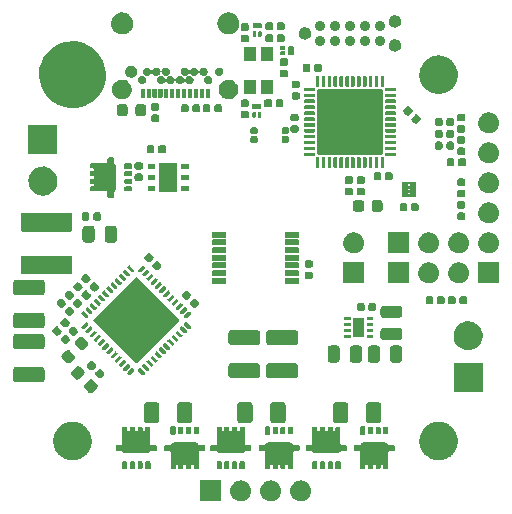
<source format=gts>
G04 #@! TF.GenerationSoftware,KiCad,Pcbnew,(5.1.0-1390-gc38e9d5c4)*
G04 #@! TF.CreationDate,2019-08-14T17:07:38-04:00*
G04 #@! TF.ProjectId,stm32-nema17-servo,73746d33-322d-46e6-956d-6131372d7365,rev?*
G04 #@! TF.SameCoordinates,Original*
G04 #@! TF.FileFunction,Soldermask,Top*
G04 #@! TF.FilePolarity,Negative*
%FSLAX46Y46*%
G04 Gerber Fmt 4.6, Leading zero omitted, Abs format (unit mm)*
G04 Created by KiCad (PCBNEW (5.1.0-1390-gc38e9d5c4)) date 2019-08-14 17:07:38*
%MOMM*%
%LPD*%
G04 APERTURE LIST*
%ADD10C,0.100000*%
G04 APERTURE END LIST*
D10*
G36*
X147039998Y-138854102D02*
G01*
X147040000Y-138854102D01*
X147049911Y-138856073D01*
X147058313Y-138861687D01*
X147063927Y-138870089D01*
X147065898Y-138880000D01*
X147066893Y-138885004D01*
X147066893Y-140574996D01*
X147065898Y-140579998D01*
X147065898Y-140580000D01*
X147063927Y-140589911D01*
X147058313Y-140598313D01*
X147049911Y-140603927D01*
X147040000Y-140605898D01*
X147039998Y-140605898D01*
X147034996Y-140606893D01*
X145345004Y-140606893D01*
X145340002Y-140605898D01*
X145340000Y-140605898D01*
X145330089Y-140603927D01*
X145321687Y-140598313D01*
X145316073Y-140589911D01*
X145314102Y-140580000D01*
X145314102Y-140579998D01*
X145313107Y-140574996D01*
X145313107Y-138885004D01*
X145314102Y-138880000D01*
X145316073Y-138870089D01*
X145321687Y-138861687D01*
X145330089Y-138856073D01*
X145340000Y-138854102D01*
X145340002Y-138854102D01*
X145345004Y-138853107D01*
X147034996Y-138853107D01*
X147039998Y-138854102D01*
X147039998Y-138854102D01*
G37*
G36*
X153993008Y-138869014D02*
G01*
X154060287Y-138890874D01*
X154093775Y-138896418D01*
X154131520Y-138914019D01*
X154168022Y-138925879D01*
X154214502Y-138952714D01*
X154266154Y-138976800D01*
X154296790Y-139000223D01*
X154327380Y-139017884D01*
X154369534Y-139055840D01*
X154417252Y-139092323D01*
X154440165Y-139119437D01*
X154464132Y-139141017D01*
X154499257Y-139189363D01*
X154540018Y-139237597D01*
X154555143Y-139266284D01*
X154572293Y-139289889D01*
X154597835Y-139347256D01*
X154628725Y-139405844D01*
X154636519Y-139434141D01*
X154647140Y-139457995D01*
X154660828Y-139522391D01*
X154679234Y-139589215D01*
X154680609Y-139615459D01*
X154685399Y-139637993D01*
X154685399Y-139706854D01*
X154689188Y-139779154D01*
X154685399Y-139802041D01*
X154685399Y-139822007D01*
X154670451Y-139892332D01*
X154658123Y-139966800D01*
X154650653Y-139985475D01*
X154647140Y-140002005D01*
X154616669Y-140070444D01*
X154587489Y-140143398D01*
X154577913Y-140157489D01*
X154572293Y-140170111D01*
X154526509Y-140233128D01*
X154480581Y-140300709D01*
X154470444Y-140310295D01*
X154464132Y-140318983D01*
X154404028Y-140373102D01*
X154342386Y-140431393D01*
X154333077Y-140436986D01*
X154327380Y-140442116D01*
X154254801Y-140484020D01*
X154179353Y-140529353D01*
X154171986Y-140531832D01*
X154168022Y-140534121D01*
X154085915Y-140560799D01*
X153999088Y-140590020D01*
X153994421Y-140590527D01*
X153993008Y-140590986D01*
X153906402Y-140600089D01*
X153857509Y-140605400D01*
X153764132Y-140605400D01*
X153626992Y-140590986D01*
X153559713Y-140569126D01*
X153526225Y-140563582D01*
X153488480Y-140545981D01*
X153451978Y-140534121D01*
X153405498Y-140507286D01*
X153353846Y-140483200D01*
X153323210Y-140459777D01*
X153292620Y-140442116D01*
X153250466Y-140404160D01*
X153202748Y-140367677D01*
X153179835Y-140340563D01*
X153155868Y-140318983D01*
X153120743Y-140270637D01*
X153079982Y-140222403D01*
X153064857Y-140193716D01*
X153047707Y-140170111D01*
X153022165Y-140112744D01*
X152991275Y-140054156D01*
X152983481Y-140025859D01*
X152972860Y-140002005D01*
X152959172Y-139937609D01*
X152940766Y-139870785D01*
X152939391Y-139844541D01*
X152934601Y-139822007D01*
X152934601Y-139753146D01*
X152930812Y-139680846D01*
X152934601Y-139657959D01*
X152934601Y-139637993D01*
X152949549Y-139567668D01*
X152961877Y-139493200D01*
X152969347Y-139474525D01*
X152972860Y-139457995D01*
X153003331Y-139389556D01*
X153032511Y-139316602D01*
X153042087Y-139302511D01*
X153047707Y-139289889D01*
X153093491Y-139226872D01*
X153139419Y-139159291D01*
X153149556Y-139149705D01*
X153155868Y-139141017D01*
X153215972Y-139086898D01*
X153277614Y-139028607D01*
X153286923Y-139023014D01*
X153292620Y-139017884D01*
X153365199Y-138975980D01*
X153440647Y-138930647D01*
X153448014Y-138928168D01*
X153451978Y-138925879D01*
X153534085Y-138899201D01*
X153620912Y-138869980D01*
X153625579Y-138869473D01*
X153626992Y-138869014D01*
X153713598Y-138859911D01*
X153762491Y-138854600D01*
X153855868Y-138854600D01*
X153993008Y-138869014D01*
X153993008Y-138869014D01*
G37*
G36*
X151453008Y-138869014D02*
G01*
X151520287Y-138890874D01*
X151553775Y-138896418D01*
X151591520Y-138914019D01*
X151628022Y-138925879D01*
X151674502Y-138952714D01*
X151726154Y-138976800D01*
X151756790Y-139000223D01*
X151787380Y-139017884D01*
X151829534Y-139055840D01*
X151877252Y-139092323D01*
X151900165Y-139119437D01*
X151924132Y-139141017D01*
X151959257Y-139189363D01*
X152000018Y-139237597D01*
X152015143Y-139266284D01*
X152032293Y-139289889D01*
X152057835Y-139347256D01*
X152088725Y-139405844D01*
X152096519Y-139434141D01*
X152107140Y-139457995D01*
X152120828Y-139522391D01*
X152139234Y-139589215D01*
X152140609Y-139615459D01*
X152145399Y-139637993D01*
X152145399Y-139706854D01*
X152149188Y-139779154D01*
X152145399Y-139802041D01*
X152145399Y-139822007D01*
X152130451Y-139892332D01*
X152118123Y-139966800D01*
X152110653Y-139985475D01*
X152107140Y-140002005D01*
X152076669Y-140070444D01*
X152047489Y-140143398D01*
X152037913Y-140157489D01*
X152032293Y-140170111D01*
X151986509Y-140233128D01*
X151940581Y-140300709D01*
X151930444Y-140310295D01*
X151924132Y-140318983D01*
X151864028Y-140373102D01*
X151802386Y-140431393D01*
X151793077Y-140436986D01*
X151787380Y-140442116D01*
X151714801Y-140484020D01*
X151639353Y-140529353D01*
X151631986Y-140531832D01*
X151628022Y-140534121D01*
X151545915Y-140560799D01*
X151459088Y-140590020D01*
X151454421Y-140590527D01*
X151453008Y-140590986D01*
X151366402Y-140600089D01*
X151317509Y-140605400D01*
X151224132Y-140605400D01*
X151086992Y-140590986D01*
X151019713Y-140569126D01*
X150986225Y-140563582D01*
X150948480Y-140545981D01*
X150911978Y-140534121D01*
X150865498Y-140507286D01*
X150813846Y-140483200D01*
X150783210Y-140459777D01*
X150752620Y-140442116D01*
X150710466Y-140404160D01*
X150662748Y-140367677D01*
X150639835Y-140340563D01*
X150615868Y-140318983D01*
X150580743Y-140270637D01*
X150539982Y-140222403D01*
X150524857Y-140193716D01*
X150507707Y-140170111D01*
X150482165Y-140112744D01*
X150451275Y-140054156D01*
X150443481Y-140025859D01*
X150432860Y-140002005D01*
X150419172Y-139937609D01*
X150400766Y-139870785D01*
X150399391Y-139844541D01*
X150394601Y-139822007D01*
X150394601Y-139753146D01*
X150390812Y-139680846D01*
X150394601Y-139657959D01*
X150394601Y-139637993D01*
X150409549Y-139567668D01*
X150421877Y-139493200D01*
X150429347Y-139474525D01*
X150432860Y-139457995D01*
X150463331Y-139389556D01*
X150492511Y-139316602D01*
X150502087Y-139302511D01*
X150507707Y-139289889D01*
X150553491Y-139226872D01*
X150599419Y-139159291D01*
X150609556Y-139149705D01*
X150615868Y-139141017D01*
X150675972Y-139086898D01*
X150737614Y-139028607D01*
X150746923Y-139023014D01*
X150752620Y-139017884D01*
X150825199Y-138975980D01*
X150900647Y-138930647D01*
X150908014Y-138928168D01*
X150911978Y-138925879D01*
X150994085Y-138899201D01*
X151080912Y-138869980D01*
X151085579Y-138869473D01*
X151086992Y-138869014D01*
X151173598Y-138859911D01*
X151222491Y-138854600D01*
X151315868Y-138854600D01*
X151453008Y-138869014D01*
X151453008Y-138869014D01*
G37*
G36*
X148913008Y-138869014D02*
G01*
X148980287Y-138890874D01*
X149013775Y-138896418D01*
X149051520Y-138914019D01*
X149088022Y-138925879D01*
X149134502Y-138952714D01*
X149186154Y-138976800D01*
X149216790Y-139000223D01*
X149247380Y-139017884D01*
X149289534Y-139055840D01*
X149337252Y-139092323D01*
X149360165Y-139119437D01*
X149384132Y-139141017D01*
X149419257Y-139189363D01*
X149460018Y-139237597D01*
X149475143Y-139266284D01*
X149492293Y-139289889D01*
X149517835Y-139347256D01*
X149548725Y-139405844D01*
X149556519Y-139434141D01*
X149567140Y-139457995D01*
X149580828Y-139522391D01*
X149599234Y-139589215D01*
X149600609Y-139615459D01*
X149605399Y-139637993D01*
X149605399Y-139706854D01*
X149609188Y-139779154D01*
X149605399Y-139802041D01*
X149605399Y-139822007D01*
X149590451Y-139892332D01*
X149578123Y-139966800D01*
X149570653Y-139985475D01*
X149567140Y-140002005D01*
X149536669Y-140070444D01*
X149507489Y-140143398D01*
X149497913Y-140157489D01*
X149492293Y-140170111D01*
X149446509Y-140233128D01*
X149400581Y-140300709D01*
X149390444Y-140310295D01*
X149384132Y-140318983D01*
X149324028Y-140373102D01*
X149262386Y-140431393D01*
X149253077Y-140436986D01*
X149247380Y-140442116D01*
X149174801Y-140484020D01*
X149099353Y-140529353D01*
X149091986Y-140531832D01*
X149088022Y-140534121D01*
X149005915Y-140560799D01*
X148919088Y-140590020D01*
X148914421Y-140590527D01*
X148913008Y-140590986D01*
X148826402Y-140600089D01*
X148777509Y-140605400D01*
X148684132Y-140605400D01*
X148546992Y-140590986D01*
X148479713Y-140569126D01*
X148446225Y-140563582D01*
X148408480Y-140545981D01*
X148371978Y-140534121D01*
X148325498Y-140507286D01*
X148273846Y-140483200D01*
X148243210Y-140459777D01*
X148212620Y-140442116D01*
X148170466Y-140404160D01*
X148122748Y-140367677D01*
X148099835Y-140340563D01*
X148075868Y-140318983D01*
X148040743Y-140270637D01*
X147999982Y-140222403D01*
X147984857Y-140193716D01*
X147967707Y-140170111D01*
X147942165Y-140112744D01*
X147911275Y-140054156D01*
X147903481Y-140025859D01*
X147892860Y-140002005D01*
X147879172Y-139937609D01*
X147860766Y-139870785D01*
X147859391Y-139844541D01*
X147854601Y-139822007D01*
X147854601Y-139753146D01*
X147850812Y-139680846D01*
X147854601Y-139657959D01*
X147854601Y-139637993D01*
X147869549Y-139567668D01*
X147881877Y-139493200D01*
X147889347Y-139474525D01*
X147892860Y-139457995D01*
X147923331Y-139389556D01*
X147952511Y-139316602D01*
X147962087Y-139302511D01*
X147967707Y-139289889D01*
X148013491Y-139226872D01*
X148059419Y-139159291D01*
X148069556Y-139149705D01*
X148075868Y-139141017D01*
X148135972Y-139086898D01*
X148197614Y-139028607D01*
X148206923Y-139023014D01*
X148212620Y-139017884D01*
X148285199Y-138975980D01*
X148360647Y-138930647D01*
X148368014Y-138928168D01*
X148371978Y-138925879D01*
X148454085Y-138899201D01*
X148540912Y-138869980D01*
X148545579Y-138869473D01*
X148546992Y-138869014D01*
X148633598Y-138859911D01*
X148682491Y-138854600D01*
X148775868Y-138854600D01*
X148913008Y-138869014D01*
X148913008Y-138869014D01*
G37*
G36*
X157077942Y-137214102D02*
G01*
X157077943Y-137214102D01*
X157086444Y-137215793D01*
X157128821Y-137224222D01*
X157128822Y-137224223D01*
X157128823Y-137224223D01*
X157171956Y-137253044D01*
X157196348Y-137289548D01*
X157200778Y-137296179D01*
X157211893Y-137352060D01*
X157211893Y-137787940D01*
X157200778Y-137843821D01*
X157200777Y-137843822D01*
X157200777Y-137843823D01*
X157171956Y-137886956D01*
X157128823Y-137915777D01*
X157128822Y-137915777D01*
X157128821Y-137915778D01*
X157086444Y-137924207D01*
X157077943Y-137925898D01*
X157077942Y-137925898D01*
X157072940Y-137926893D01*
X156877060Y-137926893D01*
X156872058Y-137925898D01*
X156872057Y-137925898D01*
X156863556Y-137924207D01*
X156821179Y-137915778D01*
X156821178Y-137915777D01*
X156821177Y-137915777D01*
X156778044Y-137886956D01*
X156749223Y-137843823D01*
X156749223Y-137843822D01*
X156749222Y-137843821D01*
X156738107Y-137787940D01*
X156738107Y-137352060D01*
X156749222Y-137296179D01*
X156753653Y-137289548D01*
X156778044Y-137253044D01*
X156821177Y-137224223D01*
X156821178Y-137224223D01*
X156821179Y-137224222D01*
X156863556Y-137215793D01*
X156872057Y-137214102D01*
X156872058Y-137214102D01*
X156877060Y-137213107D01*
X157072940Y-137213107D01*
X157077942Y-137214102D01*
X157077942Y-137214102D01*
G37*
G36*
X148977942Y-137214102D02*
G01*
X148977943Y-137214102D01*
X148986444Y-137215793D01*
X149028821Y-137224222D01*
X149028822Y-137224223D01*
X149028823Y-137224223D01*
X149071956Y-137253044D01*
X149096348Y-137289548D01*
X149100778Y-137296179D01*
X149111893Y-137352060D01*
X149111893Y-137787940D01*
X149100778Y-137843821D01*
X149100777Y-137843822D01*
X149100777Y-137843823D01*
X149071956Y-137886956D01*
X149028823Y-137915777D01*
X149028822Y-137915777D01*
X149028821Y-137915778D01*
X148986444Y-137924207D01*
X148977943Y-137925898D01*
X148977942Y-137925898D01*
X148972940Y-137926893D01*
X148777060Y-137926893D01*
X148772058Y-137925898D01*
X148772057Y-137925898D01*
X148763556Y-137924207D01*
X148721179Y-137915778D01*
X148721178Y-137915777D01*
X148721177Y-137915777D01*
X148678044Y-137886956D01*
X148649223Y-137843823D01*
X148649223Y-137843822D01*
X148649222Y-137843821D01*
X148638107Y-137787940D01*
X148638107Y-137352060D01*
X148649222Y-137296179D01*
X148653653Y-137289548D01*
X148678044Y-137253044D01*
X148721177Y-137224223D01*
X148721178Y-137224223D01*
X148721179Y-137224222D01*
X148763556Y-137215793D01*
X148772057Y-137214102D01*
X148772058Y-137214102D01*
X148777060Y-137213107D01*
X148972940Y-137213107D01*
X148977942Y-137214102D01*
X148977942Y-137214102D01*
G37*
G36*
X140977942Y-137214102D02*
G01*
X140977943Y-137214102D01*
X140986444Y-137215793D01*
X141028821Y-137224222D01*
X141028822Y-137224223D01*
X141028823Y-137224223D01*
X141071956Y-137253044D01*
X141096348Y-137289548D01*
X141100778Y-137296179D01*
X141111893Y-137352060D01*
X141111893Y-137787940D01*
X141100778Y-137843821D01*
X141100777Y-137843822D01*
X141100777Y-137843823D01*
X141071956Y-137886956D01*
X141028823Y-137915777D01*
X141028822Y-137915777D01*
X141028821Y-137915778D01*
X140986444Y-137924207D01*
X140977943Y-137925898D01*
X140977942Y-137925898D01*
X140972940Y-137926893D01*
X140777060Y-137926893D01*
X140772058Y-137925898D01*
X140772057Y-137925898D01*
X140763556Y-137924207D01*
X140721179Y-137915778D01*
X140721178Y-137915777D01*
X140721177Y-137915777D01*
X140678044Y-137886956D01*
X140649223Y-137843823D01*
X140649223Y-137843822D01*
X140649222Y-137843821D01*
X140638107Y-137787940D01*
X140638107Y-137352060D01*
X140649222Y-137296179D01*
X140653653Y-137289548D01*
X140678044Y-137253044D01*
X140721177Y-137224223D01*
X140721178Y-137224223D01*
X140721179Y-137224222D01*
X140763556Y-137215793D01*
X140772057Y-137214102D01*
X140772058Y-137214102D01*
X140777060Y-137213107D01*
X140972940Y-137213107D01*
X140977942Y-137214102D01*
X140977942Y-137214102D01*
G37*
G36*
X155777942Y-137240000D02*
G01*
X155777943Y-137240000D01*
X155818912Y-137248149D01*
X155853644Y-137271356D01*
X155876851Y-137306088D01*
X155885000Y-137347057D01*
X155885995Y-137352060D01*
X155885995Y-137787940D01*
X155885000Y-137792942D01*
X155885000Y-137792943D01*
X155876851Y-137833912D01*
X155853644Y-137868644D01*
X155818912Y-137891851D01*
X155777943Y-137900000D01*
X155777942Y-137900000D01*
X155772940Y-137900995D01*
X155577060Y-137900995D01*
X155572058Y-137900000D01*
X155572057Y-137900000D01*
X155531088Y-137891851D01*
X155496356Y-137868644D01*
X155473149Y-137833912D01*
X155465000Y-137792943D01*
X155465000Y-137792942D01*
X155464005Y-137787940D01*
X155464005Y-137352060D01*
X155465000Y-137347057D01*
X155473149Y-137306088D01*
X155496356Y-137271356D01*
X155531088Y-137248149D01*
X155572057Y-137240000D01*
X155572058Y-137240000D01*
X155577060Y-137239005D01*
X155772940Y-137239005D01*
X155777942Y-137240000D01*
X155777942Y-137240000D01*
G37*
G36*
X155127942Y-137240000D02*
G01*
X155127943Y-137240000D01*
X155168912Y-137248149D01*
X155203644Y-137271356D01*
X155226851Y-137306088D01*
X155235000Y-137347057D01*
X155235995Y-137352060D01*
X155235995Y-137787940D01*
X155235000Y-137792942D01*
X155235000Y-137792943D01*
X155226851Y-137833912D01*
X155203644Y-137868644D01*
X155168912Y-137891851D01*
X155127943Y-137900000D01*
X155127942Y-137900000D01*
X155122940Y-137900995D01*
X154927060Y-137900995D01*
X154922058Y-137900000D01*
X154922057Y-137900000D01*
X154881088Y-137891851D01*
X154846356Y-137868644D01*
X154823149Y-137833912D01*
X154815000Y-137792943D01*
X154815000Y-137792942D01*
X154814005Y-137787940D01*
X154814005Y-137352060D01*
X154815000Y-137347057D01*
X154823149Y-137306088D01*
X154846356Y-137271356D01*
X154881088Y-137248149D01*
X154922057Y-137240000D01*
X154922058Y-137240000D01*
X154927060Y-137239005D01*
X155122940Y-137239005D01*
X155127942Y-137240000D01*
X155127942Y-137240000D01*
G37*
G36*
X153010794Y-135650880D02*
G01*
X153016764Y-135654327D01*
X153021164Y-135655202D01*
X153039490Y-135667447D01*
X153090469Y-135696879D01*
X153099315Y-135707421D01*
X153107266Y-135712734D01*
X153120922Y-135733172D01*
X153148125Y-135765591D01*
X153151009Y-135776354D01*
X153200077Y-135814005D01*
X153579705Y-135814005D01*
X153584707Y-135815000D01*
X153584708Y-135815000D01*
X153590984Y-135816248D01*
X153640308Y-135826059D01*
X153687445Y-135857555D01*
X153718941Y-135904692D01*
X153730995Y-135965295D01*
X153730995Y-136234705D01*
X153718941Y-136295308D01*
X153687445Y-136342445D01*
X153640308Y-136373941D01*
X153590984Y-136383752D01*
X153584708Y-136385000D01*
X153584707Y-136385000D01*
X153579705Y-136385995D01*
X153236679Y-136385995D01*
X153196963Y-136405121D01*
X153185880Y-136436794D01*
X153185880Y-137265747D01*
X153179521Y-137301808D01*
X153179725Y-137320537D01*
X153185000Y-137347057D01*
X153185995Y-137352061D01*
X153185995Y-137787940D01*
X153185000Y-137792942D01*
X153185000Y-137792943D01*
X153176851Y-137833912D01*
X153153644Y-137868644D01*
X153118912Y-137891851D01*
X153077943Y-137900000D01*
X153077942Y-137900000D01*
X153072940Y-137900995D01*
X152877060Y-137900995D01*
X152872058Y-137900000D01*
X152872057Y-137900000D01*
X152831088Y-137891851D01*
X152796356Y-137868644D01*
X152773149Y-137833912D01*
X152765000Y-137792943D01*
X152765000Y-137792942D01*
X152764005Y-137787940D01*
X152764005Y-137586679D01*
X152744879Y-137546963D01*
X152713206Y-137535880D01*
X152586794Y-137535880D01*
X152547078Y-137555006D01*
X152535995Y-137586679D01*
X152535995Y-137787940D01*
X152535000Y-137792942D01*
X152535000Y-137792943D01*
X152526851Y-137833912D01*
X152503644Y-137868644D01*
X152468912Y-137891851D01*
X152427943Y-137900000D01*
X152427942Y-137900000D01*
X152422940Y-137900995D01*
X152227060Y-137900995D01*
X152222058Y-137900000D01*
X152222057Y-137900000D01*
X152181088Y-137891851D01*
X152146356Y-137868644D01*
X152123149Y-137833912D01*
X152115000Y-137792943D01*
X152115000Y-137792942D01*
X152114005Y-137787940D01*
X152114005Y-137586679D01*
X152094879Y-137546963D01*
X152063206Y-137535880D01*
X151936794Y-137535880D01*
X151897078Y-137555006D01*
X151885995Y-137586679D01*
X151885995Y-137787940D01*
X151885000Y-137792942D01*
X151885000Y-137792943D01*
X151876851Y-137833912D01*
X151853644Y-137868644D01*
X151818912Y-137891851D01*
X151777943Y-137900000D01*
X151777942Y-137900000D01*
X151772940Y-137900995D01*
X151577060Y-137900995D01*
X151572058Y-137900000D01*
X151572057Y-137900000D01*
X151531088Y-137891851D01*
X151496356Y-137868644D01*
X151473149Y-137833912D01*
X151465000Y-137792943D01*
X151465000Y-137792942D01*
X151464005Y-137787940D01*
X151464005Y-137586679D01*
X151444879Y-137546963D01*
X151413206Y-137535880D01*
X151286794Y-137535880D01*
X151247078Y-137555006D01*
X151235995Y-137586679D01*
X151235995Y-137787940D01*
X151235000Y-137792942D01*
X151235000Y-137792943D01*
X151226851Y-137833912D01*
X151203644Y-137868644D01*
X151168912Y-137891851D01*
X151127943Y-137900000D01*
X151127942Y-137900000D01*
X151122940Y-137900995D01*
X150927060Y-137900995D01*
X150922058Y-137900000D01*
X150922057Y-137900000D01*
X150881088Y-137891851D01*
X150846356Y-137868644D01*
X150823149Y-137833912D01*
X150815000Y-137792943D01*
X150815000Y-137792942D01*
X150814005Y-137787940D01*
X150814005Y-137352060D01*
X150821853Y-137312605D01*
X150821518Y-137302368D01*
X150815000Y-137269600D01*
X150815000Y-137266788D01*
X150814120Y-137263504D01*
X150814120Y-136436794D01*
X150794994Y-136397078D01*
X150763321Y-136385995D01*
X150420295Y-136385995D01*
X150415293Y-136385000D01*
X150415292Y-136385000D01*
X150409016Y-136383752D01*
X150359692Y-136373941D01*
X150312555Y-136342445D01*
X150281059Y-136295308D01*
X150269005Y-136234705D01*
X150269005Y-135965295D01*
X150281059Y-135904692D01*
X150312555Y-135857555D01*
X150359692Y-135826059D01*
X150409016Y-135816248D01*
X150415292Y-135815000D01*
X150415293Y-135815000D01*
X150420295Y-135814005D01*
X150798780Y-135814005D01*
X150841577Y-135789296D01*
X150847443Y-135780516D01*
X150876879Y-135729531D01*
X150887421Y-135720685D01*
X150892734Y-135712734D01*
X150913170Y-135699079D01*
X150945590Y-135671875D01*
X150959435Y-135668165D01*
X150978836Y-135655202D01*
X151080400Y-135635000D01*
X151083213Y-135635000D01*
X151086497Y-135634120D01*
X152915748Y-135634120D01*
X153010794Y-135650880D01*
X153010794Y-135650880D01*
G37*
G36*
X156427942Y-137240000D02*
G01*
X156427943Y-137240000D01*
X156468912Y-137248149D01*
X156503644Y-137271356D01*
X156526851Y-137306088D01*
X156535000Y-137347057D01*
X156535995Y-137352060D01*
X156535995Y-137787940D01*
X156535000Y-137792942D01*
X156535000Y-137792943D01*
X156526851Y-137833912D01*
X156503644Y-137868644D01*
X156468912Y-137891851D01*
X156427943Y-137900000D01*
X156427942Y-137900000D01*
X156422940Y-137900995D01*
X156227060Y-137900995D01*
X156222058Y-137900000D01*
X156222057Y-137900000D01*
X156181088Y-137891851D01*
X156146356Y-137868644D01*
X156123149Y-137833912D01*
X156115000Y-137792943D01*
X156115000Y-137792942D01*
X156114005Y-137787940D01*
X156114005Y-137352060D01*
X156115000Y-137347057D01*
X156123149Y-137306088D01*
X156146356Y-137271356D01*
X156181088Y-137248149D01*
X156222057Y-137240000D01*
X156222058Y-137240000D01*
X156227060Y-137239005D01*
X156422940Y-137239005D01*
X156427942Y-137240000D01*
X156427942Y-137240000D01*
G37*
G36*
X148327942Y-137240000D02*
G01*
X148327943Y-137240000D01*
X148368912Y-137248149D01*
X148403644Y-137271356D01*
X148426851Y-137306088D01*
X148435000Y-137347057D01*
X148435995Y-137352060D01*
X148435995Y-137787940D01*
X148435000Y-137792942D01*
X148435000Y-137792943D01*
X148426851Y-137833912D01*
X148403644Y-137868644D01*
X148368912Y-137891851D01*
X148327943Y-137900000D01*
X148327942Y-137900000D01*
X148322940Y-137900995D01*
X148127060Y-137900995D01*
X148122058Y-137900000D01*
X148122057Y-137900000D01*
X148081088Y-137891851D01*
X148046356Y-137868644D01*
X148023149Y-137833912D01*
X148015000Y-137792943D01*
X148015000Y-137792942D01*
X148014005Y-137787940D01*
X148014005Y-137352060D01*
X148015000Y-137347057D01*
X148023149Y-137306088D01*
X148046356Y-137271356D01*
X148081088Y-137248149D01*
X148122057Y-137240000D01*
X148122058Y-137240000D01*
X148127060Y-137239005D01*
X148322940Y-137239005D01*
X148327942Y-137240000D01*
X148327942Y-137240000D01*
G37*
G36*
X147677942Y-137240000D02*
G01*
X147677943Y-137240000D01*
X147718912Y-137248149D01*
X147753644Y-137271356D01*
X147776851Y-137306088D01*
X147785000Y-137347057D01*
X147785995Y-137352060D01*
X147785995Y-137787940D01*
X147785000Y-137792942D01*
X147785000Y-137792943D01*
X147776851Y-137833912D01*
X147753644Y-137868644D01*
X147718912Y-137891851D01*
X147677943Y-137900000D01*
X147677942Y-137900000D01*
X147672940Y-137900995D01*
X147477060Y-137900995D01*
X147472058Y-137900000D01*
X147472057Y-137900000D01*
X147431088Y-137891851D01*
X147396356Y-137868644D01*
X147373149Y-137833912D01*
X147365000Y-137792943D01*
X147365000Y-137792942D01*
X147364005Y-137787940D01*
X147364005Y-137352060D01*
X147365000Y-137347057D01*
X147373149Y-137306088D01*
X147396356Y-137271356D01*
X147431088Y-137248149D01*
X147472057Y-137240000D01*
X147472058Y-137240000D01*
X147477060Y-137239005D01*
X147672940Y-137239005D01*
X147677942Y-137240000D01*
X147677942Y-137240000D01*
G37*
G36*
X147027942Y-137240000D02*
G01*
X147027943Y-137240000D01*
X147068912Y-137248149D01*
X147103644Y-137271356D01*
X147126851Y-137306088D01*
X147135000Y-137347057D01*
X147135995Y-137352060D01*
X147135995Y-137787940D01*
X147135000Y-137792942D01*
X147135000Y-137792943D01*
X147126851Y-137833912D01*
X147103644Y-137868644D01*
X147068912Y-137891851D01*
X147027943Y-137900000D01*
X147027942Y-137900000D01*
X147022940Y-137900995D01*
X146827060Y-137900995D01*
X146822058Y-137900000D01*
X146822057Y-137900000D01*
X146781088Y-137891851D01*
X146746356Y-137868644D01*
X146723149Y-137833912D01*
X146715000Y-137792943D01*
X146715000Y-137792942D01*
X146714005Y-137787940D01*
X146714005Y-137352060D01*
X146715000Y-137347057D01*
X146723149Y-137306088D01*
X146746356Y-137271356D01*
X146781088Y-137248149D01*
X146822057Y-137240000D01*
X146822058Y-137240000D01*
X146827060Y-137239005D01*
X147022940Y-137239005D01*
X147027942Y-137240000D01*
X147027942Y-137240000D01*
G37*
G36*
X145010794Y-135650880D02*
G01*
X145016764Y-135654327D01*
X145021164Y-135655202D01*
X145039490Y-135667447D01*
X145090469Y-135696879D01*
X145099315Y-135707421D01*
X145107266Y-135712734D01*
X145120922Y-135733172D01*
X145148125Y-135765591D01*
X145151009Y-135776354D01*
X145200077Y-135814005D01*
X145579705Y-135814005D01*
X145584707Y-135815000D01*
X145584708Y-135815000D01*
X145590984Y-135816248D01*
X145640308Y-135826059D01*
X145687445Y-135857555D01*
X145718941Y-135904692D01*
X145730995Y-135965295D01*
X145730995Y-136234705D01*
X145718941Y-136295308D01*
X145687445Y-136342445D01*
X145640308Y-136373941D01*
X145590984Y-136383752D01*
X145584708Y-136385000D01*
X145584707Y-136385000D01*
X145579705Y-136385995D01*
X145236679Y-136385995D01*
X145196963Y-136405121D01*
X145185880Y-136436794D01*
X145185880Y-137265747D01*
X145179521Y-137301808D01*
X145179725Y-137320537D01*
X145185000Y-137347057D01*
X145185995Y-137352061D01*
X145185995Y-137787940D01*
X145185000Y-137792942D01*
X145185000Y-137792943D01*
X145176851Y-137833912D01*
X145153644Y-137868644D01*
X145118912Y-137891851D01*
X145077943Y-137900000D01*
X145077942Y-137900000D01*
X145072940Y-137900995D01*
X144877060Y-137900995D01*
X144872058Y-137900000D01*
X144872057Y-137900000D01*
X144831088Y-137891851D01*
X144796356Y-137868644D01*
X144773149Y-137833912D01*
X144765000Y-137792943D01*
X144765000Y-137792942D01*
X144764005Y-137787940D01*
X144764005Y-137586679D01*
X144744879Y-137546963D01*
X144713206Y-137535880D01*
X144586794Y-137535880D01*
X144547078Y-137555006D01*
X144535995Y-137586679D01*
X144535995Y-137787940D01*
X144535000Y-137792942D01*
X144535000Y-137792943D01*
X144526851Y-137833912D01*
X144503644Y-137868644D01*
X144468912Y-137891851D01*
X144427943Y-137900000D01*
X144427942Y-137900000D01*
X144422940Y-137900995D01*
X144227060Y-137900995D01*
X144222058Y-137900000D01*
X144222057Y-137900000D01*
X144181088Y-137891851D01*
X144146356Y-137868644D01*
X144123149Y-137833912D01*
X144115000Y-137792943D01*
X144115000Y-137792942D01*
X144114005Y-137787940D01*
X144114005Y-137586679D01*
X144094879Y-137546963D01*
X144063206Y-137535880D01*
X143936794Y-137535880D01*
X143897078Y-137555006D01*
X143885995Y-137586679D01*
X143885995Y-137787940D01*
X143885000Y-137792942D01*
X143885000Y-137792943D01*
X143876851Y-137833912D01*
X143853644Y-137868644D01*
X143818912Y-137891851D01*
X143777943Y-137900000D01*
X143777942Y-137900000D01*
X143772940Y-137900995D01*
X143577060Y-137900995D01*
X143572058Y-137900000D01*
X143572057Y-137900000D01*
X143531088Y-137891851D01*
X143496356Y-137868644D01*
X143473149Y-137833912D01*
X143465000Y-137792943D01*
X143465000Y-137792942D01*
X143464005Y-137787940D01*
X143464005Y-137586679D01*
X143444879Y-137546963D01*
X143413206Y-137535880D01*
X143286794Y-137535880D01*
X143247078Y-137555006D01*
X143235995Y-137586679D01*
X143235995Y-137787940D01*
X143235000Y-137792942D01*
X143235000Y-137792943D01*
X143226851Y-137833912D01*
X143203644Y-137868644D01*
X143168912Y-137891851D01*
X143127943Y-137900000D01*
X143127942Y-137900000D01*
X143122940Y-137900995D01*
X142927060Y-137900995D01*
X142922058Y-137900000D01*
X142922057Y-137900000D01*
X142881088Y-137891851D01*
X142846356Y-137868644D01*
X142823149Y-137833912D01*
X142815000Y-137792943D01*
X142815000Y-137792942D01*
X142814005Y-137787940D01*
X142814005Y-137352060D01*
X142821853Y-137312605D01*
X142821518Y-137302368D01*
X142815000Y-137269600D01*
X142815000Y-137266788D01*
X142814120Y-137263504D01*
X142814120Y-136436794D01*
X142794994Y-136397078D01*
X142763321Y-136385995D01*
X142420295Y-136385995D01*
X142415293Y-136385000D01*
X142415292Y-136385000D01*
X142409016Y-136383752D01*
X142359692Y-136373941D01*
X142312555Y-136342445D01*
X142281059Y-136295308D01*
X142269005Y-136234705D01*
X142269005Y-135965295D01*
X142281059Y-135904692D01*
X142312555Y-135857555D01*
X142359692Y-135826059D01*
X142409016Y-135816248D01*
X142415292Y-135815000D01*
X142415293Y-135815000D01*
X142420295Y-135814005D01*
X142798780Y-135814005D01*
X142841577Y-135789296D01*
X142847443Y-135780516D01*
X142876879Y-135729531D01*
X142887421Y-135720685D01*
X142892734Y-135712734D01*
X142913170Y-135699079D01*
X142945590Y-135671875D01*
X142959435Y-135668165D01*
X142978836Y-135655202D01*
X143080400Y-135635000D01*
X143083213Y-135635000D01*
X143086497Y-135634120D01*
X144915748Y-135634120D01*
X145010794Y-135650880D01*
X145010794Y-135650880D01*
G37*
G36*
X140327942Y-137240000D02*
G01*
X140327943Y-137240000D01*
X140368912Y-137248149D01*
X140403644Y-137271356D01*
X140426851Y-137306088D01*
X140435000Y-137347057D01*
X140435995Y-137352060D01*
X140435995Y-137787940D01*
X140435000Y-137792942D01*
X140435000Y-137792943D01*
X140426851Y-137833912D01*
X140403644Y-137868644D01*
X140368912Y-137891851D01*
X140327943Y-137900000D01*
X140327942Y-137900000D01*
X140322940Y-137900995D01*
X140127060Y-137900995D01*
X140122058Y-137900000D01*
X140122057Y-137900000D01*
X140081088Y-137891851D01*
X140046356Y-137868644D01*
X140023149Y-137833912D01*
X140015000Y-137792943D01*
X140015000Y-137792942D01*
X140014005Y-137787940D01*
X140014005Y-137352060D01*
X140015000Y-137347057D01*
X140023149Y-137306088D01*
X140046356Y-137271356D01*
X140081088Y-137248149D01*
X140122057Y-137240000D01*
X140122058Y-137240000D01*
X140127060Y-137239005D01*
X140322940Y-137239005D01*
X140327942Y-137240000D01*
X140327942Y-137240000D01*
G37*
G36*
X139677942Y-137240000D02*
G01*
X139677943Y-137240000D01*
X139718912Y-137248149D01*
X139753644Y-137271356D01*
X139776851Y-137306088D01*
X139785000Y-137347057D01*
X139785995Y-137352060D01*
X139785995Y-137787940D01*
X139785000Y-137792942D01*
X139785000Y-137792943D01*
X139776851Y-137833912D01*
X139753644Y-137868644D01*
X139718912Y-137891851D01*
X139677943Y-137900000D01*
X139677942Y-137900000D01*
X139672940Y-137900995D01*
X139477060Y-137900995D01*
X139472058Y-137900000D01*
X139472057Y-137900000D01*
X139431088Y-137891851D01*
X139396356Y-137868644D01*
X139373149Y-137833912D01*
X139365000Y-137792943D01*
X139365000Y-137792942D01*
X139364005Y-137787940D01*
X139364005Y-137352060D01*
X139365000Y-137347057D01*
X139373149Y-137306088D01*
X139396356Y-137271356D01*
X139431088Y-137248149D01*
X139472057Y-137240000D01*
X139472058Y-137240000D01*
X139477060Y-137239005D01*
X139672940Y-137239005D01*
X139677942Y-137240000D01*
X139677942Y-137240000D01*
G37*
G36*
X139027942Y-137240000D02*
G01*
X139027943Y-137240000D01*
X139068912Y-137248149D01*
X139103644Y-137271356D01*
X139126851Y-137306088D01*
X139135000Y-137347057D01*
X139135995Y-137352060D01*
X139135995Y-137787940D01*
X139135000Y-137792942D01*
X139135000Y-137792943D01*
X139126851Y-137833912D01*
X139103644Y-137868644D01*
X139068912Y-137891851D01*
X139027943Y-137900000D01*
X139027942Y-137900000D01*
X139022940Y-137900995D01*
X138827060Y-137900995D01*
X138822058Y-137900000D01*
X138822057Y-137900000D01*
X138781088Y-137891851D01*
X138746356Y-137868644D01*
X138723149Y-137833912D01*
X138715000Y-137792943D01*
X138715000Y-137792942D01*
X138714005Y-137787940D01*
X138714005Y-137352060D01*
X138715000Y-137347057D01*
X138723149Y-137306088D01*
X138746356Y-137271356D01*
X138781088Y-137248149D01*
X138822057Y-137240000D01*
X138822058Y-137240000D01*
X138827060Y-137239005D01*
X139022940Y-137239005D01*
X139027942Y-137240000D01*
X139027942Y-137240000D01*
G37*
G36*
X161060794Y-135650880D02*
G01*
X161066764Y-135654327D01*
X161071164Y-135655202D01*
X161089490Y-135667447D01*
X161140469Y-135696879D01*
X161149315Y-135707421D01*
X161157266Y-135712734D01*
X161170922Y-135733172D01*
X161198125Y-135765591D01*
X161201009Y-135776354D01*
X161250077Y-135814005D01*
X161629705Y-135814005D01*
X161634707Y-135815000D01*
X161634708Y-135815000D01*
X161640984Y-135816248D01*
X161690308Y-135826059D01*
X161737445Y-135857555D01*
X161768941Y-135904692D01*
X161780995Y-135965295D01*
X161780995Y-136234705D01*
X161768941Y-136295308D01*
X161737445Y-136342445D01*
X161690308Y-136373941D01*
X161640984Y-136383752D01*
X161634708Y-136385000D01*
X161634707Y-136385000D01*
X161629705Y-136385995D01*
X161286679Y-136385995D01*
X161246963Y-136405121D01*
X161235880Y-136436794D01*
X161235880Y-137265747D01*
X161229521Y-137301808D01*
X161229725Y-137320537D01*
X161235000Y-137347057D01*
X161235995Y-137352061D01*
X161235995Y-137787940D01*
X161235000Y-137792942D01*
X161235000Y-137792943D01*
X161226851Y-137833912D01*
X161203644Y-137868644D01*
X161168912Y-137891851D01*
X161127943Y-137900000D01*
X161127942Y-137900000D01*
X161122940Y-137900995D01*
X160927060Y-137900995D01*
X160922058Y-137900000D01*
X160922057Y-137900000D01*
X160881088Y-137891851D01*
X160846356Y-137868644D01*
X160823149Y-137833912D01*
X160815000Y-137792943D01*
X160815000Y-137792942D01*
X160814005Y-137787940D01*
X160814005Y-137586679D01*
X160794879Y-137546963D01*
X160763206Y-137535880D01*
X160636794Y-137535880D01*
X160597078Y-137555006D01*
X160585995Y-137586679D01*
X160585995Y-137787940D01*
X160585000Y-137792942D01*
X160585000Y-137792943D01*
X160576851Y-137833912D01*
X160553644Y-137868644D01*
X160518912Y-137891851D01*
X160477943Y-137900000D01*
X160477942Y-137900000D01*
X160472940Y-137900995D01*
X160277060Y-137900995D01*
X160272058Y-137900000D01*
X160272057Y-137900000D01*
X160231088Y-137891851D01*
X160196356Y-137868644D01*
X160173149Y-137833912D01*
X160165000Y-137792943D01*
X160165000Y-137792942D01*
X160164005Y-137787940D01*
X160164005Y-137586679D01*
X160144879Y-137546963D01*
X160113206Y-137535880D01*
X159986794Y-137535880D01*
X159947078Y-137555006D01*
X159935995Y-137586679D01*
X159935995Y-137787940D01*
X159935000Y-137792942D01*
X159935000Y-137792943D01*
X159926851Y-137833912D01*
X159903644Y-137868644D01*
X159868912Y-137891851D01*
X159827943Y-137900000D01*
X159827942Y-137900000D01*
X159822940Y-137900995D01*
X159627060Y-137900995D01*
X159622058Y-137900000D01*
X159622057Y-137900000D01*
X159581088Y-137891851D01*
X159546356Y-137868644D01*
X159523149Y-137833912D01*
X159515000Y-137792943D01*
X159515000Y-137792942D01*
X159514005Y-137787940D01*
X159514005Y-137586679D01*
X159494879Y-137546963D01*
X159463206Y-137535880D01*
X159336794Y-137535880D01*
X159297078Y-137555006D01*
X159285995Y-137586679D01*
X159285995Y-137787940D01*
X159285000Y-137792942D01*
X159285000Y-137792943D01*
X159276851Y-137833912D01*
X159253644Y-137868644D01*
X159218912Y-137891851D01*
X159177943Y-137900000D01*
X159177942Y-137900000D01*
X159172940Y-137900995D01*
X158977060Y-137900995D01*
X158972058Y-137900000D01*
X158972057Y-137900000D01*
X158931088Y-137891851D01*
X158896356Y-137868644D01*
X158873149Y-137833912D01*
X158865000Y-137792943D01*
X158865000Y-137792942D01*
X158864005Y-137787940D01*
X158864005Y-137352060D01*
X158871853Y-137312605D01*
X158871518Y-137302368D01*
X158865000Y-137269600D01*
X158865000Y-137266788D01*
X158864120Y-137263504D01*
X158864120Y-136436794D01*
X158844994Y-136397078D01*
X158813321Y-136385995D01*
X158470295Y-136385995D01*
X158465293Y-136385000D01*
X158465292Y-136385000D01*
X158459016Y-136383752D01*
X158409692Y-136373941D01*
X158362555Y-136342445D01*
X158331059Y-136295308D01*
X158319005Y-136234705D01*
X158319005Y-135965295D01*
X158331059Y-135904692D01*
X158362555Y-135857555D01*
X158409692Y-135826059D01*
X158459016Y-135816248D01*
X158465292Y-135815000D01*
X158465293Y-135815000D01*
X158470295Y-135814005D01*
X158848780Y-135814005D01*
X158891577Y-135789296D01*
X158897443Y-135780516D01*
X158926879Y-135729531D01*
X158937421Y-135720685D01*
X158942734Y-135712734D01*
X158963170Y-135699079D01*
X158995590Y-135671875D01*
X159009435Y-135668165D01*
X159028836Y-135655202D01*
X159130400Y-135635000D01*
X159133213Y-135635000D01*
X159136497Y-135634120D01*
X160965748Y-135634120D01*
X161060794Y-135650880D01*
X161060794Y-135650880D01*
G37*
G36*
X134544940Y-133874600D02*
G01*
X134627922Y-133874600D01*
X134669986Y-133881262D01*
X134709957Y-133883392D01*
X134794635Y-133901005D01*
X134880615Y-133914623D01*
X134917100Y-133926478D01*
X134952073Y-133933752D01*
X135037311Y-133965536D01*
X135123937Y-133993683D01*
X135154352Y-134009180D01*
X135183789Y-134020157D01*
X135267209Y-134066684D01*
X135351895Y-134109833D01*
X135376083Y-134127407D01*
X135399758Y-134140611D01*
X135478848Y-134202070D01*
X135558877Y-134260214D01*
X135577017Y-134278354D01*
X135595027Y-134292349D01*
X135667210Y-134368547D01*
X135739786Y-134441123D01*
X135752371Y-134458445D01*
X135765102Y-134471884D01*
X135827804Y-134562270D01*
X135890167Y-134648105D01*
X135897961Y-134663401D01*
X135906057Y-134675072D01*
X135956804Y-134778888D01*
X136006317Y-134876063D01*
X136010306Y-134888340D01*
X136014657Y-134897241D01*
X136051134Y-135013994D01*
X136085377Y-135119385D01*
X136086731Y-135127934D01*
X136088405Y-135133292D01*
X136108470Y-135265187D01*
X136125400Y-135372078D01*
X136125400Y-135376475D01*
X136125486Y-135377040D01*
X136125400Y-135379937D01*
X136125400Y-135627922D01*
X136116342Y-135685111D01*
X136115332Y-135719143D01*
X136098357Y-135798661D01*
X136085377Y-135880615D01*
X136072216Y-135921120D01*
X136063859Y-135960269D01*
X136033217Y-136041147D01*
X136006317Y-136123937D01*
X135988900Y-136158120D01*
X135976244Y-136191525D01*
X135931516Y-136270742D01*
X135890167Y-136351895D01*
X135870104Y-136379509D01*
X135854659Y-136406864D01*
X135795653Y-136481983D01*
X135739786Y-136558877D01*
X135718648Y-136580015D01*
X135701898Y-136601339D01*
X135628811Y-136669852D01*
X135558877Y-136739786D01*
X135538122Y-136754865D01*
X135521481Y-136770465D01*
X135434930Y-136829838D01*
X135351895Y-136890167D01*
X135332817Y-136899888D01*
X135317557Y-136910356D01*
X135218480Y-136958145D01*
X135123937Y-137006317D01*
X135107613Y-137011621D01*
X135094813Y-137017795D01*
X134984314Y-137051683D01*
X134880615Y-137085377D01*
X134867863Y-137087397D01*
X134858390Y-137090302D01*
X134737376Y-137108064D01*
X134627922Y-137125400D01*
X134619265Y-137125400D01*
X134613719Y-137126214D01*
X134480411Y-137125400D01*
X134372078Y-137125400D01*
X134367734Y-137124712D01*
X134366428Y-137124704D01*
X134143631Y-137089217D01*
X134119385Y-137085377D01*
X134020623Y-137053287D01*
X133886687Y-137010414D01*
X133882949Y-137008554D01*
X133876063Y-137006317D01*
X133777261Y-136955975D01*
X133665274Y-136900262D01*
X133658352Y-136895388D01*
X133648105Y-136890167D01*
X133559205Y-136825578D01*
X133463072Y-136757889D01*
X133453862Y-136749041D01*
X133441123Y-136739786D01*
X133365355Y-136664018D01*
X133284737Y-136586573D01*
X133274354Y-136573017D01*
X133260214Y-136558877D01*
X133199182Y-136474873D01*
X133134364Y-136390248D01*
X133124083Y-136371509D01*
X133109833Y-136351895D01*
X133064356Y-136262642D01*
X133015415Y-136173434D01*
X133006610Y-136149307D01*
X132993683Y-136123937D01*
X132963919Y-136032332D01*
X132930635Y-135941133D01*
X132924733Y-135911731D01*
X132914623Y-135880615D01*
X132900167Y-135789346D01*
X132881966Y-135698669D01*
X132880381Y-135664421D01*
X132874600Y-135627922D01*
X132874600Y-135539512D01*
X132870533Y-135451636D01*
X132874600Y-135413264D01*
X132874600Y-135372078D01*
X132887795Y-135288771D01*
X132896597Y-135205720D01*
X132907520Y-135164231D01*
X132914623Y-135119385D01*
X132939418Y-135043075D01*
X132959559Y-134966572D01*
X132978351Y-134923250D01*
X132993683Y-134876063D01*
X133028236Y-134808250D01*
X133057969Y-134739704D01*
X133085395Y-134696068D01*
X133109833Y-134648105D01*
X133152130Y-134589888D01*
X133189561Y-134530333D01*
X133226100Y-134488077D01*
X133260214Y-134441123D01*
X133308163Y-134393174D01*
X133351316Y-134343269D01*
X133397115Y-134304222D01*
X133441123Y-134260214D01*
X133492601Y-134222813D01*
X133539505Y-134182824D01*
X133594380Y-134148866D01*
X133648105Y-134109833D01*
X133701058Y-134082852D01*
X133749790Y-134052696D01*
X133813185Y-134025721D01*
X133876063Y-133993683D01*
X133928580Y-133976619D01*
X133977341Y-133955871D01*
X134048329Y-133937710D01*
X134119385Y-133914623D01*
X134169770Y-133906643D01*
X134216922Y-133894580D01*
X134294193Y-133886936D01*
X134372078Y-133874600D01*
X134418890Y-133874600D01*
X134463014Y-133870235D01*
X134544940Y-133874600D01*
X134544940Y-133874600D01*
G37*
G36*
X165544940Y-133874600D02*
G01*
X165627922Y-133874600D01*
X165669986Y-133881262D01*
X165709957Y-133883392D01*
X165794635Y-133901005D01*
X165880615Y-133914623D01*
X165917100Y-133926478D01*
X165952073Y-133933752D01*
X166037311Y-133965536D01*
X166123937Y-133993683D01*
X166154352Y-134009180D01*
X166183789Y-134020157D01*
X166267209Y-134066684D01*
X166351895Y-134109833D01*
X166376083Y-134127407D01*
X166399758Y-134140611D01*
X166478848Y-134202070D01*
X166558877Y-134260214D01*
X166577017Y-134278354D01*
X166595027Y-134292349D01*
X166667210Y-134368547D01*
X166739786Y-134441123D01*
X166752371Y-134458445D01*
X166765102Y-134471884D01*
X166827804Y-134562270D01*
X166890167Y-134648105D01*
X166897961Y-134663401D01*
X166906057Y-134675072D01*
X166956804Y-134778888D01*
X167006317Y-134876063D01*
X167010306Y-134888340D01*
X167014657Y-134897241D01*
X167051134Y-135013994D01*
X167085377Y-135119385D01*
X167086731Y-135127934D01*
X167088405Y-135133292D01*
X167108470Y-135265187D01*
X167125400Y-135372078D01*
X167125400Y-135376475D01*
X167125486Y-135377040D01*
X167125400Y-135379937D01*
X167125400Y-135627922D01*
X167116342Y-135685111D01*
X167115332Y-135719143D01*
X167098357Y-135798661D01*
X167085377Y-135880615D01*
X167072216Y-135921120D01*
X167063859Y-135960269D01*
X167033217Y-136041147D01*
X167006317Y-136123937D01*
X166988900Y-136158120D01*
X166976244Y-136191525D01*
X166931516Y-136270742D01*
X166890167Y-136351895D01*
X166870104Y-136379509D01*
X166854659Y-136406864D01*
X166795653Y-136481983D01*
X166739786Y-136558877D01*
X166718648Y-136580015D01*
X166701898Y-136601339D01*
X166628811Y-136669852D01*
X166558877Y-136739786D01*
X166538122Y-136754865D01*
X166521481Y-136770465D01*
X166434930Y-136829838D01*
X166351895Y-136890167D01*
X166332817Y-136899888D01*
X166317557Y-136910356D01*
X166218480Y-136958145D01*
X166123937Y-137006317D01*
X166107613Y-137011621D01*
X166094813Y-137017795D01*
X165984314Y-137051683D01*
X165880615Y-137085377D01*
X165867863Y-137087397D01*
X165858390Y-137090302D01*
X165737376Y-137108064D01*
X165627922Y-137125400D01*
X165619265Y-137125400D01*
X165613719Y-137126214D01*
X165480411Y-137125400D01*
X165372078Y-137125400D01*
X165367734Y-137124712D01*
X165366428Y-137124704D01*
X165143631Y-137089217D01*
X165119385Y-137085377D01*
X165020623Y-137053287D01*
X164886687Y-137010414D01*
X164882949Y-137008554D01*
X164876063Y-137006317D01*
X164777261Y-136955975D01*
X164665274Y-136900262D01*
X164658352Y-136895388D01*
X164648105Y-136890167D01*
X164559205Y-136825578D01*
X164463072Y-136757889D01*
X164453862Y-136749041D01*
X164441123Y-136739786D01*
X164365355Y-136664018D01*
X164284737Y-136586573D01*
X164274354Y-136573017D01*
X164260214Y-136558877D01*
X164199182Y-136474873D01*
X164134364Y-136390248D01*
X164124083Y-136371509D01*
X164109833Y-136351895D01*
X164064356Y-136262642D01*
X164015415Y-136173434D01*
X164006610Y-136149307D01*
X163993683Y-136123937D01*
X163963919Y-136032332D01*
X163930635Y-135941133D01*
X163924733Y-135911731D01*
X163914623Y-135880615D01*
X163900167Y-135789346D01*
X163881966Y-135698669D01*
X163880381Y-135664421D01*
X163874600Y-135627922D01*
X163874600Y-135539512D01*
X163870533Y-135451636D01*
X163874600Y-135413264D01*
X163874600Y-135372078D01*
X163887795Y-135288771D01*
X163896597Y-135205720D01*
X163907520Y-135164231D01*
X163914623Y-135119385D01*
X163939418Y-135043075D01*
X163959559Y-134966572D01*
X163978351Y-134923250D01*
X163993683Y-134876063D01*
X164028236Y-134808250D01*
X164057969Y-134739704D01*
X164085395Y-134696068D01*
X164109833Y-134648105D01*
X164152130Y-134589888D01*
X164189561Y-134530333D01*
X164226100Y-134488077D01*
X164260214Y-134441123D01*
X164308163Y-134393174D01*
X164351316Y-134343269D01*
X164397115Y-134304222D01*
X164441123Y-134260214D01*
X164492601Y-134222813D01*
X164539505Y-134182824D01*
X164594380Y-134148866D01*
X164648105Y-134109833D01*
X164701058Y-134082852D01*
X164749790Y-134052696D01*
X164813185Y-134025721D01*
X164876063Y-133993683D01*
X164928580Y-133976619D01*
X164977341Y-133955871D01*
X165048329Y-133937710D01*
X165119385Y-133914623D01*
X165169770Y-133906643D01*
X165216922Y-133894580D01*
X165294193Y-133886936D01*
X165372078Y-133874600D01*
X165418890Y-133874600D01*
X165463014Y-133870235D01*
X165544940Y-133874600D01*
X165544940Y-133874600D01*
G37*
G36*
X155127942Y-134300000D02*
G01*
X155127943Y-134300000D01*
X155168912Y-134308149D01*
X155203644Y-134331356D01*
X155226851Y-134366088D01*
X155235000Y-134407057D01*
X155235995Y-134412060D01*
X155235995Y-134613321D01*
X155255121Y-134653037D01*
X155286794Y-134664120D01*
X155413206Y-134664120D01*
X155452922Y-134644994D01*
X155464005Y-134613321D01*
X155464005Y-134412060D01*
X155465000Y-134407057D01*
X155473149Y-134366088D01*
X155496356Y-134331356D01*
X155531088Y-134308149D01*
X155572057Y-134300000D01*
X155572058Y-134300000D01*
X155577060Y-134299005D01*
X155772940Y-134299005D01*
X155777942Y-134300000D01*
X155777943Y-134300000D01*
X155818912Y-134308149D01*
X155853644Y-134331356D01*
X155876851Y-134366088D01*
X155885000Y-134407057D01*
X155885995Y-134412060D01*
X155885995Y-134613321D01*
X155905121Y-134653037D01*
X155936794Y-134664120D01*
X156063206Y-134664120D01*
X156102922Y-134644994D01*
X156114005Y-134613321D01*
X156114005Y-134412060D01*
X156115000Y-134407057D01*
X156123149Y-134366088D01*
X156146356Y-134331356D01*
X156181088Y-134308149D01*
X156222057Y-134300000D01*
X156222058Y-134300000D01*
X156227060Y-134299005D01*
X156422940Y-134299005D01*
X156427942Y-134300000D01*
X156427943Y-134300000D01*
X156468912Y-134308149D01*
X156503644Y-134331356D01*
X156526851Y-134366088D01*
X156535000Y-134407057D01*
X156535995Y-134412060D01*
X156535995Y-134613321D01*
X156555121Y-134653037D01*
X156586794Y-134664120D01*
X156713206Y-134664120D01*
X156752922Y-134644994D01*
X156764005Y-134613321D01*
X156764005Y-134412060D01*
X156765000Y-134407057D01*
X156773149Y-134366088D01*
X156796356Y-134331356D01*
X156831088Y-134308149D01*
X156872057Y-134300000D01*
X156872058Y-134300000D01*
X156877060Y-134299005D01*
X157072940Y-134299005D01*
X157077942Y-134300000D01*
X157077943Y-134300000D01*
X157118912Y-134308149D01*
X157153644Y-134331356D01*
X157176851Y-134366088D01*
X157185000Y-134407057D01*
X157185995Y-134412060D01*
X157185995Y-134847940D01*
X157178147Y-134887395D01*
X157178482Y-134897632D01*
X157185000Y-134930400D01*
X157185000Y-134933212D01*
X157185880Y-134936496D01*
X157185880Y-135763206D01*
X157205006Y-135802922D01*
X157236679Y-135814005D01*
X157579705Y-135814005D01*
X157584707Y-135815000D01*
X157584708Y-135815000D01*
X157590984Y-135816248D01*
X157640308Y-135826059D01*
X157687445Y-135857555D01*
X157718941Y-135904692D01*
X157730995Y-135965295D01*
X157730995Y-136234705D01*
X157718941Y-136295308D01*
X157687445Y-136342445D01*
X157640308Y-136373941D01*
X157590984Y-136383752D01*
X157584708Y-136385000D01*
X157584707Y-136385000D01*
X157579705Y-136385995D01*
X157201220Y-136385995D01*
X157158423Y-136410704D01*
X157152557Y-136419484D01*
X157123121Y-136470469D01*
X157112579Y-136479315D01*
X157107266Y-136487266D01*
X157086830Y-136500921D01*
X157054410Y-136528125D01*
X157040565Y-136531835D01*
X157021164Y-136544798D01*
X156919600Y-136565000D01*
X156916787Y-136565000D01*
X156913503Y-136565880D01*
X155084252Y-136565880D01*
X154989206Y-136549120D01*
X154983236Y-136545673D01*
X154978836Y-136544798D01*
X154960510Y-136532553D01*
X154909531Y-136503121D01*
X154900685Y-136492579D01*
X154892734Y-136487266D01*
X154879078Y-136466828D01*
X154851875Y-136434409D01*
X154848991Y-136423646D01*
X154799923Y-136385995D01*
X154420295Y-136385995D01*
X154415293Y-136385000D01*
X154415292Y-136385000D01*
X154409016Y-136383752D01*
X154359692Y-136373941D01*
X154312555Y-136342445D01*
X154281059Y-136295308D01*
X154269005Y-136234705D01*
X154269005Y-135965295D01*
X154281059Y-135904692D01*
X154312555Y-135857555D01*
X154359692Y-135826059D01*
X154409016Y-135816248D01*
X154415292Y-135815000D01*
X154415293Y-135815000D01*
X154420295Y-135814005D01*
X154763321Y-135814005D01*
X154803037Y-135794879D01*
X154814120Y-135763206D01*
X154814120Y-134934253D01*
X154820479Y-134898192D01*
X154820275Y-134879463D01*
X154815000Y-134852943D01*
X154815000Y-134852941D01*
X154814005Y-134847939D01*
X154814005Y-134412060D01*
X154815000Y-134407057D01*
X154823149Y-134366088D01*
X154846356Y-134331356D01*
X154881088Y-134308149D01*
X154922057Y-134300000D01*
X154922058Y-134300000D01*
X154927060Y-134299005D01*
X155122940Y-134299005D01*
X155127942Y-134300000D01*
X155127942Y-134300000D01*
G37*
G36*
X139027942Y-134300000D02*
G01*
X139027943Y-134300000D01*
X139068912Y-134308149D01*
X139103644Y-134331356D01*
X139126851Y-134366088D01*
X139135000Y-134407057D01*
X139135995Y-134412060D01*
X139135995Y-134613321D01*
X139155121Y-134653037D01*
X139186794Y-134664120D01*
X139313206Y-134664120D01*
X139352922Y-134644994D01*
X139364005Y-134613321D01*
X139364005Y-134412060D01*
X139365000Y-134407057D01*
X139373149Y-134366088D01*
X139396356Y-134331356D01*
X139431088Y-134308149D01*
X139472057Y-134300000D01*
X139472058Y-134300000D01*
X139477060Y-134299005D01*
X139672940Y-134299005D01*
X139677942Y-134300000D01*
X139677943Y-134300000D01*
X139718912Y-134308149D01*
X139753644Y-134331356D01*
X139776851Y-134366088D01*
X139785000Y-134407057D01*
X139785995Y-134412060D01*
X139785995Y-134613321D01*
X139805121Y-134653037D01*
X139836794Y-134664120D01*
X139963206Y-134664120D01*
X140002922Y-134644994D01*
X140014005Y-134613321D01*
X140014005Y-134412060D01*
X140015000Y-134407057D01*
X140023149Y-134366088D01*
X140046356Y-134331356D01*
X140081088Y-134308149D01*
X140122057Y-134300000D01*
X140122058Y-134300000D01*
X140127060Y-134299005D01*
X140322940Y-134299005D01*
X140327942Y-134300000D01*
X140327943Y-134300000D01*
X140368912Y-134308149D01*
X140403644Y-134331356D01*
X140426851Y-134366088D01*
X140435000Y-134407057D01*
X140435995Y-134412060D01*
X140435995Y-134613321D01*
X140455121Y-134653037D01*
X140486794Y-134664120D01*
X140613206Y-134664120D01*
X140652922Y-134644994D01*
X140664005Y-134613321D01*
X140664005Y-134412060D01*
X140665000Y-134407057D01*
X140673149Y-134366088D01*
X140696356Y-134331356D01*
X140731088Y-134308149D01*
X140772057Y-134300000D01*
X140772058Y-134300000D01*
X140777060Y-134299005D01*
X140972940Y-134299005D01*
X140977942Y-134300000D01*
X140977943Y-134300000D01*
X141018912Y-134308149D01*
X141053644Y-134331356D01*
X141076851Y-134366088D01*
X141085000Y-134407057D01*
X141085995Y-134412060D01*
X141085995Y-134847940D01*
X141078147Y-134887395D01*
X141078482Y-134897632D01*
X141085000Y-134930400D01*
X141085000Y-134933212D01*
X141085880Y-134936496D01*
X141085880Y-135763206D01*
X141105006Y-135802922D01*
X141136679Y-135814005D01*
X141479705Y-135814005D01*
X141484707Y-135815000D01*
X141484708Y-135815000D01*
X141490984Y-135816248D01*
X141540308Y-135826059D01*
X141587445Y-135857555D01*
X141618941Y-135904692D01*
X141630995Y-135965295D01*
X141630995Y-136234705D01*
X141618941Y-136295308D01*
X141587445Y-136342445D01*
X141540308Y-136373941D01*
X141490984Y-136383752D01*
X141484708Y-136385000D01*
X141484707Y-136385000D01*
X141479705Y-136385995D01*
X141101220Y-136385995D01*
X141058423Y-136410704D01*
X141052557Y-136419484D01*
X141023121Y-136470469D01*
X141012579Y-136479315D01*
X141007266Y-136487266D01*
X140986830Y-136500921D01*
X140954410Y-136528125D01*
X140940565Y-136531835D01*
X140921164Y-136544798D01*
X140819600Y-136565000D01*
X140816787Y-136565000D01*
X140813503Y-136565880D01*
X138984252Y-136565880D01*
X138889206Y-136549120D01*
X138883236Y-136545673D01*
X138878836Y-136544798D01*
X138860510Y-136532553D01*
X138809531Y-136503121D01*
X138800685Y-136492579D01*
X138792734Y-136487266D01*
X138779078Y-136466828D01*
X138751875Y-136434409D01*
X138748991Y-136423646D01*
X138699923Y-136385995D01*
X138320295Y-136385995D01*
X138315293Y-136385000D01*
X138315292Y-136385000D01*
X138309016Y-136383752D01*
X138259692Y-136373941D01*
X138212555Y-136342445D01*
X138181059Y-136295308D01*
X138169005Y-136234705D01*
X138169005Y-135965295D01*
X138181059Y-135904692D01*
X138212555Y-135857555D01*
X138259692Y-135826059D01*
X138309016Y-135816248D01*
X138315292Y-135815000D01*
X138315293Y-135815000D01*
X138320295Y-135814005D01*
X138663321Y-135814005D01*
X138703037Y-135794879D01*
X138714120Y-135763206D01*
X138714120Y-134934253D01*
X138720479Y-134898192D01*
X138720275Y-134879463D01*
X138715000Y-134852943D01*
X138715000Y-134852941D01*
X138714005Y-134847939D01*
X138714005Y-134412060D01*
X138715000Y-134407057D01*
X138723149Y-134366088D01*
X138746356Y-134331356D01*
X138781088Y-134308149D01*
X138822057Y-134300000D01*
X138822058Y-134300000D01*
X138827060Y-134299005D01*
X139022940Y-134299005D01*
X139027942Y-134300000D01*
X139027942Y-134300000D01*
G37*
G36*
X147027942Y-134300000D02*
G01*
X147027943Y-134300000D01*
X147068912Y-134308149D01*
X147103644Y-134331356D01*
X147126851Y-134366088D01*
X147135000Y-134407057D01*
X147135995Y-134412060D01*
X147135995Y-134613321D01*
X147155121Y-134653037D01*
X147186794Y-134664120D01*
X147313206Y-134664120D01*
X147352922Y-134644994D01*
X147364005Y-134613321D01*
X147364005Y-134412060D01*
X147365000Y-134407057D01*
X147373149Y-134366088D01*
X147396356Y-134331356D01*
X147431088Y-134308149D01*
X147472057Y-134300000D01*
X147472058Y-134300000D01*
X147477060Y-134299005D01*
X147672940Y-134299005D01*
X147677942Y-134300000D01*
X147677943Y-134300000D01*
X147718912Y-134308149D01*
X147753644Y-134331356D01*
X147776851Y-134366088D01*
X147785000Y-134407057D01*
X147785995Y-134412060D01*
X147785995Y-134613321D01*
X147805121Y-134653037D01*
X147836794Y-134664120D01*
X147963206Y-134664120D01*
X148002922Y-134644994D01*
X148014005Y-134613321D01*
X148014005Y-134412060D01*
X148015000Y-134407057D01*
X148023149Y-134366088D01*
X148046356Y-134331356D01*
X148081088Y-134308149D01*
X148122057Y-134300000D01*
X148122058Y-134300000D01*
X148127060Y-134299005D01*
X148322940Y-134299005D01*
X148327942Y-134300000D01*
X148327943Y-134300000D01*
X148368912Y-134308149D01*
X148403644Y-134331356D01*
X148426851Y-134366088D01*
X148435000Y-134407057D01*
X148435995Y-134412060D01*
X148435995Y-134613321D01*
X148455121Y-134653037D01*
X148486794Y-134664120D01*
X148613206Y-134664120D01*
X148652922Y-134644994D01*
X148664005Y-134613321D01*
X148664005Y-134412060D01*
X148665000Y-134407057D01*
X148673149Y-134366088D01*
X148696356Y-134331356D01*
X148731088Y-134308149D01*
X148772057Y-134300000D01*
X148772058Y-134300000D01*
X148777060Y-134299005D01*
X148972940Y-134299005D01*
X148977942Y-134300000D01*
X148977943Y-134300000D01*
X149018912Y-134308149D01*
X149053644Y-134331356D01*
X149076851Y-134366088D01*
X149085000Y-134407057D01*
X149085995Y-134412060D01*
X149085995Y-134847940D01*
X149078147Y-134887395D01*
X149078482Y-134897632D01*
X149085000Y-134930400D01*
X149085000Y-134933212D01*
X149085880Y-134936496D01*
X149085880Y-135763206D01*
X149105006Y-135802922D01*
X149136679Y-135814005D01*
X149479705Y-135814005D01*
X149484707Y-135815000D01*
X149484708Y-135815000D01*
X149490984Y-135816248D01*
X149540308Y-135826059D01*
X149587445Y-135857555D01*
X149618941Y-135904692D01*
X149630995Y-135965295D01*
X149630995Y-136234705D01*
X149618941Y-136295308D01*
X149587445Y-136342445D01*
X149540308Y-136373941D01*
X149490984Y-136383752D01*
X149484708Y-136385000D01*
X149484707Y-136385000D01*
X149479705Y-136385995D01*
X149101220Y-136385995D01*
X149058423Y-136410704D01*
X149052557Y-136419484D01*
X149023121Y-136470469D01*
X149012579Y-136479315D01*
X149007266Y-136487266D01*
X148986830Y-136500921D01*
X148954410Y-136528125D01*
X148940565Y-136531835D01*
X148921164Y-136544798D01*
X148819600Y-136565000D01*
X148816787Y-136565000D01*
X148813503Y-136565880D01*
X146984252Y-136565880D01*
X146889206Y-136549120D01*
X146883236Y-136545673D01*
X146878836Y-136544798D01*
X146860510Y-136532553D01*
X146809531Y-136503121D01*
X146800685Y-136492579D01*
X146792734Y-136487266D01*
X146779078Y-136466828D01*
X146751875Y-136434409D01*
X146748991Y-136423646D01*
X146699923Y-136385995D01*
X146320295Y-136385995D01*
X146315293Y-136385000D01*
X146315292Y-136385000D01*
X146309016Y-136383752D01*
X146259692Y-136373941D01*
X146212555Y-136342445D01*
X146181059Y-136295308D01*
X146169005Y-136234705D01*
X146169005Y-135965295D01*
X146181059Y-135904692D01*
X146212555Y-135857555D01*
X146259692Y-135826059D01*
X146309016Y-135816248D01*
X146315292Y-135815000D01*
X146315293Y-135815000D01*
X146320295Y-135814005D01*
X146663321Y-135814005D01*
X146703037Y-135794879D01*
X146714120Y-135763206D01*
X146714120Y-134934253D01*
X146720479Y-134898192D01*
X146720275Y-134879463D01*
X146715000Y-134852943D01*
X146715000Y-134852941D01*
X146714005Y-134847939D01*
X146714005Y-134412060D01*
X146715000Y-134407057D01*
X146723149Y-134366088D01*
X146746356Y-134331356D01*
X146781088Y-134308149D01*
X146822057Y-134300000D01*
X146822058Y-134300000D01*
X146827060Y-134299005D01*
X147022940Y-134299005D01*
X147027942Y-134300000D01*
X147027942Y-134300000D01*
G37*
G36*
X143127942Y-134274102D02*
G01*
X143127943Y-134274102D01*
X143136444Y-134275793D01*
X143178821Y-134284222D01*
X143178822Y-134284223D01*
X143178823Y-134284223D01*
X143214630Y-134308149D01*
X143221956Y-134313044D01*
X143250778Y-134356179D01*
X143261893Y-134412060D01*
X143261893Y-134847940D01*
X143250778Y-134903821D01*
X143250777Y-134903822D01*
X143250777Y-134903823D01*
X143221956Y-134946956D01*
X143178823Y-134975777D01*
X143178822Y-134975777D01*
X143178821Y-134975778D01*
X143136444Y-134984207D01*
X143127943Y-134985898D01*
X143127942Y-134985898D01*
X143122940Y-134986893D01*
X142927060Y-134986893D01*
X142922058Y-134985898D01*
X142922057Y-134985898D01*
X142913556Y-134984207D01*
X142871179Y-134975778D01*
X142871178Y-134975777D01*
X142871177Y-134975777D01*
X142828044Y-134946956D01*
X142799223Y-134903823D01*
X142799223Y-134903822D01*
X142799222Y-134903821D01*
X142788107Y-134847940D01*
X142788107Y-134412060D01*
X142799222Y-134356179D01*
X142828044Y-134313044D01*
X142835370Y-134308149D01*
X142871177Y-134284223D01*
X142871178Y-134284223D01*
X142871179Y-134284222D01*
X142913556Y-134275793D01*
X142922057Y-134274102D01*
X142922058Y-134274102D01*
X142927060Y-134273107D01*
X143122940Y-134273107D01*
X143127942Y-134274102D01*
X143127942Y-134274102D01*
G37*
G36*
X151127942Y-134274102D02*
G01*
X151127943Y-134274102D01*
X151136444Y-134275793D01*
X151178821Y-134284222D01*
X151178822Y-134284223D01*
X151178823Y-134284223D01*
X151214630Y-134308149D01*
X151221956Y-134313044D01*
X151250778Y-134356179D01*
X151261893Y-134412060D01*
X151261893Y-134847940D01*
X151250778Y-134903821D01*
X151250777Y-134903822D01*
X151250777Y-134903823D01*
X151221956Y-134946956D01*
X151178823Y-134975777D01*
X151178822Y-134975777D01*
X151178821Y-134975778D01*
X151136444Y-134984207D01*
X151127943Y-134985898D01*
X151127942Y-134985898D01*
X151122940Y-134986893D01*
X150927060Y-134986893D01*
X150922058Y-134985898D01*
X150922057Y-134985898D01*
X150913556Y-134984207D01*
X150871179Y-134975778D01*
X150871178Y-134975777D01*
X150871177Y-134975777D01*
X150828044Y-134946956D01*
X150799223Y-134903823D01*
X150799223Y-134903822D01*
X150799222Y-134903821D01*
X150788107Y-134847940D01*
X150788107Y-134412060D01*
X150799222Y-134356179D01*
X150828044Y-134313044D01*
X150835370Y-134308149D01*
X150871177Y-134284223D01*
X150871178Y-134284223D01*
X150871179Y-134284222D01*
X150913556Y-134275793D01*
X150922057Y-134274102D01*
X150922058Y-134274102D01*
X150927060Y-134273107D01*
X151122940Y-134273107D01*
X151127942Y-134274102D01*
X151127942Y-134274102D01*
G37*
G36*
X159177942Y-134274102D02*
G01*
X159177943Y-134274102D01*
X159186444Y-134275793D01*
X159228821Y-134284222D01*
X159228822Y-134284223D01*
X159228823Y-134284223D01*
X159264630Y-134308149D01*
X159271956Y-134313044D01*
X159300778Y-134356179D01*
X159311893Y-134412060D01*
X159311893Y-134847940D01*
X159300778Y-134903821D01*
X159300777Y-134903822D01*
X159300777Y-134903823D01*
X159271956Y-134946956D01*
X159228823Y-134975777D01*
X159228822Y-134975777D01*
X159228821Y-134975778D01*
X159186444Y-134984207D01*
X159177943Y-134985898D01*
X159177942Y-134985898D01*
X159172940Y-134986893D01*
X158977060Y-134986893D01*
X158972058Y-134985898D01*
X158972057Y-134985898D01*
X158963556Y-134984207D01*
X158921179Y-134975778D01*
X158921178Y-134975777D01*
X158921177Y-134975777D01*
X158878044Y-134946956D01*
X158849223Y-134903823D01*
X158849223Y-134903822D01*
X158849222Y-134903821D01*
X158838107Y-134847940D01*
X158838107Y-134412060D01*
X158849222Y-134356179D01*
X158878044Y-134313044D01*
X158885370Y-134308149D01*
X158921177Y-134284223D01*
X158921178Y-134284223D01*
X158921179Y-134284222D01*
X158963556Y-134275793D01*
X158972057Y-134274102D01*
X158972058Y-134274102D01*
X158977060Y-134273107D01*
X159172940Y-134273107D01*
X159177942Y-134274102D01*
X159177942Y-134274102D01*
G37*
G36*
X153077942Y-134300000D02*
G01*
X153077943Y-134300000D01*
X153118912Y-134308149D01*
X153153644Y-134331356D01*
X153176851Y-134366088D01*
X153185000Y-134407057D01*
X153185995Y-134412060D01*
X153185995Y-134847940D01*
X153185000Y-134852942D01*
X153185000Y-134852943D01*
X153176851Y-134893912D01*
X153153644Y-134928644D01*
X153118912Y-134951851D01*
X153077943Y-134960000D01*
X153077942Y-134960000D01*
X153072940Y-134960995D01*
X152877060Y-134960995D01*
X152872058Y-134960000D01*
X152872057Y-134960000D01*
X152831088Y-134951851D01*
X152796356Y-134928644D01*
X152773149Y-134893912D01*
X152765000Y-134852943D01*
X152765000Y-134852942D01*
X152764005Y-134847940D01*
X152764005Y-134412060D01*
X152765000Y-134407057D01*
X152773149Y-134366088D01*
X152796356Y-134331356D01*
X152831088Y-134308149D01*
X152872057Y-134300000D01*
X152872058Y-134300000D01*
X152877060Y-134299005D01*
X153072940Y-134299005D01*
X153077942Y-134300000D01*
X153077942Y-134300000D01*
G37*
G36*
X151777942Y-134300000D02*
G01*
X151777943Y-134300000D01*
X151818912Y-134308149D01*
X151853644Y-134331356D01*
X151876851Y-134366088D01*
X151885000Y-134407057D01*
X151885995Y-134412060D01*
X151885995Y-134847940D01*
X151885000Y-134852942D01*
X151885000Y-134852943D01*
X151876851Y-134893912D01*
X151853644Y-134928644D01*
X151818912Y-134951851D01*
X151777943Y-134960000D01*
X151777942Y-134960000D01*
X151772940Y-134960995D01*
X151577060Y-134960995D01*
X151572058Y-134960000D01*
X151572057Y-134960000D01*
X151531088Y-134951851D01*
X151496356Y-134928644D01*
X151473149Y-134893912D01*
X151465000Y-134852943D01*
X151465000Y-134852942D01*
X151464005Y-134847940D01*
X151464005Y-134412060D01*
X151465000Y-134407057D01*
X151473149Y-134366088D01*
X151496356Y-134331356D01*
X151531088Y-134308149D01*
X151572057Y-134300000D01*
X151572058Y-134300000D01*
X151577060Y-134299005D01*
X151772940Y-134299005D01*
X151777942Y-134300000D01*
X151777942Y-134300000D01*
G37*
G36*
X145077942Y-134300000D02*
G01*
X145077943Y-134300000D01*
X145118912Y-134308149D01*
X145153644Y-134331356D01*
X145176851Y-134366088D01*
X145185000Y-134407057D01*
X145185995Y-134412060D01*
X145185995Y-134847940D01*
X145185000Y-134852942D01*
X145185000Y-134852943D01*
X145176851Y-134893912D01*
X145153644Y-134928644D01*
X145118912Y-134951851D01*
X145077943Y-134960000D01*
X145077942Y-134960000D01*
X145072940Y-134960995D01*
X144877060Y-134960995D01*
X144872058Y-134960000D01*
X144872057Y-134960000D01*
X144831088Y-134951851D01*
X144796356Y-134928644D01*
X144773149Y-134893912D01*
X144765000Y-134852943D01*
X144765000Y-134852942D01*
X144764005Y-134847940D01*
X144764005Y-134412060D01*
X144765000Y-134407057D01*
X144773149Y-134366088D01*
X144796356Y-134331356D01*
X144831088Y-134308149D01*
X144872057Y-134300000D01*
X144872058Y-134300000D01*
X144877060Y-134299005D01*
X145072940Y-134299005D01*
X145077942Y-134300000D01*
X145077942Y-134300000D01*
G37*
G36*
X143777942Y-134300000D02*
G01*
X143777943Y-134300000D01*
X143818912Y-134308149D01*
X143853644Y-134331356D01*
X143876851Y-134366088D01*
X143885000Y-134407057D01*
X143885995Y-134412060D01*
X143885995Y-134847940D01*
X143885000Y-134852942D01*
X143885000Y-134852943D01*
X143876851Y-134893912D01*
X143853644Y-134928644D01*
X143818912Y-134951851D01*
X143777943Y-134960000D01*
X143777942Y-134960000D01*
X143772940Y-134960995D01*
X143577060Y-134960995D01*
X143572058Y-134960000D01*
X143572057Y-134960000D01*
X143531088Y-134951851D01*
X143496356Y-134928644D01*
X143473149Y-134893912D01*
X143465000Y-134852943D01*
X143465000Y-134852942D01*
X143464005Y-134847940D01*
X143464005Y-134412060D01*
X143465000Y-134407057D01*
X143473149Y-134366088D01*
X143496356Y-134331356D01*
X143531088Y-134308149D01*
X143572057Y-134300000D01*
X143572058Y-134300000D01*
X143577060Y-134299005D01*
X143772940Y-134299005D01*
X143777942Y-134300000D01*
X143777942Y-134300000D01*
G37*
G36*
X144427942Y-134300000D02*
G01*
X144427943Y-134300000D01*
X144468912Y-134308149D01*
X144503644Y-134331356D01*
X144526851Y-134366088D01*
X144535000Y-134407057D01*
X144535995Y-134412060D01*
X144535995Y-134847940D01*
X144535000Y-134852942D01*
X144535000Y-134852943D01*
X144526851Y-134893912D01*
X144503644Y-134928644D01*
X144468912Y-134951851D01*
X144427943Y-134960000D01*
X144427942Y-134960000D01*
X144422940Y-134960995D01*
X144227060Y-134960995D01*
X144222058Y-134960000D01*
X144222057Y-134960000D01*
X144181088Y-134951851D01*
X144146356Y-134928644D01*
X144123149Y-134893912D01*
X144115000Y-134852943D01*
X144115000Y-134852942D01*
X144114005Y-134847940D01*
X144114005Y-134412060D01*
X144115000Y-134407057D01*
X144123149Y-134366088D01*
X144146356Y-134331356D01*
X144181088Y-134308149D01*
X144222057Y-134300000D01*
X144222058Y-134300000D01*
X144227060Y-134299005D01*
X144422940Y-134299005D01*
X144427942Y-134300000D01*
X144427942Y-134300000D01*
G37*
G36*
X152427942Y-134300000D02*
G01*
X152427943Y-134300000D01*
X152468912Y-134308149D01*
X152503644Y-134331356D01*
X152526851Y-134366088D01*
X152535000Y-134407057D01*
X152535995Y-134412060D01*
X152535995Y-134847940D01*
X152535000Y-134852942D01*
X152535000Y-134852943D01*
X152526851Y-134893912D01*
X152503644Y-134928644D01*
X152468912Y-134951851D01*
X152427943Y-134960000D01*
X152427942Y-134960000D01*
X152422940Y-134960995D01*
X152227060Y-134960995D01*
X152222058Y-134960000D01*
X152222057Y-134960000D01*
X152181088Y-134951851D01*
X152146356Y-134928644D01*
X152123149Y-134893912D01*
X152115000Y-134852943D01*
X152115000Y-134852942D01*
X152114005Y-134847940D01*
X152114005Y-134412060D01*
X152115000Y-134407057D01*
X152123149Y-134366088D01*
X152146356Y-134331356D01*
X152181088Y-134308149D01*
X152222057Y-134300000D01*
X152222058Y-134300000D01*
X152227060Y-134299005D01*
X152422940Y-134299005D01*
X152427942Y-134300000D01*
X152427942Y-134300000D01*
G37*
G36*
X159827942Y-134300000D02*
G01*
X159827943Y-134300000D01*
X159868912Y-134308149D01*
X159903644Y-134331356D01*
X159926851Y-134366088D01*
X159935000Y-134407057D01*
X159935995Y-134412060D01*
X159935995Y-134847940D01*
X159935000Y-134852942D01*
X159935000Y-134852943D01*
X159926851Y-134893912D01*
X159903644Y-134928644D01*
X159868912Y-134951851D01*
X159827943Y-134960000D01*
X159827942Y-134960000D01*
X159822940Y-134960995D01*
X159627060Y-134960995D01*
X159622058Y-134960000D01*
X159622057Y-134960000D01*
X159581088Y-134951851D01*
X159546356Y-134928644D01*
X159523149Y-134893912D01*
X159515000Y-134852943D01*
X159515000Y-134852942D01*
X159514005Y-134847940D01*
X159514005Y-134412060D01*
X159515000Y-134407057D01*
X159523149Y-134366088D01*
X159546356Y-134331356D01*
X159581088Y-134308149D01*
X159622057Y-134300000D01*
X159622058Y-134300000D01*
X159627060Y-134299005D01*
X159822940Y-134299005D01*
X159827942Y-134300000D01*
X159827942Y-134300000D01*
G37*
G36*
X160477942Y-134300000D02*
G01*
X160477943Y-134300000D01*
X160518912Y-134308149D01*
X160553644Y-134331356D01*
X160576851Y-134366088D01*
X160585000Y-134407057D01*
X160585995Y-134412060D01*
X160585995Y-134847940D01*
X160585000Y-134852942D01*
X160585000Y-134852943D01*
X160576851Y-134893912D01*
X160553644Y-134928644D01*
X160518912Y-134951851D01*
X160477943Y-134960000D01*
X160477942Y-134960000D01*
X160472940Y-134960995D01*
X160277060Y-134960995D01*
X160272058Y-134960000D01*
X160272057Y-134960000D01*
X160231088Y-134951851D01*
X160196356Y-134928644D01*
X160173149Y-134893912D01*
X160165000Y-134852943D01*
X160165000Y-134852942D01*
X160164005Y-134847940D01*
X160164005Y-134412060D01*
X160165000Y-134407057D01*
X160173149Y-134366088D01*
X160196356Y-134331356D01*
X160231088Y-134308149D01*
X160272057Y-134300000D01*
X160272058Y-134300000D01*
X160277060Y-134299005D01*
X160472940Y-134299005D01*
X160477942Y-134300000D01*
X160477942Y-134300000D01*
G37*
G36*
X161127942Y-134300000D02*
G01*
X161127943Y-134300000D01*
X161168912Y-134308149D01*
X161203644Y-134331356D01*
X161226851Y-134366088D01*
X161235000Y-134407057D01*
X161235995Y-134412060D01*
X161235995Y-134847940D01*
X161235000Y-134852942D01*
X161235000Y-134852943D01*
X161226851Y-134893912D01*
X161203644Y-134928644D01*
X161168912Y-134951851D01*
X161127943Y-134960000D01*
X161127942Y-134960000D01*
X161122940Y-134960995D01*
X160927060Y-134960995D01*
X160922058Y-134960000D01*
X160922057Y-134960000D01*
X160881088Y-134951851D01*
X160846356Y-134928644D01*
X160823149Y-134893912D01*
X160815000Y-134852943D01*
X160815000Y-134852942D01*
X160814005Y-134847940D01*
X160814005Y-134412060D01*
X160815000Y-134407057D01*
X160823149Y-134366088D01*
X160846356Y-134331356D01*
X160881088Y-134308149D01*
X160922057Y-134300000D01*
X160922058Y-134300000D01*
X160927060Y-134299005D01*
X161122940Y-134299005D01*
X161127942Y-134300000D01*
X161127942Y-134300000D01*
G37*
G36*
X160466789Y-132216074D02*
G01*
X160469610Y-132217703D01*
X160471538Y-132218063D01*
X160489530Y-132229204D01*
X160550895Y-132264632D01*
X160555379Y-132269976D01*
X160559273Y-132272387D01*
X160576107Y-132294679D01*
X160611844Y-132337269D01*
X160613810Y-132344606D01*
X160621460Y-132354736D01*
X160650898Y-132479897D01*
X160650898Y-132483018D01*
X160651575Y-132485545D01*
X160651575Y-133716700D01*
X160633926Y-133816789D01*
X160632297Y-133819610D01*
X160631937Y-133821538D01*
X160620797Y-133839529D01*
X160585367Y-133900897D01*
X160580022Y-133905382D01*
X160577613Y-133909273D01*
X160555342Y-133926091D01*
X160512734Y-133961844D01*
X160505393Y-133963811D01*
X160495264Y-133971460D01*
X160370103Y-134000898D01*
X160366982Y-134000898D01*
X160364455Y-134001575D01*
X159633300Y-134001575D01*
X159533211Y-133983926D01*
X159530390Y-133982297D01*
X159528462Y-133981937D01*
X159510471Y-133970797D01*
X159449103Y-133935367D01*
X159444618Y-133930022D01*
X159440727Y-133927613D01*
X159423909Y-133905342D01*
X159388156Y-133862734D01*
X159386189Y-133855393D01*
X159378540Y-133845264D01*
X159349102Y-133720103D01*
X159349102Y-133716982D01*
X159348425Y-133714455D01*
X159348425Y-132483300D01*
X159366074Y-132383211D01*
X159367703Y-132380390D01*
X159368063Y-132378462D01*
X159379204Y-132360470D01*
X159414632Y-132299105D01*
X159419976Y-132294621D01*
X159422387Y-132290727D01*
X159444679Y-132273893D01*
X159487269Y-132238156D01*
X159494606Y-132236190D01*
X159504736Y-132228540D01*
X159629897Y-132199102D01*
X159633018Y-132199102D01*
X159635545Y-132198425D01*
X160366700Y-132198425D01*
X160466789Y-132216074D01*
X160466789Y-132216074D01*
G37*
G36*
X157666789Y-132216074D02*
G01*
X157669610Y-132217703D01*
X157671538Y-132218063D01*
X157689530Y-132229204D01*
X157750895Y-132264632D01*
X157755379Y-132269976D01*
X157759273Y-132272387D01*
X157776107Y-132294679D01*
X157811844Y-132337269D01*
X157813810Y-132344606D01*
X157821460Y-132354736D01*
X157850898Y-132479897D01*
X157850898Y-132483018D01*
X157851575Y-132485545D01*
X157851575Y-133716700D01*
X157833926Y-133816789D01*
X157832297Y-133819610D01*
X157831937Y-133821538D01*
X157820797Y-133839529D01*
X157785367Y-133900897D01*
X157780022Y-133905382D01*
X157777613Y-133909273D01*
X157755342Y-133926091D01*
X157712734Y-133961844D01*
X157705393Y-133963811D01*
X157695264Y-133971460D01*
X157570103Y-134000898D01*
X157566982Y-134000898D01*
X157564455Y-134001575D01*
X156833300Y-134001575D01*
X156733211Y-133983926D01*
X156730390Y-133982297D01*
X156728462Y-133981937D01*
X156710471Y-133970797D01*
X156649103Y-133935367D01*
X156644618Y-133930022D01*
X156640727Y-133927613D01*
X156623909Y-133905342D01*
X156588156Y-133862734D01*
X156586189Y-133855393D01*
X156578540Y-133845264D01*
X156549102Y-133720103D01*
X156549102Y-133716982D01*
X156548425Y-133714455D01*
X156548425Y-132483300D01*
X156566074Y-132383211D01*
X156567703Y-132380390D01*
X156568063Y-132378462D01*
X156579204Y-132360470D01*
X156614632Y-132299105D01*
X156619976Y-132294621D01*
X156622387Y-132290727D01*
X156644679Y-132273893D01*
X156687269Y-132238156D01*
X156694606Y-132236190D01*
X156704736Y-132228540D01*
X156829897Y-132199102D01*
X156833018Y-132199102D01*
X156835545Y-132198425D01*
X157566700Y-132198425D01*
X157666789Y-132216074D01*
X157666789Y-132216074D01*
G37*
G36*
X152366789Y-132216074D02*
G01*
X152369610Y-132217703D01*
X152371538Y-132218063D01*
X152389530Y-132229204D01*
X152450895Y-132264632D01*
X152455379Y-132269976D01*
X152459273Y-132272387D01*
X152476107Y-132294679D01*
X152511844Y-132337269D01*
X152513810Y-132344606D01*
X152521460Y-132354736D01*
X152550898Y-132479897D01*
X152550898Y-132483018D01*
X152551575Y-132485545D01*
X152551575Y-133716700D01*
X152533926Y-133816789D01*
X152532297Y-133819610D01*
X152531937Y-133821538D01*
X152520797Y-133839529D01*
X152485367Y-133900897D01*
X152480022Y-133905382D01*
X152477613Y-133909273D01*
X152455342Y-133926091D01*
X152412734Y-133961844D01*
X152405393Y-133963811D01*
X152395264Y-133971460D01*
X152270103Y-134000898D01*
X152266982Y-134000898D01*
X152264455Y-134001575D01*
X151533300Y-134001575D01*
X151433211Y-133983926D01*
X151430390Y-133982297D01*
X151428462Y-133981937D01*
X151410471Y-133970797D01*
X151349103Y-133935367D01*
X151344618Y-133930022D01*
X151340727Y-133927613D01*
X151323909Y-133905342D01*
X151288156Y-133862734D01*
X151286189Y-133855393D01*
X151278540Y-133845264D01*
X151249102Y-133720103D01*
X151249102Y-133716982D01*
X151248425Y-133714455D01*
X151248425Y-132483300D01*
X151266074Y-132383211D01*
X151267703Y-132380390D01*
X151268063Y-132378462D01*
X151279204Y-132360470D01*
X151314632Y-132299105D01*
X151319976Y-132294621D01*
X151322387Y-132290727D01*
X151344679Y-132273893D01*
X151387269Y-132238156D01*
X151394606Y-132236190D01*
X151404736Y-132228540D01*
X151529897Y-132199102D01*
X151533018Y-132199102D01*
X151535545Y-132198425D01*
X152266700Y-132198425D01*
X152366789Y-132216074D01*
X152366789Y-132216074D01*
G37*
G36*
X149566789Y-132216074D02*
G01*
X149569610Y-132217703D01*
X149571538Y-132218063D01*
X149589530Y-132229204D01*
X149650895Y-132264632D01*
X149655379Y-132269976D01*
X149659273Y-132272387D01*
X149676107Y-132294679D01*
X149711844Y-132337269D01*
X149713810Y-132344606D01*
X149721460Y-132354736D01*
X149750898Y-132479897D01*
X149750898Y-132483018D01*
X149751575Y-132485545D01*
X149751575Y-133716700D01*
X149733926Y-133816789D01*
X149732297Y-133819610D01*
X149731937Y-133821538D01*
X149720797Y-133839529D01*
X149685367Y-133900897D01*
X149680022Y-133905382D01*
X149677613Y-133909273D01*
X149655342Y-133926091D01*
X149612734Y-133961844D01*
X149605393Y-133963811D01*
X149595264Y-133971460D01*
X149470103Y-134000898D01*
X149466982Y-134000898D01*
X149464455Y-134001575D01*
X148733300Y-134001575D01*
X148633211Y-133983926D01*
X148630390Y-133982297D01*
X148628462Y-133981937D01*
X148610471Y-133970797D01*
X148549103Y-133935367D01*
X148544618Y-133930022D01*
X148540727Y-133927613D01*
X148523909Y-133905342D01*
X148488156Y-133862734D01*
X148486189Y-133855393D01*
X148478540Y-133845264D01*
X148449102Y-133720103D01*
X148449102Y-133716982D01*
X148448425Y-133714455D01*
X148448425Y-132483300D01*
X148466074Y-132383211D01*
X148467703Y-132380390D01*
X148468063Y-132378462D01*
X148479204Y-132360470D01*
X148514632Y-132299105D01*
X148519976Y-132294621D01*
X148522387Y-132290727D01*
X148544679Y-132273893D01*
X148587269Y-132238156D01*
X148594606Y-132236190D01*
X148604736Y-132228540D01*
X148729897Y-132199102D01*
X148733018Y-132199102D01*
X148735545Y-132198425D01*
X149466700Y-132198425D01*
X149566789Y-132216074D01*
X149566789Y-132216074D01*
G37*
G36*
X144466789Y-132216074D02*
G01*
X144469610Y-132217703D01*
X144471538Y-132218063D01*
X144489530Y-132229204D01*
X144550895Y-132264632D01*
X144555379Y-132269976D01*
X144559273Y-132272387D01*
X144576107Y-132294679D01*
X144611844Y-132337269D01*
X144613810Y-132344606D01*
X144621460Y-132354736D01*
X144650898Y-132479897D01*
X144650898Y-132483018D01*
X144651575Y-132485545D01*
X144651575Y-133716700D01*
X144633926Y-133816789D01*
X144632297Y-133819610D01*
X144631937Y-133821538D01*
X144620797Y-133839529D01*
X144585367Y-133900897D01*
X144580022Y-133905382D01*
X144577613Y-133909273D01*
X144555342Y-133926091D01*
X144512734Y-133961844D01*
X144505393Y-133963811D01*
X144495264Y-133971460D01*
X144370103Y-134000898D01*
X144366982Y-134000898D01*
X144364455Y-134001575D01*
X143633300Y-134001575D01*
X143533211Y-133983926D01*
X143530390Y-133982297D01*
X143528462Y-133981937D01*
X143510471Y-133970797D01*
X143449103Y-133935367D01*
X143444618Y-133930022D01*
X143440727Y-133927613D01*
X143423909Y-133905342D01*
X143388156Y-133862734D01*
X143386189Y-133855393D01*
X143378540Y-133845264D01*
X143349102Y-133720103D01*
X143349102Y-133716982D01*
X143348425Y-133714455D01*
X143348425Y-132483300D01*
X143366074Y-132383211D01*
X143367703Y-132380390D01*
X143368063Y-132378462D01*
X143379204Y-132360470D01*
X143414632Y-132299105D01*
X143419976Y-132294621D01*
X143422387Y-132290727D01*
X143444679Y-132273893D01*
X143487269Y-132238156D01*
X143494606Y-132236190D01*
X143504736Y-132228540D01*
X143629897Y-132199102D01*
X143633018Y-132199102D01*
X143635545Y-132198425D01*
X144366700Y-132198425D01*
X144466789Y-132216074D01*
X144466789Y-132216074D01*
G37*
G36*
X141666789Y-132216074D02*
G01*
X141669610Y-132217703D01*
X141671538Y-132218063D01*
X141689530Y-132229204D01*
X141750895Y-132264632D01*
X141755379Y-132269976D01*
X141759273Y-132272387D01*
X141776107Y-132294679D01*
X141811844Y-132337269D01*
X141813810Y-132344606D01*
X141821460Y-132354736D01*
X141850898Y-132479897D01*
X141850898Y-132483018D01*
X141851575Y-132485545D01*
X141851575Y-133716700D01*
X141833926Y-133816789D01*
X141832297Y-133819610D01*
X141831937Y-133821538D01*
X141820797Y-133839529D01*
X141785367Y-133900897D01*
X141780022Y-133905382D01*
X141777613Y-133909273D01*
X141755342Y-133926091D01*
X141712734Y-133961844D01*
X141705393Y-133963811D01*
X141695264Y-133971460D01*
X141570103Y-134000898D01*
X141566982Y-134000898D01*
X141564455Y-134001575D01*
X140833300Y-134001575D01*
X140733211Y-133983926D01*
X140730390Y-133982297D01*
X140728462Y-133981937D01*
X140710471Y-133970797D01*
X140649103Y-133935367D01*
X140644618Y-133930022D01*
X140640727Y-133927613D01*
X140623909Y-133905342D01*
X140588156Y-133862734D01*
X140586189Y-133855393D01*
X140578540Y-133845264D01*
X140549102Y-133720103D01*
X140549102Y-133716982D01*
X140548425Y-133714455D01*
X140548425Y-132483300D01*
X140566074Y-132383211D01*
X140567703Y-132380390D01*
X140568063Y-132378462D01*
X140579204Y-132360470D01*
X140614632Y-132299105D01*
X140619976Y-132294621D01*
X140622387Y-132290727D01*
X140644679Y-132273893D01*
X140687269Y-132238156D01*
X140694606Y-132236190D01*
X140704736Y-132228540D01*
X140829897Y-132199102D01*
X140833018Y-132199102D01*
X140835545Y-132198425D01*
X141566700Y-132198425D01*
X141666789Y-132216074D01*
X141666789Y-132216074D01*
G37*
G36*
X136112284Y-130283851D02*
G01*
X136161089Y-130290659D01*
X136167988Y-130294931D01*
X136178627Y-130297047D01*
X136259386Y-130351009D01*
X136260731Y-130352354D01*
X136263785Y-130354245D01*
X136560288Y-130650748D01*
X136614579Y-130730003D01*
X136615294Y-130733042D01*
X136616647Y-130735067D01*
X136621454Y-130759235D01*
X136635478Y-130818860D01*
X136634586Y-130825253D01*
X136635596Y-130830330D01*
X136629843Y-130859250D01*
X136623035Y-130908055D01*
X136618763Y-130914954D01*
X136616647Y-130925593D01*
X136562685Y-131006352D01*
X136561340Y-131007697D01*
X136559449Y-131010751D01*
X136209912Y-131360288D01*
X136130657Y-131414579D01*
X136127618Y-131415294D01*
X136125593Y-131416647D01*
X136101425Y-131421454D01*
X136041800Y-131435478D01*
X136035407Y-131434586D01*
X136030330Y-131435596D01*
X136001410Y-131429843D01*
X135952605Y-131423035D01*
X135945706Y-131418763D01*
X135935067Y-131416647D01*
X135854308Y-131362685D01*
X135852963Y-131361340D01*
X135849909Y-131359449D01*
X135553406Y-131062946D01*
X135499115Y-130983691D01*
X135498400Y-130980652D01*
X135497047Y-130978627D01*
X135492240Y-130954459D01*
X135478216Y-130894834D01*
X135479108Y-130888441D01*
X135478098Y-130883364D01*
X135483851Y-130854444D01*
X135490659Y-130805639D01*
X135494931Y-130798740D01*
X135497047Y-130788101D01*
X135551009Y-130707342D01*
X135552354Y-130705997D01*
X135554245Y-130702943D01*
X135903782Y-130353406D01*
X135983037Y-130299115D01*
X135986076Y-130298400D01*
X135988101Y-130297047D01*
X136012269Y-130292240D01*
X136071894Y-130278216D01*
X136078287Y-130279108D01*
X136083364Y-130278098D01*
X136112284Y-130283851D01*
X136112284Y-130283851D01*
G37*
G36*
X169199998Y-128874102D02*
G01*
X169200000Y-128874102D01*
X169209911Y-128876073D01*
X169218313Y-128881687D01*
X169223927Y-128890089D01*
X169225719Y-128899102D01*
X169226893Y-128905004D01*
X169226893Y-131294996D01*
X169225898Y-131299998D01*
X169225898Y-131300000D01*
X169223927Y-131309911D01*
X169218313Y-131318313D01*
X169209911Y-131323927D01*
X169200000Y-131325898D01*
X169199998Y-131325898D01*
X169194996Y-131326893D01*
X166805004Y-131326893D01*
X166800002Y-131325898D01*
X166800000Y-131325898D01*
X166790089Y-131323927D01*
X166781687Y-131318313D01*
X166776073Y-131309911D01*
X166774102Y-131300000D01*
X166774102Y-131299998D01*
X166773107Y-131294996D01*
X166773107Y-128905004D01*
X166774281Y-128899102D01*
X166776073Y-128890089D01*
X166781687Y-128881687D01*
X166790089Y-128876073D01*
X166800000Y-128874102D01*
X166800002Y-128874102D01*
X166805004Y-128873107D01*
X169194996Y-128873107D01*
X169199998Y-128874102D01*
X169199998Y-128874102D01*
G37*
G36*
X131966789Y-129266074D02*
G01*
X131969610Y-129267703D01*
X131971538Y-129268063D01*
X131989530Y-129279204D01*
X132050895Y-129314632D01*
X132055379Y-129319976D01*
X132059273Y-129322387D01*
X132076107Y-129344679D01*
X132111844Y-129387269D01*
X132113810Y-129394606D01*
X132121460Y-129404736D01*
X132150898Y-129529897D01*
X132150898Y-129533018D01*
X132151575Y-129535545D01*
X132151575Y-130266700D01*
X132133926Y-130366789D01*
X132132297Y-130369610D01*
X132131937Y-130371538D01*
X132120797Y-130389529D01*
X132085367Y-130450897D01*
X132080022Y-130455382D01*
X132077613Y-130459273D01*
X132055342Y-130476091D01*
X132012734Y-130511844D01*
X132005393Y-130513811D01*
X131995264Y-130521460D01*
X131870103Y-130550898D01*
X131866982Y-130550898D01*
X131864455Y-130551575D01*
X129733300Y-130551575D01*
X129633211Y-130533926D01*
X129630390Y-130532297D01*
X129628462Y-130531937D01*
X129610471Y-130520797D01*
X129549103Y-130485367D01*
X129544618Y-130480022D01*
X129540727Y-130477613D01*
X129523909Y-130455342D01*
X129488156Y-130412734D01*
X129486189Y-130405393D01*
X129478540Y-130395264D01*
X129449102Y-130270103D01*
X129449102Y-130266982D01*
X129448425Y-130264455D01*
X129448425Y-129533300D01*
X129466074Y-129433211D01*
X129467703Y-129430390D01*
X129468063Y-129428462D01*
X129479204Y-129410470D01*
X129514632Y-129349105D01*
X129519976Y-129344621D01*
X129522387Y-129340727D01*
X129544679Y-129323893D01*
X129587269Y-129288156D01*
X129594606Y-129286190D01*
X129604736Y-129278540D01*
X129729897Y-129249102D01*
X129733018Y-129249102D01*
X129735545Y-129248425D01*
X131866700Y-129248425D01*
X131966789Y-129266074D01*
X131966789Y-129266074D01*
G37*
G36*
X134998590Y-129170157D02*
G01*
X135047395Y-129176965D01*
X135054294Y-129181237D01*
X135064933Y-129183353D01*
X135145692Y-129237315D01*
X135147037Y-129238660D01*
X135150091Y-129240551D01*
X135446594Y-129537054D01*
X135500885Y-129616309D01*
X135501600Y-129619348D01*
X135502953Y-129621373D01*
X135507760Y-129645541D01*
X135521784Y-129705166D01*
X135520892Y-129711559D01*
X135521902Y-129716636D01*
X135516149Y-129745556D01*
X135509341Y-129794361D01*
X135505069Y-129801260D01*
X135502953Y-129811899D01*
X135448991Y-129892658D01*
X135447646Y-129894003D01*
X135445755Y-129897057D01*
X135096218Y-130246594D01*
X135016963Y-130300885D01*
X135013924Y-130301600D01*
X135011899Y-130302953D01*
X134987731Y-130307760D01*
X134928106Y-130321784D01*
X134921713Y-130320892D01*
X134916636Y-130321902D01*
X134887716Y-130316149D01*
X134838911Y-130309341D01*
X134832012Y-130305069D01*
X134821373Y-130302953D01*
X134740614Y-130248991D01*
X134739269Y-130247646D01*
X134736215Y-130245755D01*
X134439712Y-129949252D01*
X134385421Y-129869997D01*
X134384706Y-129866958D01*
X134383353Y-129864933D01*
X134378546Y-129840765D01*
X134364522Y-129781140D01*
X134365414Y-129774747D01*
X134364404Y-129769670D01*
X134370157Y-129740750D01*
X134376965Y-129691945D01*
X134381237Y-129685046D01*
X134383353Y-129674407D01*
X134437315Y-129593648D01*
X134438660Y-129592303D01*
X134440551Y-129589249D01*
X134790088Y-129239712D01*
X134869343Y-129185421D01*
X134872382Y-129184706D01*
X134874407Y-129183353D01*
X134898575Y-129178546D01*
X134958200Y-129164522D01*
X134964593Y-129165414D01*
X134969670Y-129164404D01*
X134998590Y-129170157D01*
X134998590Y-129170157D01*
G37*
G36*
X136881449Y-129430044D02*
G01*
X136938641Y-129468258D01*
X136938647Y-129468264D01*
X136942884Y-129471095D01*
X137140315Y-129668526D01*
X137143146Y-129672763D01*
X137143152Y-129672769D01*
X137181366Y-129729961D01*
X137194785Y-129797423D01*
X137181366Y-129864885D01*
X137143152Y-129922077D01*
X137143146Y-129922083D01*
X137140315Y-129926320D01*
X136907528Y-130159107D01*
X136903291Y-130161938D01*
X136903285Y-130161944D01*
X136846093Y-130200158D01*
X136778631Y-130213577D01*
X136711169Y-130200158D01*
X136653977Y-130161944D01*
X136653971Y-130161938D01*
X136649734Y-130159107D01*
X136452303Y-129961676D01*
X136449472Y-129957439D01*
X136449466Y-129957433D01*
X136411252Y-129900241D01*
X136397833Y-129832779D01*
X136411252Y-129765317D01*
X136449466Y-129708125D01*
X136449472Y-129708119D01*
X136452303Y-129703882D01*
X136685090Y-129471095D01*
X136689327Y-129468264D01*
X136689333Y-129468258D01*
X136746525Y-129430044D01*
X136813987Y-129416625D01*
X136881449Y-129430044D01*
X136881449Y-129430044D01*
G37*
G36*
X153416789Y-128916074D02*
G01*
X153419610Y-128917703D01*
X153421538Y-128918063D01*
X153439530Y-128929204D01*
X153500895Y-128964632D01*
X153505379Y-128969976D01*
X153509273Y-128972387D01*
X153526107Y-128994679D01*
X153561844Y-129037269D01*
X153563810Y-129044606D01*
X153571460Y-129054736D01*
X153600898Y-129179897D01*
X153600898Y-129183018D01*
X153601575Y-129185545D01*
X153601575Y-129916700D01*
X153583926Y-130016789D01*
X153582297Y-130019610D01*
X153581937Y-130021538D01*
X153570797Y-130039529D01*
X153535367Y-130100897D01*
X153530022Y-130105382D01*
X153527613Y-130109273D01*
X153505342Y-130126091D01*
X153462734Y-130161844D01*
X153455393Y-130163811D01*
X153445264Y-130171460D01*
X153320103Y-130200898D01*
X153316982Y-130200898D01*
X153314455Y-130201575D01*
X151183300Y-130201575D01*
X151083211Y-130183926D01*
X151080390Y-130182297D01*
X151078462Y-130181937D01*
X151060471Y-130170797D01*
X150999103Y-130135367D01*
X150994618Y-130130022D01*
X150990727Y-130127613D01*
X150973909Y-130105342D01*
X150938156Y-130062734D01*
X150936189Y-130055393D01*
X150928540Y-130045264D01*
X150899102Y-129920103D01*
X150899102Y-129916982D01*
X150898425Y-129914455D01*
X150898425Y-129183300D01*
X150916074Y-129083211D01*
X150917703Y-129080390D01*
X150918063Y-129078462D01*
X150929204Y-129060470D01*
X150964632Y-128999105D01*
X150969976Y-128994621D01*
X150972387Y-128990727D01*
X150994679Y-128973893D01*
X151037269Y-128938156D01*
X151044606Y-128936190D01*
X151054736Y-128928540D01*
X151179897Y-128899102D01*
X151183018Y-128899102D01*
X151185545Y-128898425D01*
X153316700Y-128898425D01*
X153416789Y-128916074D01*
X153416789Y-128916074D01*
G37*
G36*
X150216789Y-128916074D02*
G01*
X150219610Y-128917703D01*
X150221538Y-128918063D01*
X150239530Y-128929204D01*
X150300895Y-128964632D01*
X150305379Y-128969976D01*
X150309273Y-128972387D01*
X150326107Y-128994679D01*
X150361844Y-129037269D01*
X150363810Y-129044606D01*
X150371460Y-129054736D01*
X150400898Y-129179897D01*
X150400898Y-129183018D01*
X150401575Y-129185545D01*
X150401575Y-129916700D01*
X150383926Y-130016789D01*
X150382297Y-130019610D01*
X150381937Y-130021538D01*
X150370797Y-130039529D01*
X150335367Y-130100897D01*
X150330022Y-130105382D01*
X150327613Y-130109273D01*
X150305342Y-130126091D01*
X150262734Y-130161844D01*
X150255393Y-130163811D01*
X150245264Y-130171460D01*
X150120103Y-130200898D01*
X150116982Y-130200898D01*
X150114455Y-130201575D01*
X147983300Y-130201575D01*
X147883211Y-130183926D01*
X147880390Y-130182297D01*
X147878462Y-130181937D01*
X147860471Y-130170797D01*
X147799103Y-130135367D01*
X147794618Y-130130022D01*
X147790727Y-130127613D01*
X147773909Y-130105342D01*
X147738156Y-130062734D01*
X147736189Y-130055393D01*
X147728540Y-130045264D01*
X147699102Y-129920103D01*
X147699102Y-129916982D01*
X147698425Y-129914455D01*
X147698425Y-129183300D01*
X147716074Y-129083211D01*
X147717703Y-129080390D01*
X147718063Y-129078462D01*
X147729204Y-129060470D01*
X147764632Y-128999105D01*
X147769976Y-128994621D01*
X147772387Y-128990727D01*
X147794679Y-128973893D01*
X147837269Y-128938156D01*
X147844606Y-128936190D01*
X147854736Y-128928540D01*
X147979897Y-128899102D01*
X147983018Y-128899102D01*
X147985545Y-128898425D01*
X150116700Y-128898425D01*
X150216789Y-128916074D01*
X150216789Y-128916074D01*
G37*
G36*
X139594902Y-129340859D02*
G01*
X139607243Y-129349105D01*
X139627394Y-129362569D01*
X139703507Y-129438682D01*
X139706342Y-129442925D01*
X139725217Y-129471174D01*
X139731845Y-129504495D01*
X139725217Y-129537816D01*
X139716902Y-129550260D01*
X139703507Y-129570308D01*
X139372836Y-129900979D01*
X139368593Y-129903814D01*
X139340344Y-129922689D01*
X139307023Y-129929317D01*
X139273702Y-129922689D01*
X139245453Y-129903814D01*
X139241210Y-129900979D01*
X139165097Y-129824866D01*
X139143388Y-129792375D01*
X139143387Y-129792374D01*
X139136759Y-129759053D01*
X139143387Y-129725732D01*
X139162262Y-129697483D01*
X139165097Y-129693240D01*
X139495768Y-129362569D01*
X139515919Y-129349105D01*
X139528260Y-129340859D01*
X139561581Y-129334231D01*
X139594902Y-129340859D01*
X139594902Y-129340859D01*
G37*
G36*
X140259582Y-129340859D02*
G01*
X140271923Y-129349105D01*
X140292074Y-129362569D01*
X140622745Y-129693240D01*
X140625580Y-129697483D01*
X140644455Y-129725732D01*
X140651083Y-129759053D01*
X140644455Y-129792374D01*
X140644454Y-129792375D01*
X140622745Y-129824866D01*
X140546632Y-129900979D01*
X140542389Y-129903814D01*
X140514140Y-129922689D01*
X140480819Y-129929317D01*
X140447498Y-129922689D01*
X140419249Y-129903814D01*
X140415006Y-129900979D01*
X140084335Y-129570308D01*
X140070940Y-129550260D01*
X140062625Y-129537816D01*
X140055997Y-129504495D01*
X140062625Y-129471174D01*
X140081500Y-129442925D01*
X140084335Y-129438682D01*
X140160448Y-129362569D01*
X140180599Y-129349105D01*
X140192940Y-129340859D01*
X140226261Y-129334231D01*
X140259582Y-129340859D01*
X140259582Y-129340859D01*
G37*
G36*
X140613136Y-128987305D02*
G01*
X140613138Y-128987306D01*
X140613137Y-128987306D01*
X140645628Y-129009015D01*
X140976299Y-129339686D01*
X140979134Y-129343929D01*
X140998009Y-129372178D01*
X141004637Y-129405499D01*
X140998009Y-129438820D01*
X140998008Y-129438821D01*
X140976299Y-129471312D01*
X140900186Y-129547425D01*
X140895943Y-129550260D01*
X140867694Y-129569135D01*
X140834373Y-129575763D01*
X140801052Y-129569135D01*
X140772803Y-129550260D01*
X140768560Y-129547425D01*
X140437889Y-129216754D01*
X140435054Y-129212511D01*
X140416179Y-129184262D01*
X140409551Y-129150941D01*
X140416179Y-129117620D01*
X140435054Y-129089371D01*
X140437889Y-129085128D01*
X140514002Y-129009015D01*
X140546493Y-128987306D01*
X140546492Y-128987306D01*
X140546494Y-128987305D01*
X140579815Y-128980677D01*
X140613136Y-128987305D01*
X140613136Y-128987305D01*
G37*
G36*
X139241348Y-128987305D02*
G01*
X139241350Y-128987306D01*
X139241349Y-128987306D01*
X139273840Y-129009015D01*
X139349953Y-129085128D01*
X139352788Y-129089371D01*
X139371663Y-129117620D01*
X139378291Y-129150941D01*
X139371663Y-129184262D01*
X139352788Y-129212511D01*
X139349953Y-129216754D01*
X139019282Y-129547425D01*
X139015039Y-129550260D01*
X138986790Y-129569135D01*
X138953469Y-129575763D01*
X138920148Y-129569135D01*
X138891899Y-129550260D01*
X138887656Y-129547425D01*
X138811543Y-129471312D01*
X138789834Y-129438821D01*
X138789833Y-129438820D01*
X138783205Y-129405499D01*
X138789833Y-129372178D01*
X138808708Y-129343929D01*
X138811543Y-129339686D01*
X139142214Y-129009015D01*
X139174705Y-128987306D01*
X139174704Y-128987306D01*
X139174706Y-128987305D01*
X139208027Y-128980677D01*
X139241348Y-128987305D01*
X139241348Y-128987305D01*
G37*
G36*
X136195555Y-128744150D02*
G01*
X136252747Y-128782364D01*
X136252753Y-128782370D01*
X136256990Y-128785201D01*
X136454421Y-128982632D01*
X136457252Y-128986869D01*
X136457258Y-128986875D01*
X136495472Y-129044067D01*
X136508891Y-129111529D01*
X136495472Y-129178991D01*
X136457258Y-129236183D01*
X136457252Y-129236189D01*
X136454421Y-129240426D01*
X136221634Y-129473213D01*
X136217397Y-129476044D01*
X136217391Y-129476050D01*
X136160199Y-129514264D01*
X136092737Y-129527683D01*
X136025275Y-129514264D01*
X135968083Y-129476050D01*
X135968077Y-129476044D01*
X135963840Y-129473213D01*
X135766409Y-129275782D01*
X135763578Y-129271545D01*
X135763572Y-129271539D01*
X135725358Y-129214347D01*
X135711939Y-129146885D01*
X135725358Y-129079423D01*
X135763572Y-129022231D01*
X135763578Y-129022225D01*
X135766409Y-129017988D01*
X135999196Y-128785201D01*
X136003433Y-128782370D01*
X136003439Y-128782364D01*
X136060631Y-128744150D01*
X136128093Y-128730731D01*
X136195555Y-128744150D01*
X136195555Y-128744150D01*
G37*
G36*
X138887795Y-128633752D02*
G01*
X138887797Y-128633753D01*
X138887796Y-128633753D01*
X138920287Y-128655462D01*
X138996400Y-128731575D01*
X138999235Y-128735818D01*
X139018110Y-128764067D01*
X139024738Y-128797388D01*
X139018110Y-128830709D01*
X139001874Y-128855009D01*
X138996400Y-128863201D01*
X138665729Y-129193872D01*
X138661486Y-129196707D01*
X138633237Y-129215582D01*
X138599916Y-129222210D01*
X138566595Y-129215582D01*
X138538346Y-129196707D01*
X138534103Y-129193872D01*
X138457990Y-129117759D01*
X138436281Y-129085268D01*
X138436280Y-129085267D01*
X138429652Y-129051946D01*
X138436280Y-129018625D01*
X138455155Y-128990376D01*
X138457990Y-128986133D01*
X138788661Y-128655462D01*
X138821152Y-128633753D01*
X138821151Y-128633753D01*
X138821153Y-128633752D01*
X138854474Y-128627124D01*
X138887795Y-128633752D01*
X138887795Y-128633752D01*
G37*
G36*
X140966689Y-128633752D02*
G01*
X140966691Y-128633753D01*
X140966690Y-128633753D01*
X140999181Y-128655462D01*
X141329852Y-128986133D01*
X141332687Y-128990376D01*
X141351562Y-129018625D01*
X141358190Y-129051946D01*
X141351562Y-129085267D01*
X141351561Y-129085268D01*
X141329852Y-129117759D01*
X141253739Y-129193872D01*
X141249496Y-129196707D01*
X141221247Y-129215582D01*
X141187926Y-129222210D01*
X141154605Y-129215582D01*
X141126356Y-129196707D01*
X141122113Y-129193872D01*
X140791442Y-128863201D01*
X140785968Y-128855009D01*
X140769732Y-128830709D01*
X140763104Y-128797388D01*
X140769732Y-128764067D01*
X140788607Y-128735818D01*
X140791442Y-128731575D01*
X140867555Y-128655462D01*
X140900046Y-128633753D01*
X140900045Y-128633753D01*
X140900047Y-128633752D01*
X140933368Y-128627124D01*
X140966689Y-128633752D01*
X140966689Y-128633752D01*
G37*
G36*
X134145556Y-127783851D02*
G01*
X134194361Y-127790659D01*
X134201260Y-127794931D01*
X134211899Y-127797047D01*
X134292658Y-127851009D01*
X134294003Y-127852354D01*
X134297057Y-127854245D01*
X134646594Y-128203782D01*
X134700885Y-128283037D01*
X134701600Y-128286076D01*
X134702953Y-128288101D01*
X134707760Y-128312269D01*
X134721784Y-128371894D01*
X134720892Y-128378287D01*
X134721902Y-128383364D01*
X134716149Y-128412284D01*
X134709341Y-128461089D01*
X134705069Y-128467988D01*
X134702953Y-128478627D01*
X134648991Y-128559386D01*
X134647646Y-128560731D01*
X134645755Y-128563785D01*
X134349252Y-128860288D01*
X134269997Y-128914579D01*
X134266958Y-128915294D01*
X134264933Y-128916647D01*
X134240765Y-128921454D01*
X134181140Y-128935478D01*
X134174747Y-128934586D01*
X134169670Y-128935596D01*
X134140750Y-128929843D01*
X134091945Y-128923035D01*
X134085046Y-128918763D01*
X134074407Y-128916647D01*
X133993648Y-128862685D01*
X133992303Y-128861340D01*
X133989249Y-128859449D01*
X133639712Y-128509912D01*
X133585421Y-128430657D01*
X133584706Y-128427618D01*
X133583353Y-128425593D01*
X133578546Y-128401425D01*
X133564522Y-128341800D01*
X133565414Y-128335407D01*
X133564404Y-128330330D01*
X133570157Y-128301410D01*
X133576965Y-128252605D01*
X133581237Y-128245706D01*
X133583353Y-128235067D01*
X133637315Y-128154308D01*
X133638660Y-128152963D01*
X133640551Y-128149909D01*
X133937054Y-127853406D01*
X134016309Y-127799115D01*
X134019348Y-127798400D01*
X134021373Y-127797047D01*
X134045541Y-127792240D01*
X134105166Y-127778216D01*
X134111559Y-127779108D01*
X134116636Y-127778098D01*
X134145556Y-127783851D01*
X134145556Y-127783851D01*
G37*
G36*
X139942012Y-121666460D02*
G01*
X139951798Y-121672999D01*
X139982780Y-121693700D01*
X139982784Y-121693704D01*
X139987021Y-121696535D01*
X143480453Y-125189967D01*
X143483284Y-125194204D01*
X143483288Y-125194208D01*
X143500600Y-125220118D01*
X143510528Y-125234976D01*
X143520094Y-125283067D01*
X143510528Y-125331158D01*
X143500600Y-125346016D01*
X143483288Y-125371926D01*
X143483284Y-125371930D01*
X143480453Y-125376167D01*
X139987021Y-128869599D01*
X139982784Y-128872430D01*
X139982780Y-128872434D01*
X139968931Y-128881687D01*
X139942012Y-128899674D01*
X139893921Y-128909240D01*
X139845830Y-128899674D01*
X139818911Y-128881687D01*
X139805062Y-128872434D01*
X139805058Y-128872430D01*
X139800821Y-128869599D01*
X136307389Y-125376167D01*
X136304558Y-125371930D01*
X136304554Y-125371926D01*
X136287242Y-125346016D01*
X136277314Y-125331158D01*
X136267748Y-125283067D01*
X136277314Y-125234976D01*
X136287242Y-125220118D01*
X136304554Y-125194208D01*
X136304558Y-125194204D01*
X136307389Y-125189967D01*
X139800821Y-121696535D01*
X139805058Y-121693704D01*
X139805062Y-121693700D01*
X139836044Y-121672999D01*
X139845830Y-121666460D01*
X139893921Y-121656894D01*
X139942012Y-121666460D01*
X139942012Y-121666460D01*
G37*
G36*
X162220963Y-127440690D02*
G01*
X162226794Y-127444056D01*
X162231492Y-127444991D01*
X162251067Y-127458071D01*
X162303165Y-127488150D01*
X162312203Y-127498921D01*
X162320521Y-127504479D01*
X162334806Y-127525857D01*
X162362695Y-127559094D01*
X162366498Y-127573288D01*
X162380009Y-127593508D01*
X162400898Y-127698525D01*
X162400898Y-127701672D01*
X162401575Y-127704199D01*
X162401575Y-128598046D01*
X162384310Y-128695963D01*
X162380944Y-128701794D01*
X162380009Y-128706492D01*
X162366929Y-128726067D01*
X162336850Y-128778165D01*
X162326079Y-128787203D01*
X162320521Y-128795521D01*
X162299143Y-128809806D01*
X162265906Y-128837695D01*
X162251712Y-128841498D01*
X162231492Y-128855009D01*
X162126475Y-128875898D01*
X162123328Y-128875898D01*
X162120801Y-128876575D01*
X161651954Y-128876575D01*
X161554037Y-128859310D01*
X161548206Y-128855944D01*
X161543508Y-128855009D01*
X161523933Y-128841929D01*
X161471835Y-128811850D01*
X161462797Y-128801079D01*
X161454479Y-128795521D01*
X161440194Y-128774143D01*
X161412305Y-128740906D01*
X161408502Y-128726712D01*
X161394991Y-128706492D01*
X161374102Y-128601475D01*
X161374102Y-128598328D01*
X161373425Y-128595801D01*
X161373425Y-127701954D01*
X161390690Y-127604037D01*
X161394056Y-127598206D01*
X161394991Y-127593508D01*
X161408071Y-127573933D01*
X161438150Y-127521835D01*
X161448921Y-127512797D01*
X161454479Y-127504479D01*
X161475857Y-127490194D01*
X161509094Y-127462305D01*
X161523288Y-127458502D01*
X161543508Y-127444991D01*
X161648525Y-127424102D01*
X161651672Y-127424102D01*
X161654199Y-127423425D01*
X162123046Y-127423425D01*
X162220963Y-127440690D01*
X162220963Y-127440690D01*
G37*
G36*
X156945963Y-127440690D02*
G01*
X156951794Y-127444056D01*
X156956492Y-127444991D01*
X156976067Y-127458071D01*
X157028165Y-127488150D01*
X157037203Y-127498921D01*
X157045521Y-127504479D01*
X157059806Y-127525857D01*
X157087695Y-127559094D01*
X157091498Y-127573288D01*
X157105009Y-127593508D01*
X157125898Y-127698525D01*
X157125898Y-127701672D01*
X157126575Y-127704199D01*
X157126575Y-128598046D01*
X157109310Y-128695963D01*
X157105944Y-128701794D01*
X157105009Y-128706492D01*
X157091929Y-128726067D01*
X157061850Y-128778165D01*
X157051079Y-128787203D01*
X157045521Y-128795521D01*
X157024143Y-128809806D01*
X156990906Y-128837695D01*
X156976712Y-128841498D01*
X156956492Y-128855009D01*
X156851475Y-128875898D01*
X156848328Y-128875898D01*
X156845801Y-128876575D01*
X156376954Y-128876575D01*
X156279037Y-128859310D01*
X156273206Y-128855944D01*
X156268508Y-128855009D01*
X156248933Y-128841929D01*
X156196835Y-128811850D01*
X156187797Y-128801079D01*
X156179479Y-128795521D01*
X156165194Y-128774143D01*
X156137305Y-128740906D01*
X156133502Y-128726712D01*
X156119991Y-128706492D01*
X156099102Y-128601475D01*
X156099102Y-128598328D01*
X156098425Y-128595801D01*
X156098425Y-127701954D01*
X156115690Y-127604037D01*
X156119056Y-127598206D01*
X156119991Y-127593508D01*
X156133071Y-127573933D01*
X156163150Y-127521835D01*
X156173921Y-127512797D01*
X156179479Y-127504479D01*
X156200857Y-127490194D01*
X156234094Y-127462305D01*
X156248288Y-127458502D01*
X156268508Y-127444991D01*
X156373525Y-127424102D01*
X156376672Y-127424102D01*
X156379199Y-127423425D01*
X156848046Y-127423425D01*
X156945963Y-127440690D01*
X156945963Y-127440690D01*
G37*
G36*
X160345963Y-127440690D02*
G01*
X160351794Y-127444056D01*
X160356492Y-127444991D01*
X160376067Y-127458071D01*
X160428165Y-127488150D01*
X160437203Y-127498921D01*
X160445521Y-127504479D01*
X160459806Y-127525857D01*
X160487695Y-127559094D01*
X160491498Y-127573288D01*
X160505009Y-127593508D01*
X160525898Y-127698525D01*
X160525898Y-127701672D01*
X160526575Y-127704199D01*
X160526575Y-128598046D01*
X160509310Y-128695963D01*
X160505944Y-128701794D01*
X160505009Y-128706492D01*
X160491929Y-128726067D01*
X160461850Y-128778165D01*
X160451079Y-128787203D01*
X160445521Y-128795521D01*
X160424143Y-128809806D01*
X160390906Y-128837695D01*
X160376712Y-128841498D01*
X160356492Y-128855009D01*
X160251475Y-128875898D01*
X160248328Y-128875898D01*
X160245801Y-128876575D01*
X159776954Y-128876575D01*
X159679037Y-128859310D01*
X159673206Y-128855944D01*
X159668508Y-128855009D01*
X159648933Y-128841929D01*
X159596835Y-128811850D01*
X159587797Y-128801079D01*
X159579479Y-128795521D01*
X159565194Y-128774143D01*
X159537305Y-128740906D01*
X159533502Y-128726712D01*
X159519991Y-128706492D01*
X159499102Y-128601475D01*
X159499102Y-128598328D01*
X159498425Y-128595801D01*
X159498425Y-127701954D01*
X159515690Y-127604037D01*
X159519056Y-127598206D01*
X159519991Y-127593508D01*
X159533071Y-127573933D01*
X159563150Y-127521835D01*
X159573921Y-127512797D01*
X159579479Y-127504479D01*
X159600857Y-127490194D01*
X159634094Y-127462305D01*
X159648288Y-127458502D01*
X159668508Y-127444991D01*
X159773525Y-127424102D01*
X159776672Y-127424102D01*
X159779199Y-127423425D01*
X160248046Y-127423425D01*
X160345963Y-127440690D01*
X160345963Y-127440690D01*
G37*
G36*
X158820963Y-127440690D02*
G01*
X158826794Y-127444056D01*
X158831492Y-127444991D01*
X158851067Y-127458071D01*
X158903165Y-127488150D01*
X158912203Y-127498921D01*
X158920521Y-127504479D01*
X158934806Y-127525857D01*
X158962695Y-127559094D01*
X158966498Y-127573288D01*
X158980009Y-127593508D01*
X159000898Y-127698525D01*
X159000898Y-127701672D01*
X159001575Y-127704199D01*
X159001575Y-128598046D01*
X158984310Y-128695963D01*
X158980944Y-128701794D01*
X158980009Y-128706492D01*
X158966929Y-128726067D01*
X158936850Y-128778165D01*
X158926079Y-128787203D01*
X158920521Y-128795521D01*
X158899143Y-128809806D01*
X158865906Y-128837695D01*
X158851712Y-128841498D01*
X158831492Y-128855009D01*
X158726475Y-128875898D01*
X158723328Y-128875898D01*
X158720801Y-128876575D01*
X158251954Y-128876575D01*
X158154037Y-128859310D01*
X158148206Y-128855944D01*
X158143508Y-128855009D01*
X158123933Y-128841929D01*
X158071835Y-128811850D01*
X158062797Y-128801079D01*
X158054479Y-128795521D01*
X158040194Y-128774143D01*
X158012305Y-128740906D01*
X158008502Y-128726712D01*
X157994991Y-128706492D01*
X157974102Y-128601475D01*
X157974102Y-128598328D01*
X157973425Y-128595801D01*
X157973425Y-127701954D01*
X157990690Y-127604037D01*
X157994056Y-127598206D01*
X157994991Y-127593508D01*
X158008071Y-127573933D01*
X158038150Y-127521835D01*
X158048921Y-127512797D01*
X158054479Y-127504479D01*
X158075857Y-127490194D01*
X158109094Y-127462305D01*
X158123288Y-127458502D01*
X158143508Y-127444991D01*
X158248525Y-127424102D01*
X158251672Y-127424102D01*
X158254199Y-127423425D01*
X158723046Y-127423425D01*
X158820963Y-127440690D01*
X158820963Y-127440690D01*
G37*
G36*
X138534241Y-128280199D02*
G01*
X138546067Y-128288101D01*
X138566733Y-128301909D01*
X138642846Y-128378022D01*
X138645681Y-128382265D01*
X138664556Y-128410514D01*
X138671184Y-128443835D01*
X138664556Y-128477156D01*
X138656241Y-128489600D01*
X138642846Y-128509648D01*
X138312175Y-128840319D01*
X138307932Y-128843154D01*
X138279683Y-128862029D01*
X138246362Y-128868657D01*
X138213041Y-128862029D01*
X138184792Y-128843154D01*
X138180549Y-128840319D01*
X138104436Y-128764206D01*
X138082727Y-128731715D01*
X138082726Y-128731714D01*
X138076098Y-128698393D01*
X138082726Y-128665072D01*
X138101601Y-128636823D01*
X138104436Y-128632580D01*
X138435107Y-128301909D01*
X138455773Y-128288101D01*
X138467599Y-128280199D01*
X138500920Y-128273571D01*
X138534241Y-128280199D01*
X138534241Y-128280199D01*
G37*
G36*
X141320243Y-128280199D02*
G01*
X141332069Y-128288101D01*
X141352735Y-128301909D01*
X141683406Y-128632580D01*
X141686241Y-128636823D01*
X141705116Y-128665072D01*
X141711744Y-128698393D01*
X141705116Y-128731714D01*
X141705115Y-128731715D01*
X141683406Y-128764206D01*
X141607293Y-128840319D01*
X141603050Y-128843154D01*
X141574801Y-128862029D01*
X141541480Y-128868657D01*
X141508159Y-128862029D01*
X141479910Y-128843154D01*
X141475667Y-128840319D01*
X141144996Y-128509648D01*
X141131601Y-128489600D01*
X141123286Y-128477156D01*
X141116658Y-128443835D01*
X141123286Y-128410514D01*
X141142161Y-128382265D01*
X141144996Y-128378022D01*
X141221109Y-128301909D01*
X141241775Y-128288101D01*
X141253601Y-128280199D01*
X141286922Y-128273571D01*
X141320243Y-128280199D01*
X141320243Y-128280199D01*
G37*
G36*
X138180688Y-127926645D02*
G01*
X138180690Y-127926646D01*
X138180689Y-127926646D01*
X138213180Y-127948355D01*
X138289293Y-128024468D01*
X138292128Y-128028711D01*
X138311003Y-128056960D01*
X138317631Y-128090281D01*
X138311003Y-128123602D01*
X138293426Y-128149909D01*
X138289293Y-128156094D01*
X137958622Y-128486765D01*
X137954379Y-128489600D01*
X137926130Y-128508475D01*
X137892809Y-128515103D01*
X137859488Y-128508475D01*
X137831239Y-128489600D01*
X137826996Y-128486765D01*
X137750883Y-128410652D01*
X137729174Y-128378161D01*
X137729173Y-128378160D01*
X137722545Y-128344839D01*
X137729173Y-128311518D01*
X137748048Y-128283269D01*
X137750883Y-128279026D01*
X138081554Y-127948355D01*
X138114045Y-127926646D01*
X138114044Y-127926646D01*
X138114046Y-127926645D01*
X138147367Y-127920017D01*
X138180688Y-127926645D01*
X138180688Y-127926645D01*
G37*
G36*
X141673796Y-127926645D02*
G01*
X141673798Y-127926646D01*
X141673797Y-127926646D01*
X141706288Y-127948355D01*
X142036959Y-128279026D01*
X142039794Y-128283269D01*
X142058669Y-128311518D01*
X142065297Y-128344839D01*
X142058669Y-128378160D01*
X142058668Y-128378161D01*
X142036959Y-128410652D01*
X141960846Y-128486765D01*
X141956603Y-128489600D01*
X141928354Y-128508475D01*
X141895033Y-128515103D01*
X141861712Y-128508475D01*
X141833463Y-128489600D01*
X141829220Y-128486765D01*
X141498549Y-128156094D01*
X141494416Y-128149909D01*
X141476839Y-128123602D01*
X141470211Y-128090281D01*
X141476839Y-128056960D01*
X141495714Y-128028711D01*
X141498549Y-128024468D01*
X141574662Y-127948355D01*
X141607153Y-127926646D01*
X141607152Y-127926646D01*
X141607154Y-127926645D01*
X141640475Y-127920017D01*
X141673796Y-127926645D01*
X141673796Y-127926645D01*
G37*
G36*
X137827135Y-127573092D02*
G01*
X137855384Y-127591967D01*
X137859627Y-127594802D01*
X137935740Y-127670915D01*
X137938575Y-127675158D01*
X137957450Y-127703407D01*
X137964078Y-127736728D01*
X137957450Y-127770049D01*
X137949135Y-127782493D01*
X137935740Y-127802541D01*
X137605069Y-128133212D01*
X137600826Y-128136047D01*
X137572577Y-128154922D01*
X137539256Y-128161550D01*
X137505935Y-128154922D01*
X137477686Y-128136047D01*
X137473443Y-128133212D01*
X137397330Y-128057099D01*
X137375621Y-128024608D01*
X137375620Y-128024607D01*
X137368992Y-127991286D01*
X137375620Y-127957965D01*
X137394495Y-127929716D01*
X137397330Y-127925473D01*
X137728001Y-127594802D01*
X137732244Y-127591967D01*
X137760493Y-127573092D01*
X137793814Y-127566464D01*
X137827135Y-127573092D01*
X137827135Y-127573092D01*
G37*
G36*
X142027349Y-127573092D02*
G01*
X142055598Y-127591967D01*
X142059841Y-127594802D01*
X142390512Y-127925473D01*
X142393347Y-127929716D01*
X142412222Y-127957965D01*
X142418850Y-127991286D01*
X142412222Y-128024607D01*
X142412221Y-128024608D01*
X142390512Y-128057099D01*
X142314399Y-128133212D01*
X142310156Y-128136047D01*
X142281907Y-128154922D01*
X142248586Y-128161550D01*
X142215265Y-128154922D01*
X142187016Y-128136047D01*
X142182773Y-128133212D01*
X141852102Y-127802541D01*
X141838707Y-127782493D01*
X141830392Y-127770049D01*
X141823764Y-127736728D01*
X141830392Y-127703407D01*
X141849267Y-127675158D01*
X141852102Y-127670915D01*
X141928215Y-127594802D01*
X141932458Y-127591967D01*
X141960707Y-127573092D01*
X141994028Y-127566464D01*
X142027349Y-127573092D01*
X142027349Y-127573092D01*
G37*
G36*
X168287219Y-125403638D02*
G01*
X168494542Y-125473410D01*
X168686225Y-125578789D01*
X168856219Y-125716448D01*
X168999152Y-125882036D01*
X169110502Y-126070320D01*
X169186749Y-126275342D01*
X169225366Y-126489966D01*
X169225366Y-126489982D01*
X169225482Y-126490629D01*
X169218079Y-126773358D01*
X169217928Y-126774000D01*
X169217928Y-126774013D01*
X169168131Y-126986322D01*
X169081258Y-127187073D01*
X168960206Y-127369273D01*
X168808804Y-127527152D01*
X168631838Y-127655726D01*
X168434903Y-127750928D01*
X168224215Y-127809754D01*
X168006441Y-127830339D01*
X167788465Y-127812035D01*
X167577174Y-127755420D01*
X167379255Y-127662286D01*
X167200947Y-127535570D01*
X167047900Y-127379283D01*
X166924949Y-127198365D01*
X166835979Y-126998536D01*
X166783800Y-126786104D01*
X166770065Y-126567790D01*
X166795207Y-126350502D01*
X166858433Y-126141089D01*
X166957737Y-125946193D01*
X167089990Y-125771956D01*
X167251009Y-125623891D01*
X167435697Y-125506684D01*
X167638223Y-125424035D01*
X167852190Y-125378555D01*
X168070825Y-125371684D01*
X168287219Y-125403638D01*
X168287219Y-125403638D01*
G37*
G36*
X135259250Y-126670157D02*
G01*
X135308055Y-126676965D01*
X135314954Y-126681237D01*
X135325593Y-126683353D01*
X135406352Y-126737315D01*
X135407697Y-126738660D01*
X135410751Y-126740551D01*
X135760288Y-127090088D01*
X135814579Y-127169343D01*
X135815294Y-127172382D01*
X135816647Y-127174407D01*
X135821454Y-127198575D01*
X135835478Y-127258200D01*
X135834586Y-127264593D01*
X135835596Y-127269670D01*
X135829843Y-127298590D01*
X135823035Y-127347395D01*
X135818763Y-127354294D01*
X135816647Y-127364933D01*
X135762685Y-127445692D01*
X135761340Y-127447037D01*
X135759449Y-127450091D01*
X135462946Y-127746594D01*
X135383691Y-127800885D01*
X135380652Y-127801600D01*
X135378627Y-127802953D01*
X135354459Y-127807760D01*
X135294834Y-127821784D01*
X135288441Y-127820892D01*
X135283364Y-127821902D01*
X135254444Y-127816149D01*
X135205639Y-127809341D01*
X135198740Y-127805069D01*
X135188101Y-127802953D01*
X135107342Y-127748991D01*
X135105997Y-127747646D01*
X135102943Y-127745755D01*
X134753406Y-127396218D01*
X134699115Y-127316963D01*
X134698400Y-127313924D01*
X134697047Y-127311899D01*
X134692240Y-127287731D01*
X134678216Y-127228106D01*
X134679108Y-127221713D01*
X134678098Y-127216636D01*
X134683851Y-127187716D01*
X134690659Y-127138911D01*
X134694931Y-127132012D01*
X134697047Y-127121373D01*
X134751009Y-127040614D01*
X134752354Y-127039269D01*
X134754245Y-127036215D01*
X135050748Y-126739712D01*
X135130003Y-126685421D01*
X135133042Y-126684706D01*
X135135067Y-126683353D01*
X135159235Y-126678546D01*
X135218860Y-126664522D01*
X135225253Y-126665414D01*
X135230330Y-126664404D01*
X135259250Y-126670157D01*
X135259250Y-126670157D01*
G37*
G36*
X137473581Y-127219538D02*
G01*
X137473583Y-127219539D01*
X137473582Y-127219539D01*
X137506073Y-127241248D01*
X137582186Y-127317361D01*
X137585021Y-127321604D01*
X137603896Y-127349853D01*
X137610524Y-127383174D01*
X137603896Y-127416495D01*
X137587730Y-127440690D01*
X137582186Y-127448987D01*
X137251515Y-127779658D01*
X137247272Y-127782493D01*
X137219023Y-127801368D01*
X137185702Y-127807996D01*
X137152381Y-127801368D01*
X137124132Y-127782493D01*
X137119889Y-127779658D01*
X137043776Y-127703545D01*
X137022067Y-127671054D01*
X137022066Y-127671053D01*
X137015438Y-127637732D01*
X137022066Y-127604411D01*
X137040941Y-127576162D01*
X137043776Y-127571919D01*
X137374447Y-127241248D01*
X137406938Y-127219539D01*
X137406937Y-127219539D01*
X137406939Y-127219538D01*
X137440260Y-127212910D01*
X137473581Y-127219538D01*
X137473581Y-127219538D01*
G37*
G36*
X142380903Y-127219538D02*
G01*
X142380905Y-127219539D01*
X142380904Y-127219539D01*
X142413395Y-127241248D01*
X142744066Y-127571919D01*
X142746901Y-127576162D01*
X142765776Y-127604411D01*
X142772404Y-127637732D01*
X142765776Y-127671053D01*
X142765775Y-127671054D01*
X142744066Y-127703545D01*
X142667953Y-127779658D01*
X142663710Y-127782493D01*
X142635461Y-127801368D01*
X142602140Y-127807996D01*
X142568819Y-127801368D01*
X142540570Y-127782493D01*
X142536327Y-127779658D01*
X142205656Y-127448987D01*
X142200112Y-127440690D01*
X142183946Y-127416495D01*
X142177318Y-127383174D01*
X142183946Y-127349853D01*
X142202821Y-127321604D01*
X142205656Y-127317361D01*
X142281769Y-127241248D01*
X142314260Y-127219539D01*
X142314259Y-127219539D01*
X142314261Y-127219538D01*
X142347582Y-127212910D01*
X142380903Y-127219538D01*
X142380903Y-127219538D01*
G37*
G36*
X131966789Y-126466074D02*
G01*
X131969610Y-126467703D01*
X131971538Y-126468063D01*
X131989530Y-126479204D01*
X132050895Y-126514632D01*
X132055379Y-126519976D01*
X132059273Y-126522387D01*
X132076107Y-126544679D01*
X132111844Y-126587269D01*
X132113810Y-126594606D01*
X132121460Y-126604736D01*
X132150898Y-126729897D01*
X132150898Y-126733018D01*
X132151575Y-126735545D01*
X132151575Y-127466700D01*
X132133926Y-127566789D01*
X132132297Y-127569610D01*
X132131937Y-127571538D01*
X132120797Y-127589529D01*
X132085367Y-127650897D01*
X132080022Y-127655382D01*
X132077613Y-127659273D01*
X132055342Y-127676091D01*
X132012734Y-127711844D01*
X132005393Y-127713811D01*
X131995264Y-127721460D01*
X131870103Y-127750898D01*
X131866982Y-127750898D01*
X131864455Y-127751575D01*
X129733300Y-127751575D01*
X129633211Y-127733926D01*
X129630390Y-127732297D01*
X129628462Y-127731937D01*
X129610471Y-127720797D01*
X129549103Y-127685367D01*
X129544618Y-127680022D01*
X129540727Y-127677613D01*
X129523909Y-127655342D01*
X129488156Y-127612734D01*
X129486189Y-127605393D01*
X129478540Y-127595264D01*
X129449102Y-127470103D01*
X129449102Y-127466982D01*
X129448425Y-127464455D01*
X129448425Y-126733300D01*
X129466074Y-126633211D01*
X129467703Y-126630390D01*
X129468063Y-126628462D01*
X129479204Y-126610470D01*
X129514632Y-126549105D01*
X129519976Y-126544621D01*
X129522387Y-126540727D01*
X129544679Y-126523893D01*
X129587269Y-126488156D01*
X129594606Y-126486190D01*
X129604736Y-126478540D01*
X129729897Y-126449102D01*
X129733018Y-126449102D01*
X129735545Y-126448425D01*
X131866700Y-126448425D01*
X131966789Y-126466074D01*
X131966789Y-126466074D01*
G37*
G36*
X142734456Y-126865985D02*
G01*
X142762705Y-126884860D01*
X142766948Y-126887695D01*
X143097619Y-127218366D01*
X143100454Y-127222609D01*
X143119329Y-127250858D01*
X143125957Y-127284179D01*
X143119329Y-127317500D01*
X143119328Y-127317501D01*
X143097619Y-127349992D01*
X143021506Y-127426105D01*
X143017263Y-127428940D01*
X142989014Y-127447815D01*
X142955693Y-127454443D01*
X142922372Y-127447815D01*
X142894123Y-127428940D01*
X142889880Y-127426105D01*
X142559209Y-127095434D01*
X142555637Y-127090088D01*
X142537499Y-127062942D01*
X142530871Y-127029621D01*
X142537499Y-126996300D01*
X142556374Y-126968051D01*
X142559209Y-126963808D01*
X142635322Y-126887695D01*
X142639565Y-126884860D01*
X142667814Y-126865985D01*
X142701135Y-126859357D01*
X142734456Y-126865985D01*
X142734456Y-126865985D01*
G37*
G36*
X137120028Y-126865985D02*
G01*
X137148277Y-126884860D01*
X137152520Y-126887695D01*
X137228633Y-126963808D01*
X137231468Y-126968051D01*
X137250343Y-126996300D01*
X137256971Y-127029621D01*
X137250343Y-127062942D01*
X137232205Y-127090088D01*
X137228633Y-127095434D01*
X136897962Y-127426105D01*
X136893719Y-127428940D01*
X136865470Y-127447815D01*
X136832149Y-127454443D01*
X136798828Y-127447815D01*
X136770579Y-127428940D01*
X136766336Y-127426105D01*
X136690223Y-127349992D01*
X136668514Y-127317501D01*
X136668513Y-127317500D01*
X136661885Y-127284179D01*
X136668513Y-127250858D01*
X136687388Y-127222609D01*
X136690223Y-127218366D01*
X137020894Y-126887695D01*
X137025137Y-126884860D01*
X137053386Y-126865985D01*
X137086707Y-126859357D01*
X137120028Y-126865985D01*
X137120028Y-126865985D01*
G37*
G36*
X153416789Y-126116074D02*
G01*
X153419610Y-126117703D01*
X153421538Y-126118063D01*
X153439530Y-126129204D01*
X153500895Y-126164632D01*
X153505379Y-126169976D01*
X153509273Y-126172387D01*
X153526107Y-126194679D01*
X153561844Y-126237269D01*
X153563810Y-126244606D01*
X153571460Y-126254736D01*
X153600898Y-126379897D01*
X153600898Y-126383018D01*
X153601575Y-126385545D01*
X153601575Y-127116700D01*
X153583926Y-127216789D01*
X153582297Y-127219610D01*
X153581937Y-127221538D01*
X153570797Y-127239529D01*
X153535367Y-127300897D01*
X153530022Y-127305382D01*
X153527613Y-127309273D01*
X153505342Y-127326091D01*
X153462734Y-127361844D01*
X153455393Y-127363811D01*
X153445264Y-127371460D01*
X153320103Y-127400898D01*
X153316982Y-127400898D01*
X153314455Y-127401575D01*
X151183300Y-127401575D01*
X151083211Y-127383926D01*
X151080390Y-127382297D01*
X151078462Y-127381937D01*
X151060471Y-127370797D01*
X150999103Y-127335367D01*
X150994618Y-127330022D01*
X150990727Y-127327613D01*
X150973909Y-127305342D01*
X150938156Y-127262734D01*
X150936189Y-127255393D01*
X150928540Y-127245264D01*
X150899102Y-127120103D01*
X150899102Y-127116982D01*
X150898425Y-127114455D01*
X150898425Y-126383300D01*
X150916074Y-126283211D01*
X150917703Y-126280390D01*
X150918063Y-126278462D01*
X150929204Y-126260470D01*
X150964632Y-126199105D01*
X150969976Y-126194621D01*
X150972387Y-126190727D01*
X150994679Y-126173893D01*
X151037269Y-126138156D01*
X151044606Y-126136190D01*
X151054736Y-126128540D01*
X151179897Y-126099102D01*
X151183018Y-126099102D01*
X151185545Y-126098425D01*
X153316700Y-126098425D01*
X153416789Y-126116074D01*
X153416789Y-126116074D01*
G37*
G36*
X150216789Y-126116074D02*
G01*
X150219610Y-126117703D01*
X150221538Y-126118063D01*
X150239530Y-126129204D01*
X150300895Y-126164632D01*
X150305379Y-126169976D01*
X150309273Y-126172387D01*
X150326107Y-126194679D01*
X150361844Y-126237269D01*
X150363810Y-126244606D01*
X150371460Y-126254736D01*
X150400898Y-126379897D01*
X150400898Y-126383018D01*
X150401575Y-126385545D01*
X150401575Y-127116700D01*
X150383926Y-127216789D01*
X150382297Y-127219610D01*
X150381937Y-127221538D01*
X150370797Y-127239529D01*
X150335367Y-127300897D01*
X150330022Y-127305382D01*
X150327613Y-127309273D01*
X150305342Y-127326091D01*
X150262734Y-127361844D01*
X150255393Y-127363811D01*
X150245264Y-127371460D01*
X150120103Y-127400898D01*
X150116982Y-127400898D01*
X150114455Y-127401575D01*
X147983300Y-127401575D01*
X147883211Y-127383926D01*
X147880390Y-127382297D01*
X147878462Y-127381937D01*
X147860471Y-127370797D01*
X147799103Y-127335367D01*
X147794618Y-127330022D01*
X147790727Y-127327613D01*
X147773909Y-127305342D01*
X147738156Y-127262734D01*
X147736189Y-127255393D01*
X147728540Y-127245264D01*
X147699102Y-127120103D01*
X147699102Y-127116982D01*
X147698425Y-127114455D01*
X147698425Y-126383300D01*
X147716074Y-126283211D01*
X147717703Y-126280390D01*
X147718063Y-126278462D01*
X147729204Y-126260470D01*
X147764632Y-126199105D01*
X147769976Y-126194621D01*
X147772387Y-126190727D01*
X147794679Y-126173893D01*
X147837269Y-126138156D01*
X147844606Y-126136190D01*
X147854736Y-126128540D01*
X147979897Y-126099102D01*
X147983018Y-126099102D01*
X147985545Y-126098425D01*
X150116700Y-126098425D01*
X150216789Y-126116074D01*
X150216789Y-126116074D01*
G37*
G36*
X133943904Y-126513749D02*
G01*
X134001096Y-126551963D01*
X134001102Y-126551969D01*
X134005339Y-126554800D01*
X134238126Y-126787587D01*
X134240957Y-126791824D01*
X134240963Y-126791830D01*
X134279177Y-126849022D01*
X134292596Y-126916484D01*
X134279177Y-126983946D01*
X134240963Y-127041138D01*
X134240957Y-127041144D01*
X134238126Y-127045381D01*
X134040695Y-127242812D01*
X134036458Y-127245643D01*
X134036452Y-127245649D01*
X133979260Y-127283863D01*
X133911798Y-127297282D01*
X133844336Y-127283863D01*
X133787144Y-127245649D01*
X133787138Y-127245643D01*
X133782901Y-127242812D01*
X133550114Y-127010025D01*
X133547283Y-127005788D01*
X133547277Y-127005782D01*
X133509063Y-126948590D01*
X133495644Y-126881128D01*
X133509063Y-126813666D01*
X133547277Y-126756474D01*
X133547283Y-126756468D01*
X133550114Y-126752231D01*
X133747545Y-126554800D01*
X133751782Y-126551969D01*
X133751788Y-126551963D01*
X133808980Y-126513749D01*
X133876442Y-126500330D01*
X133943904Y-126513749D01*
X133943904Y-126513749D01*
G37*
G36*
X136766474Y-126512432D02*
G01*
X136781373Y-126522387D01*
X136798966Y-126534142D01*
X136875079Y-126610255D01*
X136877914Y-126614498D01*
X136896789Y-126642747D01*
X136903417Y-126676068D01*
X136896789Y-126709389D01*
X136879312Y-126735545D01*
X136875079Y-126741881D01*
X136544408Y-127072552D01*
X136540165Y-127075387D01*
X136511916Y-127094262D01*
X136478595Y-127100890D01*
X136445274Y-127094262D01*
X136417025Y-127075387D01*
X136412782Y-127072552D01*
X136336669Y-126996439D01*
X136314960Y-126963948D01*
X136314959Y-126963947D01*
X136308331Y-126930626D01*
X136314959Y-126897305D01*
X136333834Y-126869056D01*
X136336669Y-126864813D01*
X136667340Y-126534142D01*
X136684933Y-126522387D01*
X136699832Y-126512432D01*
X136733153Y-126505804D01*
X136766474Y-126512432D01*
X136766474Y-126512432D01*
G37*
G36*
X143088010Y-126512432D02*
G01*
X143102909Y-126522387D01*
X143120502Y-126534142D01*
X143451173Y-126864813D01*
X143454008Y-126869056D01*
X143472883Y-126897305D01*
X143479511Y-126930626D01*
X143472883Y-126963947D01*
X143472882Y-126963948D01*
X143451173Y-126996439D01*
X143375060Y-127072552D01*
X143370817Y-127075387D01*
X143342568Y-127094262D01*
X143309247Y-127100890D01*
X143275926Y-127094262D01*
X143247677Y-127075387D01*
X143243434Y-127072552D01*
X142912763Y-126741881D01*
X142908530Y-126735545D01*
X142891053Y-126709389D01*
X142884425Y-126676068D01*
X142891053Y-126642747D01*
X142909928Y-126614498D01*
X142912763Y-126610255D01*
X142988876Y-126534142D01*
X143006469Y-126522387D01*
X143021368Y-126512432D01*
X143054689Y-126505804D01*
X143088010Y-126512432D01*
X143088010Y-126512432D01*
G37*
G36*
X162245963Y-125940690D02*
G01*
X162251794Y-125944056D01*
X162256492Y-125944991D01*
X162276067Y-125958071D01*
X162328165Y-125988150D01*
X162337203Y-125998921D01*
X162345521Y-126004479D01*
X162359806Y-126025857D01*
X162387695Y-126059094D01*
X162391498Y-126073288D01*
X162405009Y-126093508D01*
X162425898Y-126198525D01*
X162425898Y-126201672D01*
X162426575Y-126204199D01*
X162426575Y-126673046D01*
X162409310Y-126770963D01*
X162405944Y-126776794D01*
X162405009Y-126781492D01*
X162391929Y-126801067D01*
X162361850Y-126853165D01*
X162351079Y-126862203D01*
X162345521Y-126870521D01*
X162324143Y-126884806D01*
X162290906Y-126912695D01*
X162276712Y-126916498D01*
X162256492Y-126930009D01*
X162151475Y-126950898D01*
X162148328Y-126950898D01*
X162145801Y-126951575D01*
X160851954Y-126951575D01*
X160754037Y-126934310D01*
X160748206Y-126930944D01*
X160743508Y-126930009D01*
X160723933Y-126916929D01*
X160671835Y-126886850D01*
X160662797Y-126876079D01*
X160654479Y-126870521D01*
X160640194Y-126849143D01*
X160612305Y-126815906D01*
X160608502Y-126801712D01*
X160594991Y-126781492D01*
X160574102Y-126676475D01*
X160574102Y-126673328D01*
X160573425Y-126670801D01*
X160573425Y-126201954D01*
X160590690Y-126104037D01*
X160594056Y-126098206D01*
X160594991Y-126093508D01*
X160608071Y-126073933D01*
X160638150Y-126021835D01*
X160648921Y-126012797D01*
X160654479Y-126004479D01*
X160675857Y-125990194D01*
X160709094Y-125962305D01*
X160723288Y-125958502D01*
X160743508Y-125944991D01*
X160848525Y-125924102D01*
X160851672Y-125924102D01*
X160854199Y-125923425D01*
X162148046Y-125923425D01*
X162245963Y-125940690D01*
X162245963Y-125940690D01*
G37*
G36*
X158029998Y-126499102D02*
G01*
X158030000Y-126499102D01*
X158039911Y-126501073D01*
X158048313Y-126506687D01*
X158053927Y-126515089D01*
X158055378Y-126522387D01*
X158056893Y-126530004D01*
X158056893Y-126769996D01*
X158055898Y-126774998D01*
X158055898Y-126775000D01*
X158053927Y-126784911D01*
X158048313Y-126793313D01*
X158039911Y-126798927D01*
X158030000Y-126800898D01*
X158029998Y-126800898D01*
X158024996Y-126801893D01*
X157535004Y-126801893D01*
X157530002Y-126800898D01*
X157530000Y-126800898D01*
X157520089Y-126798927D01*
X157511687Y-126793313D01*
X157506073Y-126784911D01*
X157504102Y-126775000D01*
X157504102Y-126774998D01*
X157503107Y-126769996D01*
X157503107Y-126530004D01*
X157504622Y-126522387D01*
X157506073Y-126515089D01*
X157511687Y-126506687D01*
X157520089Y-126501073D01*
X157530000Y-126499102D01*
X157530002Y-126499102D01*
X157535004Y-126498107D01*
X158024996Y-126498107D01*
X158029998Y-126499102D01*
X158029998Y-126499102D01*
G37*
G36*
X159929998Y-126499102D02*
G01*
X159930000Y-126499102D01*
X159939911Y-126501073D01*
X159948313Y-126506687D01*
X159953927Y-126515089D01*
X159955378Y-126522387D01*
X159956893Y-126530004D01*
X159956893Y-126769996D01*
X159955898Y-126774998D01*
X159955898Y-126775000D01*
X159953927Y-126784911D01*
X159948313Y-126793313D01*
X159939911Y-126798927D01*
X159930000Y-126800898D01*
X159929998Y-126800898D01*
X159924996Y-126801893D01*
X159435004Y-126801893D01*
X159430002Y-126800898D01*
X159430000Y-126800898D01*
X159420089Y-126798927D01*
X159411687Y-126793313D01*
X159406073Y-126784911D01*
X159404102Y-126775000D01*
X159404102Y-126774998D01*
X159403107Y-126769996D01*
X159403107Y-126530004D01*
X159404622Y-126522387D01*
X159406073Y-126515089D01*
X159411687Y-126506687D01*
X159420089Y-126501073D01*
X159430000Y-126499102D01*
X159430002Y-126499102D01*
X159435004Y-126498107D01*
X159924996Y-126498107D01*
X159929998Y-126499102D01*
X159929998Y-126499102D01*
G37*
G36*
X143441563Y-126158878D02*
G01*
X143469812Y-126177753D01*
X143474055Y-126180588D01*
X143804726Y-126511259D01*
X143807561Y-126515502D01*
X143826436Y-126543751D01*
X143833064Y-126577072D01*
X143826436Y-126610393D01*
X143826435Y-126610394D01*
X143804726Y-126642885D01*
X143728613Y-126718998D01*
X143724370Y-126721833D01*
X143696121Y-126740708D01*
X143662800Y-126747336D01*
X143629479Y-126740708D01*
X143601230Y-126721833D01*
X143596987Y-126718998D01*
X143266316Y-126388327D01*
X143260683Y-126379897D01*
X143244606Y-126355835D01*
X143237978Y-126322514D01*
X143244606Y-126289193D01*
X143263481Y-126260944D01*
X143266316Y-126256701D01*
X143342429Y-126180588D01*
X143346672Y-126177753D01*
X143374921Y-126158878D01*
X143408242Y-126152250D01*
X143441563Y-126158878D01*
X143441563Y-126158878D01*
G37*
G36*
X136412921Y-126158878D02*
G01*
X136441170Y-126177753D01*
X136445413Y-126180588D01*
X136521526Y-126256701D01*
X136524361Y-126260944D01*
X136543236Y-126289193D01*
X136549864Y-126322514D01*
X136543236Y-126355835D01*
X136527159Y-126379897D01*
X136521526Y-126388327D01*
X136190855Y-126718998D01*
X136186612Y-126721833D01*
X136158363Y-126740708D01*
X136125042Y-126747336D01*
X136091721Y-126740708D01*
X136063472Y-126721833D01*
X136059229Y-126718998D01*
X135983116Y-126642885D01*
X135961407Y-126610394D01*
X135961406Y-126610393D01*
X135954778Y-126577072D01*
X135961406Y-126543751D01*
X135980281Y-126515502D01*
X135983116Y-126511259D01*
X136313787Y-126180588D01*
X136318030Y-126177753D01*
X136346279Y-126158878D01*
X136379600Y-126152250D01*
X136412921Y-126158878D01*
X136412921Y-126158878D01*
G37*
G36*
X159179998Y-125074102D02*
G01*
X159180000Y-125074102D01*
X159189911Y-125076073D01*
X159198313Y-125081687D01*
X159203927Y-125090089D01*
X159205898Y-125100000D01*
X159206893Y-125105004D01*
X159206893Y-126694996D01*
X159205898Y-126699998D01*
X159205898Y-126700000D01*
X159203927Y-126709911D01*
X159198313Y-126718313D01*
X159189911Y-126723927D01*
X159180000Y-126725898D01*
X159179998Y-126725898D01*
X159174996Y-126726893D01*
X158285004Y-126726893D01*
X158280002Y-126725898D01*
X158280000Y-126725898D01*
X158270089Y-126723927D01*
X158261687Y-126718313D01*
X158256073Y-126709911D01*
X158254102Y-126700000D01*
X158254102Y-126699998D01*
X158253107Y-126694996D01*
X158253107Y-125105004D01*
X158254102Y-125100000D01*
X158256073Y-125090089D01*
X158261687Y-125081687D01*
X158270089Y-125076073D01*
X158280000Y-125074102D01*
X158280002Y-125074102D01*
X158285004Y-125073107D01*
X159174996Y-125073107D01*
X159179998Y-125074102D01*
X159179998Y-125074102D01*
G37*
G36*
X134629798Y-125827855D02*
G01*
X134686990Y-125866069D01*
X134686996Y-125866075D01*
X134691233Y-125868906D01*
X134924020Y-126101693D01*
X134926851Y-126105930D01*
X134926857Y-126105936D01*
X134965071Y-126163128D01*
X134978490Y-126230590D01*
X134965071Y-126298052D01*
X134926857Y-126355244D01*
X134926851Y-126355250D01*
X134924020Y-126359487D01*
X134726589Y-126556918D01*
X134722352Y-126559749D01*
X134722346Y-126559755D01*
X134665154Y-126597969D01*
X134597692Y-126611388D01*
X134530230Y-126597969D01*
X134473038Y-126559755D01*
X134473032Y-126559749D01*
X134468795Y-126556918D01*
X134236008Y-126324131D01*
X134233177Y-126319894D01*
X134233171Y-126319888D01*
X134194957Y-126262696D01*
X134181538Y-126195234D01*
X134194957Y-126127772D01*
X134233171Y-126070580D01*
X134233177Y-126070574D01*
X134236008Y-126066337D01*
X134433439Y-125868906D01*
X134437676Y-125866075D01*
X134437682Y-125866069D01*
X134494874Y-125827855D01*
X134562336Y-125814436D01*
X134629798Y-125827855D01*
X134629798Y-125827855D01*
G37*
G36*
X133236797Y-125806642D02*
G01*
X133293989Y-125844856D01*
X133293995Y-125844862D01*
X133298232Y-125847693D01*
X133531019Y-126080480D01*
X133533850Y-126084717D01*
X133533856Y-126084723D01*
X133572070Y-126141915D01*
X133585489Y-126209377D01*
X133572070Y-126276839D01*
X133533856Y-126334031D01*
X133533850Y-126334037D01*
X133531019Y-126338274D01*
X133333588Y-126535705D01*
X133329351Y-126538536D01*
X133329345Y-126538542D01*
X133272153Y-126576756D01*
X133204691Y-126590175D01*
X133137229Y-126576756D01*
X133080037Y-126538542D01*
X133080031Y-126538536D01*
X133075794Y-126535705D01*
X132843007Y-126302918D01*
X132840176Y-126298681D01*
X132840170Y-126298675D01*
X132801956Y-126241483D01*
X132788537Y-126174021D01*
X132801956Y-126106559D01*
X132840170Y-126049367D01*
X132840176Y-126049361D01*
X132843007Y-126045124D01*
X133040438Y-125847693D01*
X133044675Y-125844862D01*
X133044681Y-125844856D01*
X133101873Y-125806642D01*
X133169335Y-125793223D01*
X133236797Y-125806642D01*
X133236797Y-125806642D01*
G37*
G36*
X136059368Y-125805325D02*
G01*
X136073004Y-125814436D01*
X136091860Y-125827035D01*
X136167973Y-125903148D01*
X136170808Y-125907391D01*
X136189683Y-125935640D01*
X136196311Y-125968961D01*
X136189683Y-126002282D01*
X136181368Y-126014726D01*
X136167973Y-126034774D01*
X135837302Y-126365445D01*
X135833059Y-126368280D01*
X135804810Y-126387155D01*
X135771489Y-126393783D01*
X135738168Y-126387155D01*
X135709919Y-126368280D01*
X135705676Y-126365445D01*
X135629563Y-126289332D01*
X135620216Y-126275343D01*
X135607853Y-126256840D01*
X135601225Y-126223519D01*
X135607853Y-126190198D01*
X135626728Y-126161949D01*
X135629563Y-126157706D01*
X135960234Y-125827035D01*
X135979090Y-125814436D01*
X135992726Y-125805325D01*
X136026047Y-125798697D01*
X136059368Y-125805325D01*
X136059368Y-125805325D01*
G37*
G36*
X143795116Y-125805325D02*
G01*
X143808752Y-125814436D01*
X143827608Y-125827035D01*
X144158279Y-126157706D01*
X144161114Y-126161949D01*
X144179989Y-126190198D01*
X144186617Y-126223519D01*
X144179989Y-126256840D01*
X144167626Y-126275343D01*
X144158279Y-126289332D01*
X144082166Y-126365445D01*
X144077923Y-126368280D01*
X144049674Y-126387155D01*
X144016353Y-126393783D01*
X143983032Y-126387155D01*
X143954783Y-126368280D01*
X143950540Y-126365445D01*
X143619869Y-126034774D01*
X143606474Y-126014726D01*
X143598159Y-126002282D01*
X143591531Y-125968961D01*
X143598159Y-125935640D01*
X143617034Y-125907391D01*
X143619869Y-125903148D01*
X143695982Y-125827035D01*
X143714838Y-125814436D01*
X143728474Y-125805325D01*
X143761795Y-125798697D01*
X143795116Y-125805325D01*
X143795116Y-125805325D01*
G37*
G36*
X159929998Y-125999102D02*
G01*
X159930000Y-125999102D01*
X159939911Y-126001073D01*
X159948313Y-126006687D01*
X159953927Y-126015089D01*
X159955898Y-126025000D01*
X159956893Y-126030004D01*
X159956893Y-126269996D01*
X159955898Y-126274998D01*
X159955898Y-126275000D01*
X159953927Y-126284911D01*
X159948313Y-126293313D01*
X159939911Y-126298927D01*
X159930000Y-126300898D01*
X159929998Y-126300898D01*
X159924996Y-126301893D01*
X159435004Y-126301893D01*
X159430002Y-126300898D01*
X159430000Y-126300898D01*
X159420089Y-126298927D01*
X159411687Y-126293313D01*
X159406073Y-126284911D01*
X159404102Y-126275000D01*
X159404102Y-126274998D01*
X159403107Y-126269996D01*
X159403107Y-126030004D01*
X159404102Y-126025000D01*
X159406073Y-126015089D01*
X159411687Y-126006687D01*
X159420089Y-126001073D01*
X159430000Y-125999102D01*
X159430002Y-125999102D01*
X159435004Y-125998107D01*
X159924996Y-125998107D01*
X159929998Y-125999102D01*
X159929998Y-125999102D01*
G37*
G36*
X158029998Y-125999102D02*
G01*
X158030000Y-125999102D01*
X158039911Y-126001073D01*
X158048313Y-126006687D01*
X158053927Y-126015089D01*
X158055898Y-126025000D01*
X158056893Y-126030004D01*
X158056893Y-126269996D01*
X158055898Y-126274998D01*
X158055898Y-126275000D01*
X158053927Y-126284911D01*
X158048313Y-126293313D01*
X158039911Y-126298927D01*
X158030000Y-126300898D01*
X158029998Y-126300898D01*
X158024996Y-126301893D01*
X157535004Y-126301893D01*
X157530002Y-126300898D01*
X157530000Y-126300898D01*
X157520089Y-126298927D01*
X157511687Y-126293313D01*
X157506073Y-126284911D01*
X157504102Y-126275000D01*
X157504102Y-126274998D01*
X157503107Y-126269996D01*
X157503107Y-126030004D01*
X157504102Y-126025000D01*
X157506073Y-126015089D01*
X157511687Y-126006687D01*
X157520089Y-126001073D01*
X157530000Y-125999102D01*
X157530002Y-125999102D01*
X157535004Y-125998107D01*
X158024996Y-125998107D01*
X158029998Y-125999102D01*
X158029998Y-125999102D01*
G37*
G36*
X144148670Y-125451771D02*
G01*
X144176919Y-125470646D01*
X144181162Y-125473481D01*
X144511833Y-125804152D01*
X144514668Y-125808395D01*
X144533543Y-125836644D01*
X144540171Y-125869965D01*
X144533543Y-125903286D01*
X144533542Y-125903287D01*
X144511833Y-125935778D01*
X144435720Y-126011891D01*
X144431477Y-126014726D01*
X144403228Y-126033601D01*
X144369907Y-126040229D01*
X144336586Y-126033601D01*
X144308337Y-126014726D01*
X144304094Y-126011891D01*
X143973423Y-125681220D01*
X143951714Y-125648729D01*
X143951713Y-125648728D01*
X143945085Y-125615407D01*
X143951713Y-125582086D01*
X143970588Y-125553837D01*
X143973423Y-125549594D01*
X144049536Y-125473481D01*
X144053779Y-125470646D01*
X144082028Y-125451771D01*
X144115349Y-125445143D01*
X144148670Y-125451771D01*
X144148670Y-125451771D01*
G37*
G36*
X135705814Y-125451771D02*
G01*
X135734063Y-125470646D01*
X135738306Y-125473481D01*
X135814419Y-125549594D01*
X135817254Y-125553837D01*
X135836129Y-125582086D01*
X135842757Y-125615407D01*
X135836129Y-125648728D01*
X135836128Y-125648729D01*
X135814419Y-125681220D01*
X135483748Y-126011891D01*
X135479505Y-126014726D01*
X135451256Y-126033601D01*
X135417935Y-126040229D01*
X135384614Y-126033601D01*
X135356365Y-126014726D01*
X135352122Y-126011891D01*
X135276009Y-125935778D01*
X135254300Y-125903287D01*
X135254299Y-125903286D01*
X135247671Y-125869965D01*
X135254299Y-125836644D01*
X135273174Y-125808395D01*
X135276009Y-125804152D01*
X135606680Y-125473481D01*
X135610923Y-125470646D01*
X135639172Y-125451771D01*
X135672493Y-125445143D01*
X135705814Y-125451771D01*
X135705814Y-125451771D01*
G37*
G36*
X131966789Y-124666074D02*
G01*
X131969610Y-124667703D01*
X131971538Y-124668063D01*
X131989530Y-124679204D01*
X132050895Y-124714632D01*
X132055379Y-124719976D01*
X132059273Y-124722387D01*
X132076107Y-124744679D01*
X132111844Y-124787269D01*
X132113810Y-124794606D01*
X132121460Y-124804736D01*
X132150898Y-124929897D01*
X132150898Y-124933018D01*
X132151575Y-124935545D01*
X132151575Y-125666700D01*
X132133926Y-125766789D01*
X132132297Y-125769610D01*
X132131937Y-125771538D01*
X132120797Y-125789529D01*
X132085367Y-125850897D01*
X132080022Y-125855382D01*
X132077613Y-125859273D01*
X132055342Y-125876091D01*
X132012734Y-125911844D01*
X132005393Y-125913811D01*
X131995264Y-125921460D01*
X131870103Y-125950898D01*
X131866982Y-125950898D01*
X131864455Y-125951575D01*
X129733300Y-125951575D01*
X129633211Y-125933926D01*
X129630390Y-125932297D01*
X129628462Y-125931937D01*
X129610471Y-125920797D01*
X129549103Y-125885367D01*
X129544618Y-125880022D01*
X129540727Y-125877613D01*
X129523909Y-125855342D01*
X129488156Y-125812734D01*
X129486189Y-125805393D01*
X129478540Y-125795264D01*
X129449102Y-125670103D01*
X129449102Y-125666982D01*
X129448425Y-125664455D01*
X129448425Y-124933300D01*
X129466074Y-124833211D01*
X129467703Y-124830390D01*
X129468063Y-124828462D01*
X129479204Y-124810470D01*
X129514632Y-124749105D01*
X129519976Y-124744621D01*
X129522387Y-124740727D01*
X129544679Y-124723893D01*
X129587269Y-124688156D01*
X129594606Y-124686190D01*
X129604736Y-124678540D01*
X129729897Y-124649102D01*
X129733018Y-124649102D01*
X129735545Y-124648425D01*
X131866700Y-124648425D01*
X131966789Y-124666074D01*
X131966789Y-124666074D01*
G37*
G36*
X133922691Y-125120748D02*
G01*
X133979883Y-125158962D01*
X133979889Y-125158968D01*
X133984126Y-125161799D01*
X134216913Y-125394586D01*
X134219744Y-125398823D01*
X134219750Y-125398829D01*
X134257964Y-125456021D01*
X134271383Y-125523483D01*
X134257964Y-125590945D01*
X134219750Y-125648137D01*
X134219744Y-125648143D01*
X134216913Y-125652380D01*
X134019482Y-125849811D01*
X134015245Y-125852642D01*
X134015239Y-125852648D01*
X133958047Y-125890862D01*
X133890585Y-125904281D01*
X133823123Y-125890862D01*
X133765931Y-125852648D01*
X133765925Y-125852642D01*
X133761688Y-125849811D01*
X133528901Y-125617024D01*
X133526070Y-125612787D01*
X133526064Y-125612781D01*
X133487850Y-125555589D01*
X133474431Y-125488127D01*
X133487850Y-125420665D01*
X133526064Y-125363473D01*
X133526070Y-125363467D01*
X133528901Y-125359230D01*
X133726332Y-125161799D01*
X133730569Y-125158968D01*
X133730575Y-125158962D01*
X133787767Y-125120748D01*
X133855229Y-125107329D01*
X133922691Y-125120748D01*
X133922691Y-125120748D01*
G37*
G36*
X159929998Y-125499102D02*
G01*
X159930000Y-125499102D01*
X159939911Y-125501073D01*
X159948313Y-125506687D01*
X159953927Y-125515089D01*
X159955596Y-125523483D01*
X159956893Y-125530004D01*
X159956893Y-125769996D01*
X159955898Y-125774998D01*
X159955898Y-125775000D01*
X159953927Y-125784911D01*
X159948313Y-125793313D01*
X159939911Y-125798927D01*
X159930000Y-125800898D01*
X159929998Y-125800898D01*
X159924996Y-125801893D01*
X159435004Y-125801893D01*
X159430002Y-125800898D01*
X159430000Y-125800898D01*
X159420089Y-125798927D01*
X159411687Y-125793313D01*
X159406073Y-125784911D01*
X159404102Y-125775000D01*
X159404102Y-125774998D01*
X159403107Y-125769996D01*
X159403107Y-125530004D01*
X159404404Y-125523483D01*
X159406073Y-125515089D01*
X159411687Y-125506687D01*
X159420089Y-125501073D01*
X159430000Y-125499102D01*
X159430002Y-125499102D01*
X159435004Y-125498107D01*
X159924996Y-125498107D01*
X159929998Y-125499102D01*
X159929998Y-125499102D01*
G37*
G36*
X158029998Y-125499102D02*
G01*
X158030000Y-125499102D01*
X158039911Y-125501073D01*
X158048313Y-125506687D01*
X158053927Y-125515089D01*
X158055596Y-125523483D01*
X158056893Y-125530004D01*
X158056893Y-125769996D01*
X158055898Y-125774998D01*
X158055898Y-125775000D01*
X158053927Y-125784911D01*
X158048313Y-125793313D01*
X158039911Y-125798927D01*
X158030000Y-125800898D01*
X158029998Y-125800898D01*
X158024996Y-125801893D01*
X157535004Y-125801893D01*
X157530002Y-125800898D01*
X157530000Y-125800898D01*
X157520089Y-125798927D01*
X157511687Y-125793313D01*
X157506073Y-125784911D01*
X157504102Y-125775000D01*
X157504102Y-125774998D01*
X157503107Y-125769996D01*
X157503107Y-125530004D01*
X157504404Y-125523483D01*
X157506073Y-125515089D01*
X157511687Y-125506687D01*
X157520089Y-125501073D01*
X157530000Y-125499102D01*
X157530002Y-125499102D01*
X157535004Y-125498107D01*
X158024996Y-125498107D01*
X158029998Y-125499102D01*
X158029998Y-125499102D01*
G37*
G36*
X159929998Y-124999102D02*
G01*
X159930000Y-124999102D01*
X159939911Y-125001073D01*
X159948313Y-125006687D01*
X159953927Y-125015089D01*
X159955898Y-125025000D01*
X159956893Y-125030004D01*
X159956893Y-125269996D01*
X159955898Y-125274998D01*
X159955898Y-125275000D01*
X159953927Y-125284911D01*
X159948313Y-125293313D01*
X159939911Y-125298927D01*
X159930000Y-125300898D01*
X159929998Y-125300898D01*
X159924996Y-125301893D01*
X159435004Y-125301893D01*
X159430002Y-125300898D01*
X159430000Y-125300898D01*
X159420089Y-125298927D01*
X159411687Y-125293313D01*
X159406073Y-125284911D01*
X159404102Y-125275000D01*
X159404102Y-125274998D01*
X159403107Y-125269996D01*
X159403107Y-125030004D01*
X159404102Y-125025000D01*
X159406073Y-125015089D01*
X159411687Y-125006687D01*
X159420089Y-125001073D01*
X159430000Y-124999102D01*
X159430002Y-124999102D01*
X159435004Y-124998107D01*
X159924996Y-124998107D01*
X159929998Y-124999102D01*
X159929998Y-124999102D01*
G37*
G36*
X158029998Y-124999102D02*
G01*
X158030000Y-124999102D01*
X158039911Y-125001073D01*
X158048313Y-125006687D01*
X158053927Y-125015089D01*
X158055898Y-125025000D01*
X158056893Y-125030004D01*
X158056893Y-125269996D01*
X158055898Y-125274998D01*
X158055898Y-125275000D01*
X158053927Y-125284911D01*
X158048313Y-125293313D01*
X158039911Y-125298927D01*
X158030000Y-125300898D01*
X158029998Y-125300898D01*
X158024996Y-125301893D01*
X157535004Y-125301893D01*
X157530002Y-125300898D01*
X157530000Y-125300898D01*
X157520089Y-125298927D01*
X157511687Y-125293313D01*
X157506073Y-125284911D01*
X157504102Y-125275000D01*
X157504102Y-125274998D01*
X157503107Y-125269996D01*
X157503107Y-125030004D01*
X157504102Y-125025000D01*
X157506073Y-125015089D01*
X157511687Y-125006687D01*
X157520089Y-125001073D01*
X157530000Y-124999102D01*
X157530002Y-124999102D01*
X157535004Y-124998107D01*
X158024996Y-124998107D01*
X158029998Y-124999102D01*
X158029998Y-124999102D01*
G37*
G36*
X144403228Y-124532533D02*
G01*
X144431477Y-124551408D01*
X144435720Y-124554243D01*
X144511833Y-124630356D01*
X144514668Y-124634599D01*
X144533543Y-124662848D01*
X144540171Y-124696169D01*
X144533543Y-124729490D01*
X144526035Y-124740727D01*
X144511833Y-124761982D01*
X144181162Y-125092653D01*
X144176919Y-125095488D01*
X144148670Y-125114363D01*
X144115349Y-125120991D01*
X144082028Y-125114363D01*
X144053779Y-125095488D01*
X144049536Y-125092653D01*
X143973423Y-125016540D01*
X143951714Y-124984049D01*
X143951713Y-124984048D01*
X143945085Y-124950727D01*
X143951713Y-124917406D01*
X143970588Y-124889157D01*
X143973423Y-124884914D01*
X144304094Y-124554243D01*
X144308337Y-124551408D01*
X144336586Y-124532533D01*
X144369907Y-124525905D01*
X144403228Y-124532533D01*
X144403228Y-124532533D01*
G37*
G36*
X135451256Y-124532533D02*
G01*
X135479505Y-124551408D01*
X135483748Y-124554243D01*
X135814419Y-124884914D01*
X135817254Y-124889157D01*
X135836129Y-124917406D01*
X135842757Y-124950727D01*
X135836129Y-124984048D01*
X135836128Y-124984049D01*
X135814419Y-125016540D01*
X135738306Y-125092653D01*
X135734063Y-125095488D01*
X135705814Y-125114363D01*
X135672493Y-125120991D01*
X135639172Y-125114363D01*
X135610923Y-125095488D01*
X135606680Y-125092653D01*
X135276009Y-124761982D01*
X135261807Y-124740727D01*
X135254299Y-124729490D01*
X135247671Y-124696169D01*
X135254299Y-124662848D01*
X135273174Y-124634599D01*
X135276009Y-124630356D01*
X135352122Y-124554243D01*
X135356365Y-124551408D01*
X135384614Y-124532533D01*
X135417935Y-124525905D01*
X135451256Y-124532533D01*
X135451256Y-124532533D01*
G37*
G36*
X162245963Y-124065690D02*
G01*
X162251794Y-124069056D01*
X162256492Y-124069991D01*
X162276067Y-124083071D01*
X162328165Y-124113150D01*
X162337203Y-124123921D01*
X162345521Y-124129479D01*
X162359806Y-124150857D01*
X162387695Y-124184094D01*
X162391498Y-124198288D01*
X162405009Y-124218508D01*
X162425898Y-124323525D01*
X162425898Y-124326672D01*
X162426575Y-124329199D01*
X162426575Y-124798046D01*
X162409310Y-124895963D01*
X162405944Y-124901794D01*
X162405009Y-124906492D01*
X162391929Y-124926067D01*
X162361850Y-124978165D01*
X162351079Y-124987203D01*
X162345521Y-124995521D01*
X162324143Y-125009806D01*
X162290906Y-125037695D01*
X162276712Y-125041498D01*
X162256492Y-125055009D01*
X162151475Y-125075898D01*
X162148328Y-125075898D01*
X162145801Y-125076575D01*
X160851954Y-125076575D01*
X160754037Y-125059310D01*
X160748206Y-125055944D01*
X160743508Y-125055009D01*
X160723933Y-125041929D01*
X160671835Y-125011850D01*
X160662797Y-125001079D01*
X160654479Y-124995521D01*
X160640194Y-124974143D01*
X160612305Y-124940906D01*
X160608502Y-124926712D01*
X160594991Y-124906492D01*
X160574102Y-124801475D01*
X160574102Y-124798328D01*
X160573425Y-124795801D01*
X160573425Y-124326954D01*
X160590690Y-124229037D01*
X160594056Y-124223206D01*
X160594991Y-124218508D01*
X160608071Y-124198933D01*
X160638150Y-124146835D01*
X160648921Y-124137797D01*
X160654479Y-124129479D01*
X160675857Y-124115194D01*
X160709094Y-124087305D01*
X160723288Y-124083502D01*
X160743508Y-124069991D01*
X160848525Y-124049102D01*
X160851672Y-124049102D01*
X160854199Y-124048425D01*
X162148046Y-124048425D01*
X162245963Y-124065690D01*
X162245963Y-124065690D01*
G37*
G36*
X134306837Y-124157890D02*
G01*
X134364029Y-124196104D01*
X134364035Y-124196110D01*
X134368272Y-124198941D01*
X134601059Y-124431728D01*
X134603890Y-124435965D01*
X134603896Y-124435971D01*
X134642110Y-124493163D01*
X134655529Y-124560625D01*
X134642110Y-124628087D01*
X134603896Y-124685279D01*
X134603890Y-124685285D01*
X134601059Y-124689522D01*
X134403628Y-124886953D01*
X134399391Y-124889784D01*
X134399385Y-124889790D01*
X134342193Y-124928004D01*
X134274731Y-124941423D01*
X134207269Y-124928004D01*
X134150077Y-124889790D01*
X134150071Y-124889784D01*
X134145834Y-124886953D01*
X133913047Y-124654166D01*
X133910216Y-124649929D01*
X133910210Y-124649923D01*
X133871996Y-124592731D01*
X133858577Y-124525269D01*
X133871996Y-124457807D01*
X133910210Y-124400615D01*
X133910216Y-124400609D01*
X133913047Y-124396372D01*
X134110478Y-124198941D01*
X134114715Y-124196110D01*
X134114721Y-124196104D01*
X134171913Y-124157890D01*
X134239375Y-124144471D01*
X134306837Y-124157890D01*
X134306837Y-124157890D01*
G37*
G36*
X144049674Y-124178979D02*
G01*
X144049676Y-124178980D01*
X144049675Y-124178980D01*
X144082166Y-124200689D01*
X144158279Y-124276802D01*
X144161114Y-124281045D01*
X144179989Y-124309294D01*
X144186617Y-124342615D01*
X144179989Y-124375936D01*
X144166334Y-124396372D01*
X144158279Y-124408428D01*
X143827608Y-124739099D01*
X143823365Y-124741934D01*
X143795116Y-124760809D01*
X143761795Y-124767437D01*
X143728474Y-124760809D01*
X143700225Y-124741934D01*
X143695982Y-124739099D01*
X143619869Y-124662986D01*
X143598160Y-124630495D01*
X143598159Y-124630494D01*
X143591531Y-124597173D01*
X143598159Y-124563852D01*
X143617034Y-124535603D01*
X143619869Y-124531360D01*
X143950540Y-124200689D01*
X143983031Y-124178980D01*
X143983030Y-124178980D01*
X143983032Y-124178979D01*
X144016353Y-124172351D01*
X144049674Y-124178979D01*
X144049674Y-124178979D01*
G37*
G36*
X135804810Y-124178979D02*
G01*
X135804812Y-124178980D01*
X135804811Y-124178980D01*
X135837302Y-124200689D01*
X136167973Y-124531360D01*
X136170808Y-124535603D01*
X136189683Y-124563852D01*
X136196311Y-124597173D01*
X136189683Y-124630494D01*
X136189682Y-124630495D01*
X136167973Y-124662986D01*
X136091860Y-124739099D01*
X136087617Y-124741934D01*
X136059368Y-124760809D01*
X136026047Y-124767437D01*
X135992726Y-124760809D01*
X135964477Y-124741934D01*
X135960234Y-124739099D01*
X135629563Y-124408428D01*
X135621508Y-124396372D01*
X135607853Y-124375936D01*
X135601225Y-124342615D01*
X135607853Y-124309294D01*
X135626728Y-124281045D01*
X135629563Y-124276802D01*
X135705676Y-124200689D01*
X135738167Y-124178980D01*
X135738166Y-124178980D01*
X135738168Y-124178979D01*
X135771489Y-124172351D01*
X135804810Y-124178979D01*
X135804810Y-124178979D01*
G37*
G36*
X160029608Y-123804102D02*
G01*
X160029611Y-123804102D01*
X160097073Y-123817521D01*
X160154265Y-123855735D01*
X160192479Y-123912927D01*
X160205898Y-123980389D01*
X160205898Y-123980392D01*
X160206893Y-123985394D01*
X160206893Y-124314606D01*
X160205898Y-124319608D01*
X160205898Y-124319611D01*
X160192479Y-124387073D01*
X160154265Y-124444265D01*
X160097073Y-124482479D01*
X160029611Y-124495898D01*
X160029608Y-124495898D01*
X160024606Y-124496893D01*
X159745394Y-124496893D01*
X159740392Y-124495898D01*
X159740389Y-124495898D01*
X159672927Y-124482479D01*
X159615735Y-124444265D01*
X159577521Y-124387073D01*
X159564102Y-124319611D01*
X159564102Y-124319608D01*
X159563107Y-124314606D01*
X159563107Y-123985394D01*
X159564102Y-123980392D01*
X159564102Y-123980389D01*
X159577521Y-123912927D01*
X159615735Y-123855735D01*
X159672927Y-123817521D01*
X159740389Y-123804102D01*
X159740392Y-123804102D01*
X159745394Y-123803107D01*
X160024606Y-123803107D01*
X160029608Y-123804102D01*
X160029608Y-123804102D01*
G37*
G36*
X159059608Y-123804102D02*
G01*
X159059611Y-123804102D01*
X159127073Y-123817521D01*
X159184265Y-123855735D01*
X159222479Y-123912927D01*
X159235898Y-123980389D01*
X159235898Y-123980392D01*
X159236893Y-123985394D01*
X159236893Y-124314606D01*
X159235898Y-124319608D01*
X159235898Y-124319611D01*
X159222479Y-124387073D01*
X159184265Y-124444265D01*
X159127073Y-124482479D01*
X159059611Y-124495898D01*
X159059608Y-124495898D01*
X159054606Y-124496893D01*
X158775394Y-124496893D01*
X158770392Y-124495898D01*
X158770389Y-124495898D01*
X158702927Y-124482479D01*
X158645735Y-124444265D01*
X158607521Y-124387073D01*
X158594102Y-124319611D01*
X158594102Y-124319608D01*
X158593107Y-124314606D01*
X158593107Y-123985394D01*
X158594102Y-123980392D01*
X158594102Y-123980389D01*
X158607521Y-123912927D01*
X158645735Y-123855735D01*
X158702927Y-123817521D01*
X158770389Y-123804102D01*
X158770392Y-123804102D01*
X158775394Y-123803107D01*
X159054606Y-123803107D01*
X159059608Y-123804102D01*
X159059608Y-123804102D01*
G37*
G36*
X136158363Y-123825426D02*
G01*
X136186612Y-123844301D01*
X136190855Y-123847136D01*
X136521526Y-124177807D01*
X136524361Y-124182050D01*
X136543236Y-124210299D01*
X136549864Y-124243620D01*
X136543236Y-124276941D01*
X136543235Y-124276942D01*
X136521526Y-124309433D01*
X136445413Y-124385546D01*
X136441170Y-124388381D01*
X136412921Y-124407256D01*
X136379600Y-124413884D01*
X136346279Y-124407256D01*
X136318030Y-124388381D01*
X136313787Y-124385546D01*
X135983116Y-124054875D01*
X135969721Y-124034827D01*
X135961406Y-124022383D01*
X135954778Y-123989062D01*
X135961406Y-123955741D01*
X135980281Y-123927492D01*
X135983116Y-123923249D01*
X136059229Y-123847136D01*
X136063472Y-123844301D01*
X136091721Y-123825426D01*
X136125042Y-123818798D01*
X136158363Y-123825426D01*
X136158363Y-123825426D01*
G37*
G36*
X143696121Y-123825426D02*
G01*
X143724370Y-123844301D01*
X143728613Y-123847136D01*
X143804726Y-123923249D01*
X143807561Y-123927492D01*
X143826436Y-123955741D01*
X143833064Y-123989062D01*
X143826436Y-124022383D01*
X143818121Y-124034827D01*
X143804726Y-124054875D01*
X143474055Y-124385546D01*
X143469812Y-124388381D01*
X143441563Y-124407256D01*
X143408242Y-124413884D01*
X143374921Y-124407256D01*
X143346672Y-124388381D01*
X143342429Y-124385546D01*
X143266316Y-124309433D01*
X143244607Y-124276942D01*
X143244606Y-124276941D01*
X143237978Y-124243620D01*
X143244606Y-124210299D01*
X143263481Y-124182050D01*
X143266316Y-124177807D01*
X143596987Y-123847136D01*
X143601230Y-123844301D01*
X143629479Y-123825426D01*
X143662800Y-123818798D01*
X143696121Y-123825426D01*
X143696121Y-123825426D01*
G37*
G36*
X144918202Y-123473190D02*
G01*
X144975394Y-123511404D01*
X144975400Y-123511410D01*
X144979637Y-123514241D01*
X145177068Y-123711672D01*
X145179899Y-123715909D01*
X145179905Y-123715915D01*
X145218119Y-123773107D01*
X145231538Y-123840569D01*
X145218119Y-123908031D01*
X145179905Y-123965223D01*
X145179899Y-123965229D01*
X145177068Y-123969466D01*
X144944281Y-124202253D01*
X144940044Y-124205084D01*
X144940038Y-124205090D01*
X144882846Y-124243304D01*
X144815384Y-124256723D01*
X144747922Y-124243304D01*
X144690730Y-124205090D01*
X144690724Y-124205084D01*
X144686487Y-124202253D01*
X144489056Y-124004822D01*
X144486225Y-124000585D01*
X144486219Y-124000579D01*
X144448005Y-123943387D01*
X144434586Y-123875925D01*
X144448005Y-123808463D01*
X144486219Y-123751271D01*
X144486225Y-123751265D01*
X144489056Y-123747028D01*
X144721843Y-123514241D01*
X144726080Y-123511410D01*
X144726086Y-123511404D01*
X144783278Y-123473190D01*
X144850740Y-123459771D01*
X144918202Y-123473190D01*
X144918202Y-123473190D01*
G37*
G36*
X134992731Y-123471996D02*
G01*
X135049923Y-123510210D01*
X135049929Y-123510216D01*
X135054166Y-123513047D01*
X135286953Y-123745834D01*
X135289784Y-123750071D01*
X135289790Y-123750077D01*
X135328004Y-123807269D01*
X135341423Y-123874731D01*
X135328004Y-123942193D01*
X135289790Y-123999385D01*
X135289784Y-123999391D01*
X135286953Y-124003628D01*
X135089522Y-124201059D01*
X135085285Y-124203890D01*
X135085279Y-124203896D01*
X135028087Y-124242110D01*
X134960625Y-124255529D01*
X134893163Y-124242110D01*
X134835971Y-124203896D01*
X134835965Y-124203890D01*
X134831728Y-124201059D01*
X134598941Y-123968272D01*
X134596110Y-123964035D01*
X134596104Y-123964029D01*
X134557890Y-123906837D01*
X134544471Y-123839375D01*
X134557890Y-123771913D01*
X134596104Y-123714721D01*
X134596110Y-123714715D01*
X134598941Y-123710478D01*
X134796372Y-123513047D01*
X134800609Y-123510216D01*
X134800615Y-123510210D01*
X134857807Y-123471996D01*
X134925269Y-123458577D01*
X134992731Y-123471996D01*
X134992731Y-123471996D01*
G37*
G36*
X133606837Y-123457890D02*
G01*
X133664029Y-123496104D01*
X133664035Y-123496110D01*
X133668272Y-123498941D01*
X133901059Y-123731728D01*
X133903890Y-123735965D01*
X133903896Y-123735971D01*
X133942110Y-123793163D01*
X133955529Y-123860625D01*
X133942110Y-123928087D01*
X133903896Y-123985279D01*
X133903890Y-123985285D01*
X133901059Y-123989522D01*
X133703628Y-124186953D01*
X133699391Y-124189784D01*
X133699385Y-124189790D01*
X133642193Y-124228004D01*
X133574731Y-124241423D01*
X133507269Y-124228004D01*
X133450077Y-124189790D01*
X133450071Y-124189784D01*
X133445834Y-124186953D01*
X133213047Y-123954166D01*
X133210216Y-123949929D01*
X133210210Y-123949923D01*
X133171996Y-123892731D01*
X133158577Y-123825269D01*
X133171996Y-123757807D01*
X133210210Y-123700615D01*
X133210216Y-123700609D01*
X133213047Y-123696372D01*
X133410478Y-123498941D01*
X133414715Y-123496110D01*
X133414721Y-123496104D01*
X133471913Y-123457890D01*
X133539375Y-123444471D01*
X133606837Y-123457890D01*
X133606837Y-123457890D01*
G37*
G36*
X136511916Y-123471872D02*
G01*
X136516512Y-123474943D01*
X136544408Y-123493582D01*
X136875079Y-123824253D01*
X136877914Y-123828496D01*
X136896789Y-123856745D01*
X136903417Y-123890066D01*
X136896789Y-123923387D01*
X136890714Y-123932479D01*
X136875079Y-123955879D01*
X136798966Y-124031992D01*
X136794723Y-124034827D01*
X136766474Y-124053702D01*
X136733153Y-124060330D01*
X136699832Y-124053702D01*
X136671583Y-124034827D01*
X136667340Y-124031992D01*
X136336669Y-123701321D01*
X136333362Y-123696372D01*
X136314959Y-123668829D01*
X136308331Y-123635508D01*
X136314959Y-123602187D01*
X136333834Y-123573938D01*
X136336669Y-123569695D01*
X136412782Y-123493582D01*
X136440678Y-123474943D01*
X136445274Y-123471872D01*
X136478595Y-123465244D01*
X136511916Y-123471872D01*
X136511916Y-123471872D01*
G37*
G36*
X143342568Y-123471872D02*
G01*
X143347164Y-123474943D01*
X143375060Y-123493582D01*
X143451173Y-123569695D01*
X143454008Y-123573938D01*
X143472883Y-123602187D01*
X143479511Y-123635508D01*
X143472883Y-123668829D01*
X143454480Y-123696372D01*
X143451173Y-123701321D01*
X143120502Y-124031992D01*
X143116259Y-124034827D01*
X143088010Y-124053702D01*
X143054689Y-124060330D01*
X143021368Y-124053702D01*
X142993119Y-124034827D01*
X142988876Y-124031992D01*
X142912763Y-123955879D01*
X142897128Y-123932479D01*
X142891053Y-123923387D01*
X142884425Y-123890066D01*
X142891053Y-123856745D01*
X142909928Y-123828496D01*
X142912763Y-123824253D01*
X143243434Y-123493582D01*
X143271330Y-123474943D01*
X143275926Y-123471872D01*
X143309247Y-123465244D01*
X143342568Y-123471872D01*
X143342568Y-123471872D01*
G37*
G36*
X167729608Y-123254102D02*
G01*
X167729611Y-123254102D01*
X167797073Y-123267521D01*
X167854265Y-123305735D01*
X167892479Y-123362927D01*
X167905898Y-123430389D01*
X167905898Y-123430392D01*
X167906893Y-123435394D01*
X167906893Y-123764606D01*
X167905898Y-123769608D01*
X167905898Y-123769611D01*
X167892479Y-123837073D01*
X167854265Y-123894265D01*
X167797073Y-123932479D01*
X167729611Y-123945898D01*
X167729608Y-123945898D01*
X167724606Y-123946893D01*
X167445394Y-123946893D01*
X167440392Y-123945898D01*
X167440389Y-123945898D01*
X167372927Y-123932479D01*
X167315735Y-123894265D01*
X167277521Y-123837073D01*
X167264102Y-123769611D01*
X167264102Y-123769608D01*
X167263107Y-123764606D01*
X167263107Y-123435394D01*
X167264102Y-123430392D01*
X167264102Y-123430389D01*
X167277521Y-123362927D01*
X167315735Y-123305735D01*
X167372927Y-123267521D01*
X167440389Y-123254102D01*
X167440392Y-123254102D01*
X167445394Y-123253107D01*
X167724606Y-123253107D01*
X167729608Y-123254102D01*
X167729608Y-123254102D01*
G37*
G36*
X166759608Y-123254102D02*
G01*
X166759611Y-123254102D01*
X166827073Y-123267521D01*
X166884265Y-123305735D01*
X166922479Y-123362927D01*
X166935898Y-123430389D01*
X166935898Y-123430392D01*
X166936893Y-123435394D01*
X166936893Y-123764606D01*
X166935898Y-123769608D01*
X166935898Y-123769611D01*
X166922479Y-123837073D01*
X166884265Y-123894265D01*
X166827073Y-123932479D01*
X166759611Y-123945898D01*
X166759608Y-123945898D01*
X166754606Y-123946893D01*
X166475394Y-123946893D01*
X166470392Y-123945898D01*
X166470389Y-123945898D01*
X166402927Y-123932479D01*
X166345735Y-123894265D01*
X166307521Y-123837073D01*
X166294102Y-123769611D01*
X166294102Y-123769608D01*
X166293107Y-123764606D01*
X166293107Y-123435394D01*
X166294102Y-123430392D01*
X166294102Y-123430389D01*
X166307521Y-123362927D01*
X166345735Y-123305735D01*
X166402927Y-123267521D01*
X166470389Y-123254102D01*
X166470392Y-123254102D01*
X166475394Y-123253107D01*
X166754606Y-123253107D01*
X166759608Y-123254102D01*
X166759608Y-123254102D01*
G37*
G36*
X165829608Y-123254102D02*
G01*
X165829611Y-123254102D01*
X165897073Y-123267521D01*
X165954265Y-123305735D01*
X165992479Y-123362927D01*
X166005898Y-123430389D01*
X166005898Y-123430392D01*
X166006893Y-123435394D01*
X166006893Y-123764606D01*
X166005898Y-123769608D01*
X166005898Y-123769611D01*
X165992479Y-123837073D01*
X165954265Y-123894265D01*
X165897073Y-123932479D01*
X165829611Y-123945898D01*
X165829608Y-123945898D01*
X165824606Y-123946893D01*
X165545394Y-123946893D01*
X165540392Y-123945898D01*
X165540389Y-123945898D01*
X165472927Y-123932479D01*
X165415735Y-123894265D01*
X165377521Y-123837073D01*
X165364102Y-123769611D01*
X165364102Y-123769608D01*
X165363107Y-123764606D01*
X165363107Y-123435394D01*
X165364102Y-123430392D01*
X165364102Y-123430389D01*
X165377521Y-123362927D01*
X165415735Y-123305735D01*
X165472927Y-123267521D01*
X165540389Y-123254102D01*
X165540392Y-123254102D01*
X165545394Y-123253107D01*
X165824606Y-123253107D01*
X165829608Y-123254102D01*
X165829608Y-123254102D01*
G37*
G36*
X164859608Y-123254102D02*
G01*
X164859611Y-123254102D01*
X164927073Y-123267521D01*
X164984265Y-123305735D01*
X165022479Y-123362927D01*
X165035898Y-123430389D01*
X165035898Y-123430392D01*
X165036893Y-123435394D01*
X165036893Y-123764606D01*
X165035898Y-123769608D01*
X165035898Y-123769611D01*
X165022479Y-123837073D01*
X164984265Y-123894265D01*
X164927073Y-123932479D01*
X164859611Y-123945898D01*
X164859608Y-123945898D01*
X164854606Y-123946893D01*
X164575394Y-123946893D01*
X164570392Y-123945898D01*
X164570389Y-123945898D01*
X164502927Y-123932479D01*
X164445735Y-123894265D01*
X164407521Y-123837073D01*
X164394102Y-123769611D01*
X164394102Y-123769608D01*
X164393107Y-123764606D01*
X164393107Y-123435394D01*
X164394102Y-123430392D01*
X164394102Y-123430389D01*
X164407521Y-123362927D01*
X164445735Y-123305735D01*
X164502927Y-123267521D01*
X164570389Y-123254102D01*
X164570392Y-123254102D01*
X164575394Y-123253107D01*
X164854606Y-123253107D01*
X164859608Y-123254102D01*
X164859608Y-123254102D01*
G37*
G36*
X136865470Y-123118319D02*
G01*
X136888828Y-123133926D01*
X136897962Y-123140029D01*
X137228633Y-123470700D01*
X137231468Y-123474943D01*
X137250343Y-123503192D01*
X137256971Y-123536513D01*
X137250343Y-123569834D01*
X137250342Y-123569835D01*
X137228633Y-123602326D01*
X137152520Y-123678439D01*
X137148277Y-123681274D01*
X137120028Y-123700149D01*
X137086707Y-123706777D01*
X137053386Y-123700149D01*
X137025137Y-123681274D01*
X137020894Y-123678439D01*
X136690223Y-123347768D01*
X136687388Y-123343525D01*
X136668513Y-123315276D01*
X136661885Y-123281955D01*
X136668513Y-123248634D01*
X136687388Y-123220385D01*
X136690223Y-123216142D01*
X136766336Y-123140029D01*
X136775470Y-123133926D01*
X136798828Y-123118319D01*
X136832149Y-123111691D01*
X136865470Y-123118319D01*
X136865470Y-123118319D01*
G37*
G36*
X142989014Y-123118319D02*
G01*
X143012372Y-123133926D01*
X143021506Y-123140029D01*
X143097619Y-123216142D01*
X143100454Y-123220385D01*
X143119329Y-123248634D01*
X143125957Y-123281955D01*
X143119329Y-123315276D01*
X143100454Y-123343525D01*
X143097619Y-123347768D01*
X142766948Y-123678439D01*
X142762705Y-123681274D01*
X142734456Y-123700149D01*
X142701135Y-123706777D01*
X142667814Y-123700149D01*
X142639565Y-123681274D01*
X142635322Y-123678439D01*
X142559209Y-123602326D01*
X142537500Y-123569835D01*
X142537499Y-123569834D01*
X142530871Y-123536513D01*
X142537499Y-123503192D01*
X142556374Y-123474943D01*
X142559209Y-123470700D01*
X142889880Y-123140029D01*
X142899014Y-123133926D01*
X142922372Y-123118319D01*
X142955693Y-123111691D01*
X142989014Y-123118319D01*
X142989014Y-123118319D01*
G37*
G36*
X144232308Y-122787296D02*
G01*
X144289500Y-122825510D01*
X144289506Y-122825516D01*
X144293743Y-122828347D01*
X144491174Y-123025778D01*
X144494005Y-123030015D01*
X144494011Y-123030021D01*
X144532225Y-123087213D01*
X144545644Y-123154675D01*
X144532225Y-123222137D01*
X144494011Y-123279329D01*
X144494005Y-123279335D01*
X144491174Y-123283572D01*
X144258387Y-123516359D01*
X144254150Y-123519190D01*
X144254144Y-123519196D01*
X144196952Y-123557410D01*
X144129490Y-123570829D01*
X144062028Y-123557410D01*
X144004836Y-123519196D01*
X144004830Y-123519190D01*
X144000593Y-123516359D01*
X143803162Y-123318928D01*
X143800331Y-123314691D01*
X143800325Y-123314685D01*
X143762111Y-123257493D01*
X143748692Y-123190031D01*
X143762111Y-123122569D01*
X143800325Y-123065377D01*
X143800331Y-123065371D01*
X143803162Y-123061134D01*
X144035949Y-122828347D01*
X144040186Y-122825516D01*
X144040192Y-122825510D01*
X144097384Y-122787296D01*
X144164846Y-122773877D01*
X144232308Y-122787296D01*
X144232308Y-122787296D01*
G37*
G36*
X134292731Y-122771996D02*
G01*
X134349923Y-122810210D01*
X134349929Y-122810216D01*
X134354166Y-122813047D01*
X134586953Y-123045834D01*
X134589784Y-123050071D01*
X134589790Y-123050077D01*
X134628004Y-123107269D01*
X134641423Y-123174731D01*
X134628004Y-123242193D01*
X134589790Y-123299385D01*
X134589784Y-123299391D01*
X134586953Y-123303628D01*
X134389522Y-123501059D01*
X134385285Y-123503890D01*
X134385279Y-123503896D01*
X134328087Y-123542110D01*
X134260625Y-123555529D01*
X134193163Y-123542110D01*
X134135971Y-123503896D01*
X134135965Y-123503890D01*
X134131728Y-123501059D01*
X133898941Y-123268272D01*
X133896110Y-123264035D01*
X133896104Y-123264029D01*
X133857890Y-123206837D01*
X133844471Y-123139375D01*
X133857890Y-123071913D01*
X133896104Y-123014721D01*
X133896110Y-123014715D01*
X133898941Y-123010478D01*
X134096372Y-122813047D01*
X134100609Y-122810216D01*
X134100615Y-122810210D01*
X134157807Y-122771996D01*
X134225269Y-122758577D01*
X134292731Y-122771996D01*
X134292731Y-122771996D01*
G37*
G36*
X135711671Y-122766083D02*
G01*
X135768863Y-122804297D01*
X135768869Y-122804303D01*
X135773106Y-122807134D01*
X136005893Y-123039921D01*
X136008724Y-123044158D01*
X136008730Y-123044164D01*
X136046944Y-123101356D01*
X136060363Y-123168818D01*
X136046944Y-123236280D01*
X136008730Y-123293472D01*
X136008724Y-123293478D01*
X136005893Y-123297715D01*
X135808462Y-123495146D01*
X135804225Y-123497977D01*
X135804219Y-123497983D01*
X135747027Y-123536197D01*
X135679565Y-123549616D01*
X135612103Y-123536197D01*
X135554911Y-123497983D01*
X135554905Y-123497977D01*
X135550668Y-123495146D01*
X135317881Y-123262359D01*
X135315050Y-123258122D01*
X135315044Y-123258116D01*
X135276830Y-123200924D01*
X135263411Y-123133462D01*
X135276830Y-123066000D01*
X135315044Y-123008808D01*
X135315050Y-123008802D01*
X135317881Y-123004565D01*
X135515312Y-122807134D01*
X135519549Y-122804303D01*
X135519555Y-122804297D01*
X135576747Y-122766083D01*
X135644209Y-122752664D01*
X135711671Y-122766083D01*
X135711671Y-122766083D01*
G37*
G36*
X142635461Y-122764766D02*
G01*
X142649097Y-122773877D01*
X142667953Y-122786476D01*
X142744066Y-122862589D01*
X142746901Y-122866832D01*
X142765776Y-122895081D01*
X142772404Y-122928402D01*
X142765776Y-122961723D01*
X142759218Y-122971538D01*
X142744066Y-122994215D01*
X142413395Y-123324886D01*
X142409152Y-123327721D01*
X142380903Y-123346596D01*
X142347582Y-123353224D01*
X142314261Y-123346596D01*
X142286012Y-123327721D01*
X142281769Y-123324886D01*
X142205656Y-123248773D01*
X142201260Y-123242194D01*
X142183946Y-123216281D01*
X142177318Y-123182960D01*
X142183946Y-123149639D01*
X142202821Y-123121390D01*
X142205656Y-123117147D01*
X142536327Y-122786476D01*
X142555183Y-122773877D01*
X142568819Y-122764766D01*
X142602140Y-122758138D01*
X142635461Y-122764766D01*
X142635461Y-122764766D01*
G37*
G36*
X137219023Y-122764766D02*
G01*
X137232659Y-122773877D01*
X137251515Y-122786476D01*
X137582186Y-123117147D01*
X137585021Y-123121390D01*
X137603896Y-123149639D01*
X137610524Y-123182960D01*
X137603896Y-123216281D01*
X137586582Y-123242194D01*
X137582186Y-123248773D01*
X137506073Y-123324886D01*
X137501830Y-123327721D01*
X137473581Y-123346596D01*
X137440260Y-123353224D01*
X137406939Y-123346596D01*
X137378690Y-123327721D01*
X137374447Y-123324886D01*
X137043776Y-122994215D01*
X137028624Y-122971538D01*
X137022066Y-122961723D01*
X137015438Y-122928402D01*
X137022066Y-122895081D01*
X137040941Y-122866832D01*
X137043776Y-122862589D01*
X137119889Y-122786476D01*
X137138745Y-122773877D01*
X137152381Y-122764766D01*
X137185702Y-122758138D01*
X137219023Y-122764766D01*
X137219023Y-122764766D01*
G37*
G36*
X131966789Y-121866074D02*
G01*
X131969610Y-121867703D01*
X131971538Y-121868063D01*
X131989530Y-121879204D01*
X132050895Y-121914632D01*
X132055379Y-121919976D01*
X132059273Y-121922387D01*
X132076107Y-121944679D01*
X132111844Y-121987269D01*
X132113810Y-121994606D01*
X132121460Y-122004736D01*
X132150898Y-122129897D01*
X132150898Y-122133018D01*
X132151575Y-122135545D01*
X132151575Y-122866700D01*
X132133926Y-122966789D01*
X132132297Y-122969610D01*
X132131937Y-122971538D01*
X132120797Y-122989529D01*
X132085367Y-123050897D01*
X132080022Y-123055382D01*
X132077613Y-123059273D01*
X132055342Y-123076091D01*
X132012734Y-123111844D01*
X132005393Y-123113811D01*
X131995264Y-123121460D01*
X131870103Y-123150898D01*
X131866982Y-123150898D01*
X131864455Y-123151575D01*
X129733300Y-123151575D01*
X129633211Y-123133926D01*
X129630390Y-123132297D01*
X129628462Y-123131937D01*
X129610471Y-123120797D01*
X129549103Y-123085367D01*
X129544618Y-123080022D01*
X129540727Y-123077613D01*
X129523909Y-123055342D01*
X129488156Y-123012734D01*
X129486189Y-123005393D01*
X129478540Y-122995264D01*
X129449102Y-122870103D01*
X129449102Y-122866982D01*
X129448425Y-122864455D01*
X129448425Y-122133300D01*
X129466074Y-122033211D01*
X129467703Y-122030390D01*
X129468063Y-122028462D01*
X129479204Y-122010470D01*
X129514632Y-121949105D01*
X129519976Y-121944621D01*
X129522387Y-121940727D01*
X129544679Y-121923893D01*
X129587269Y-121888156D01*
X129594606Y-121886190D01*
X129604736Y-121878540D01*
X129729897Y-121849102D01*
X129733018Y-121849102D01*
X129735545Y-121848425D01*
X131866700Y-121848425D01*
X131966789Y-121866074D01*
X131966789Y-121866074D01*
G37*
G36*
X142281907Y-122411212D02*
G01*
X142310156Y-122430087D01*
X142314399Y-122432922D01*
X142390512Y-122509035D01*
X142393347Y-122513278D01*
X142412222Y-122541527D01*
X142418850Y-122574848D01*
X142412222Y-122608169D01*
X142393347Y-122636418D01*
X142390512Y-122640661D01*
X142059841Y-122971332D01*
X142055598Y-122974167D01*
X142027349Y-122993042D01*
X141994028Y-122999670D01*
X141960707Y-122993042D01*
X141932458Y-122974167D01*
X141928215Y-122971332D01*
X141852102Y-122895219D01*
X141849267Y-122890976D01*
X141830392Y-122862727D01*
X141823764Y-122829406D01*
X141830392Y-122796085D01*
X141849267Y-122767836D01*
X141852102Y-122763593D01*
X142182773Y-122432922D01*
X142187016Y-122430087D01*
X142215265Y-122411212D01*
X142248586Y-122404584D01*
X142281907Y-122411212D01*
X142281907Y-122411212D01*
G37*
G36*
X137572577Y-122411212D02*
G01*
X137600826Y-122430087D01*
X137605069Y-122432922D01*
X137935740Y-122763593D01*
X137938575Y-122767836D01*
X137957450Y-122796085D01*
X137964078Y-122829406D01*
X137957450Y-122862727D01*
X137938575Y-122890976D01*
X137935740Y-122895219D01*
X137859627Y-122971332D01*
X137855384Y-122974167D01*
X137827135Y-122993042D01*
X137793814Y-122999670D01*
X137760493Y-122993042D01*
X137732244Y-122974167D01*
X137728001Y-122971332D01*
X137397330Y-122640661D01*
X137394495Y-122636418D01*
X137375620Y-122608169D01*
X137368992Y-122574848D01*
X137375620Y-122541527D01*
X137394495Y-122513278D01*
X137397330Y-122509035D01*
X137473443Y-122432922D01*
X137477686Y-122430087D01*
X137505935Y-122411212D01*
X137539256Y-122404584D01*
X137572577Y-122411212D01*
X137572577Y-122411212D01*
G37*
G36*
X136397565Y-122080189D02*
G01*
X136454757Y-122118403D01*
X136454763Y-122118409D01*
X136459000Y-122121240D01*
X136691787Y-122354027D01*
X136694618Y-122358264D01*
X136694624Y-122358270D01*
X136732838Y-122415462D01*
X136746257Y-122482924D01*
X136732838Y-122550386D01*
X136694624Y-122607578D01*
X136694618Y-122607584D01*
X136691787Y-122611821D01*
X136494356Y-122809252D01*
X136490119Y-122812083D01*
X136490113Y-122812089D01*
X136432921Y-122850303D01*
X136365459Y-122863722D01*
X136297997Y-122850303D01*
X136240805Y-122812089D01*
X136240799Y-122812083D01*
X136236562Y-122809252D01*
X136003775Y-122576465D01*
X136000944Y-122572228D01*
X136000938Y-122572222D01*
X135962724Y-122515030D01*
X135949305Y-122447568D01*
X135962724Y-122380106D01*
X136000938Y-122322914D01*
X136000944Y-122322908D01*
X136003775Y-122318671D01*
X136201206Y-122121240D01*
X136205443Y-122118409D01*
X136205449Y-122118403D01*
X136262641Y-122080189D01*
X136330103Y-122066770D01*
X136397565Y-122080189D01*
X136397565Y-122080189D01*
G37*
G36*
X135004564Y-122058976D02*
G01*
X135061756Y-122097190D01*
X135061762Y-122097196D01*
X135065999Y-122100027D01*
X135298786Y-122332814D01*
X135301617Y-122337051D01*
X135301623Y-122337057D01*
X135339837Y-122394249D01*
X135353256Y-122461711D01*
X135339837Y-122529173D01*
X135301623Y-122586365D01*
X135301617Y-122586371D01*
X135298786Y-122590608D01*
X135101355Y-122788039D01*
X135097118Y-122790870D01*
X135097112Y-122790876D01*
X135039920Y-122829090D01*
X134972458Y-122842509D01*
X134904996Y-122829090D01*
X134847804Y-122790876D01*
X134847798Y-122790870D01*
X134843561Y-122788039D01*
X134610774Y-122555252D01*
X134607943Y-122551015D01*
X134607937Y-122551009D01*
X134569723Y-122493817D01*
X134556304Y-122426355D01*
X134569723Y-122358893D01*
X134607937Y-122301701D01*
X134607943Y-122301695D01*
X134610774Y-122297458D01*
X134808205Y-122100027D01*
X134812442Y-122097196D01*
X134812448Y-122097190D01*
X134869640Y-122058976D01*
X134937102Y-122045557D01*
X135004564Y-122058976D01*
X135004564Y-122058976D01*
G37*
G36*
X141928354Y-122057659D02*
G01*
X141952992Y-122074121D01*
X141960846Y-122079369D01*
X142036959Y-122155482D01*
X142039794Y-122159725D01*
X142058669Y-122187974D01*
X142065297Y-122221295D01*
X142058669Y-122254616D01*
X142050354Y-122267060D01*
X142036959Y-122287108D01*
X141706288Y-122617779D01*
X141702045Y-122620614D01*
X141673796Y-122639489D01*
X141640475Y-122646117D01*
X141607154Y-122639489D01*
X141578905Y-122620614D01*
X141574662Y-122617779D01*
X141498549Y-122541666D01*
X141490202Y-122529173D01*
X141476839Y-122509174D01*
X141470211Y-122475853D01*
X141476839Y-122442532D01*
X141495714Y-122414283D01*
X141498549Y-122410040D01*
X141829220Y-122079369D01*
X141837074Y-122074121D01*
X141861712Y-122057659D01*
X141895033Y-122051031D01*
X141928354Y-122057659D01*
X141928354Y-122057659D01*
G37*
G36*
X137926130Y-122057659D02*
G01*
X137950768Y-122074121D01*
X137958622Y-122079369D01*
X138289293Y-122410040D01*
X138292128Y-122414283D01*
X138311003Y-122442532D01*
X138317631Y-122475853D01*
X138311003Y-122509174D01*
X138297640Y-122529173D01*
X138289293Y-122541666D01*
X138213180Y-122617779D01*
X138208937Y-122620614D01*
X138180688Y-122639489D01*
X138147367Y-122646117D01*
X138114046Y-122639489D01*
X138085797Y-122620614D01*
X138081554Y-122617779D01*
X137750883Y-122287108D01*
X137737488Y-122267060D01*
X137729173Y-122254616D01*
X137722545Y-122221295D01*
X137729173Y-122187974D01*
X137748048Y-122159725D01*
X137750883Y-122155482D01*
X137826996Y-122079369D01*
X137834850Y-122074121D01*
X137859488Y-122057659D01*
X137892809Y-122051031D01*
X137926130Y-122057659D01*
X137926130Y-122057659D01*
G37*
G36*
X141574801Y-121704105D02*
G01*
X141591240Y-121715089D01*
X141607293Y-121725815D01*
X141683406Y-121801928D01*
X141686241Y-121806171D01*
X141705116Y-121834420D01*
X141711744Y-121867741D01*
X141705116Y-121901062D01*
X141696049Y-121914632D01*
X141683406Y-121933554D01*
X141352735Y-122264225D01*
X141348492Y-122267060D01*
X141320243Y-122285935D01*
X141286922Y-122292563D01*
X141253601Y-122285935D01*
X141225352Y-122267060D01*
X141221109Y-122264225D01*
X141144996Y-122188112D01*
X141126029Y-122159725D01*
X141123286Y-122155620D01*
X141116658Y-122122299D01*
X141123286Y-122088978D01*
X141142161Y-122060729D01*
X141144996Y-122056486D01*
X141475667Y-121725815D01*
X141491720Y-121715089D01*
X141508159Y-121704105D01*
X141541480Y-121697477D01*
X141574801Y-121704105D01*
X141574801Y-121704105D01*
G37*
G36*
X138279683Y-121704105D02*
G01*
X138296122Y-121715089D01*
X138312175Y-121725815D01*
X138642846Y-122056486D01*
X138645681Y-122060729D01*
X138664556Y-122088978D01*
X138671184Y-122122299D01*
X138664556Y-122155620D01*
X138661813Y-122159725D01*
X138642846Y-122188112D01*
X138566733Y-122264225D01*
X138562490Y-122267060D01*
X138534241Y-122285935D01*
X138500920Y-122292563D01*
X138467599Y-122285935D01*
X138439350Y-122267060D01*
X138435107Y-122264225D01*
X138104436Y-121933554D01*
X138091793Y-121914632D01*
X138082726Y-121901062D01*
X138076098Y-121867741D01*
X138082726Y-121834420D01*
X138101601Y-121806171D01*
X138104436Y-121801928D01*
X138180549Y-121725815D01*
X138196602Y-121715089D01*
X138213041Y-121704105D01*
X138246362Y-121697477D01*
X138279683Y-121704105D01*
X138279683Y-121704105D01*
G37*
G36*
X153560295Y-121699102D02*
G01*
X153560296Y-121699102D01*
X153579555Y-121702933D01*
X153614103Y-121709805D01*
X153659717Y-121740283D01*
X153690195Y-121785897D01*
X153690195Y-121785898D01*
X153699875Y-121834559D01*
X153701893Y-121844707D01*
X153701893Y-122055293D01*
X153700898Y-122060295D01*
X153700898Y-122060296D01*
X153696202Y-122083902D01*
X153690195Y-122114103D01*
X153659717Y-122159717D01*
X153614103Y-122190195D01*
X153583902Y-122196202D01*
X153560296Y-122200898D01*
X153560295Y-122200898D01*
X153555293Y-122201893D01*
X152530004Y-122201893D01*
X152525002Y-122200898D01*
X152525000Y-122200898D01*
X152515089Y-122198927D01*
X152506687Y-122193313D01*
X152501073Y-122184911D01*
X152499102Y-122175000D01*
X152499102Y-122174998D01*
X152498107Y-122169996D01*
X152498107Y-121730004D01*
X152499504Y-121722980D01*
X152501073Y-121715089D01*
X152506687Y-121706687D01*
X152515089Y-121701073D01*
X152525000Y-121699102D01*
X152525002Y-121699102D01*
X152530004Y-121698107D01*
X153555293Y-121698107D01*
X153560295Y-121699102D01*
X153560295Y-121699102D01*
G37*
G36*
X147474998Y-121699102D02*
G01*
X147475000Y-121699102D01*
X147484911Y-121701073D01*
X147493313Y-121706687D01*
X147498927Y-121715089D01*
X147500496Y-121722980D01*
X147501893Y-121730004D01*
X147501893Y-122169996D01*
X147500898Y-122174998D01*
X147500898Y-122175000D01*
X147498927Y-122184911D01*
X147493313Y-122193313D01*
X147484911Y-122198927D01*
X147475000Y-122200898D01*
X147474998Y-122200898D01*
X147469996Y-122201893D01*
X146444707Y-122201893D01*
X146439705Y-122200898D01*
X146439704Y-122200898D01*
X146416098Y-122196202D01*
X146385897Y-122190195D01*
X146340283Y-122159717D01*
X146309805Y-122114103D01*
X146303798Y-122083902D01*
X146299102Y-122060296D01*
X146299102Y-122060295D01*
X146298107Y-122055293D01*
X146298107Y-121844707D01*
X146300126Y-121834559D01*
X146309805Y-121785898D01*
X146309805Y-121785897D01*
X146340283Y-121740283D01*
X146385897Y-121709805D01*
X146420445Y-121702933D01*
X146439704Y-121699102D01*
X146439705Y-121699102D01*
X146444707Y-121698107D01*
X147469996Y-121698107D01*
X147474998Y-121699102D01*
X147474998Y-121699102D01*
G37*
G36*
X135690458Y-121373082D02*
G01*
X135747650Y-121411296D01*
X135747656Y-121411302D01*
X135751893Y-121414133D01*
X135984680Y-121646920D01*
X135987511Y-121651157D01*
X135987517Y-121651163D01*
X136025731Y-121708355D01*
X136039150Y-121775817D01*
X136025731Y-121843279D01*
X135987517Y-121900471D01*
X135987511Y-121900477D01*
X135984680Y-121904714D01*
X135787249Y-122102145D01*
X135783012Y-122104976D01*
X135783006Y-122104982D01*
X135725814Y-122143196D01*
X135658352Y-122156615D01*
X135590890Y-122143196D01*
X135533698Y-122104982D01*
X135533692Y-122104976D01*
X135529455Y-122102145D01*
X135296668Y-121869358D01*
X135293837Y-121865121D01*
X135293831Y-121865115D01*
X135255617Y-121807923D01*
X135242198Y-121740461D01*
X135255617Y-121672999D01*
X135293831Y-121615807D01*
X135293837Y-121615801D01*
X135296668Y-121611564D01*
X135494099Y-121414133D01*
X135498336Y-121411302D01*
X135498342Y-121411296D01*
X135555534Y-121373082D01*
X135622996Y-121359663D01*
X135690458Y-121373082D01*
X135690458Y-121373082D01*
G37*
G36*
X170579998Y-120394102D02*
G01*
X170580000Y-120394102D01*
X170589911Y-120396073D01*
X170598313Y-120401687D01*
X170603927Y-120410089D01*
X170604921Y-120415089D01*
X170606893Y-120425004D01*
X170606893Y-122114996D01*
X170605898Y-122119998D01*
X170605898Y-122120000D01*
X170603927Y-122129911D01*
X170598313Y-122138313D01*
X170589911Y-122143927D01*
X170580000Y-122145898D01*
X170579998Y-122145898D01*
X170574996Y-122146893D01*
X168885004Y-122146893D01*
X168880002Y-122145898D01*
X168880000Y-122145898D01*
X168870089Y-122143927D01*
X168861687Y-122138313D01*
X168856073Y-122129911D01*
X168854102Y-122120000D01*
X168854102Y-122119998D01*
X168853107Y-122114996D01*
X168853107Y-120425004D01*
X168855079Y-120415089D01*
X168856073Y-120410089D01*
X168861687Y-120401687D01*
X168870089Y-120396073D01*
X168880000Y-120394102D01*
X168880002Y-120394102D01*
X168885004Y-120393107D01*
X170574996Y-120393107D01*
X170579998Y-120394102D01*
X170579998Y-120394102D01*
G37*
G36*
X162959998Y-120394102D02*
G01*
X162960000Y-120394102D01*
X162969911Y-120396073D01*
X162978313Y-120401687D01*
X162983927Y-120410089D01*
X162984921Y-120415089D01*
X162986893Y-120425004D01*
X162986893Y-122114996D01*
X162985898Y-122119998D01*
X162985898Y-122120000D01*
X162983927Y-122129911D01*
X162978313Y-122138313D01*
X162969911Y-122143927D01*
X162960000Y-122145898D01*
X162959998Y-122145898D01*
X162954996Y-122146893D01*
X161265004Y-122146893D01*
X161260002Y-122145898D01*
X161260000Y-122145898D01*
X161250089Y-122143927D01*
X161241687Y-122138313D01*
X161236073Y-122129911D01*
X161234102Y-122120000D01*
X161234102Y-122119998D01*
X161233107Y-122114996D01*
X161233107Y-120425004D01*
X161235079Y-120415089D01*
X161236073Y-120410089D01*
X161241687Y-120401687D01*
X161250089Y-120396073D01*
X161260000Y-120394102D01*
X161260002Y-120394102D01*
X161265004Y-120393107D01*
X162954996Y-120393107D01*
X162959998Y-120394102D01*
X162959998Y-120394102D01*
G37*
G36*
X159149998Y-120394102D02*
G01*
X159150000Y-120394102D01*
X159159911Y-120396073D01*
X159168313Y-120401687D01*
X159173927Y-120410089D01*
X159174921Y-120415089D01*
X159176893Y-120425004D01*
X159176893Y-122114996D01*
X159175898Y-122119998D01*
X159175898Y-122120000D01*
X159173927Y-122129911D01*
X159168313Y-122138313D01*
X159159911Y-122143927D01*
X159150000Y-122145898D01*
X159149998Y-122145898D01*
X159144996Y-122146893D01*
X157455004Y-122146893D01*
X157450002Y-122145898D01*
X157450000Y-122145898D01*
X157440089Y-122143927D01*
X157431687Y-122138313D01*
X157426073Y-122129911D01*
X157424102Y-122120000D01*
X157424102Y-122119998D01*
X157423107Y-122114996D01*
X157423107Y-120425004D01*
X157425079Y-120415089D01*
X157426073Y-120410089D01*
X157431687Y-120401687D01*
X157440089Y-120396073D01*
X157450000Y-120394102D01*
X157450002Y-120394102D01*
X157455004Y-120393107D01*
X159144996Y-120393107D01*
X159149998Y-120394102D01*
X159149998Y-120394102D01*
G37*
G36*
X164833008Y-120409014D02*
G01*
X164900287Y-120430874D01*
X164933775Y-120436418D01*
X164971520Y-120454019D01*
X165008022Y-120465879D01*
X165054502Y-120492714D01*
X165106154Y-120516800D01*
X165136790Y-120540223D01*
X165167380Y-120557884D01*
X165209534Y-120595840D01*
X165257252Y-120632323D01*
X165280165Y-120659437D01*
X165304132Y-120681017D01*
X165339257Y-120729363D01*
X165380018Y-120777597D01*
X165395143Y-120806284D01*
X165412293Y-120829889D01*
X165437835Y-120887256D01*
X165468725Y-120945844D01*
X165476519Y-120974141D01*
X165487140Y-120997995D01*
X165500828Y-121062391D01*
X165519234Y-121129215D01*
X165520609Y-121155459D01*
X165525399Y-121177993D01*
X165525399Y-121246854D01*
X165529188Y-121319154D01*
X165525399Y-121342041D01*
X165525399Y-121362007D01*
X165510451Y-121432332D01*
X165498123Y-121506800D01*
X165490653Y-121525475D01*
X165487140Y-121542005D01*
X165456669Y-121610444D01*
X165427489Y-121683398D01*
X165417913Y-121697489D01*
X165412293Y-121710111D01*
X165366509Y-121773128D01*
X165320581Y-121840709D01*
X165310444Y-121850295D01*
X165304132Y-121858983D01*
X165244028Y-121913102D01*
X165182386Y-121971393D01*
X165173077Y-121976986D01*
X165167380Y-121982116D01*
X165094801Y-122024020D01*
X165019353Y-122069353D01*
X165011986Y-122071832D01*
X165008022Y-122074121D01*
X164925915Y-122100799D01*
X164839088Y-122130020D01*
X164834421Y-122130527D01*
X164833008Y-122130986D01*
X164746402Y-122140089D01*
X164697509Y-122145400D01*
X164604132Y-122145400D01*
X164466992Y-122130986D01*
X164399713Y-122109126D01*
X164366225Y-122103582D01*
X164328480Y-122085981D01*
X164291978Y-122074121D01*
X164245498Y-122047286D01*
X164193846Y-122023200D01*
X164163210Y-121999777D01*
X164132620Y-121982116D01*
X164090466Y-121944160D01*
X164042748Y-121907677D01*
X164019835Y-121880563D01*
X163995868Y-121858983D01*
X163960743Y-121810637D01*
X163919982Y-121762403D01*
X163904857Y-121733716D01*
X163887707Y-121710111D01*
X163862165Y-121652744D01*
X163831275Y-121594156D01*
X163823481Y-121565859D01*
X163812860Y-121542005D01*
X163799172Y-121477609D01*
X163780766Y-121410785D01*
X163779391Y-121384541D01*
X163774601Y-121362007D01*
X163774601Y-121293146D01*
X163770812Y-121220846D01*
X163774601Y-121197959D01*
X163774601Y-121177993D01*
X163789549Y-121107668D01*
X163801877Y-121033200D01*
X163809347Y-121014525D01*
X163812860Y-120997995D01*
X163843331Y-120929556D01*
X163872511Y-120856602D01*
X163882087Y-120842511D01*
X163887707Y-120829889D01*
X163933491Y-120766872D01*
X163979419Y-120699291D01*
X163989556Y-120689705D01*
X163995868Y-120681017D01*
X164055972Y-120626898D01*
X164117614Y-120568607D01*
X164126923Y-120563014D01*
X164132620Y-120557884D01*
X164205199Y-120515980D01*
X164280647Y-120470647D01*
X164288014Y-120468168D01*
X164291978Y-120465879D01*
X164374085Y-120439201D01*
X164460912Y-120409980D01*
X164465579Y-120409473D01*
X164466992Y-120409014D01*
X164553598Y-120399911D01*
X164602491Y-120394600D01*
X164695868Y-120394600D01*
X164833008Y-120409014D01*
X164833008Y-120409014D01*
G37*
G36*
X167373008Y-120409014D02*
G01*
X167440287Y-120430874D01*
X167473775Y-120436418D01*
X167511520Y-120454019D01*
X167548022Y-120465879D01*
X167594502Y-120492714D01*
X167646154Y-120516800D01*
X167676790Y-120540223D01*
X167707380Y-120557884D01*
X167749534Y-120595840D01*
X167797252Y-120632323D01*
X167820165Y-120659437D01*
X167844132Y-120681017D01*
X167879257Y-120729363D01*
X167920018Y-120777597D01*
X167935143Y-120806284D01*
X167952293Y-120829889D01*
X167977835Y-120887256D01*
X168008725Y-120945844D01*
X168016519Y-120974141D01*
X168027140Y-120997995D01*
X168040828Y-121062391D01*
X168059234Y-121129215D01*
X168060609Y-121155459D01*
X168065399Y-121177993D01*
X168065399Y-121246854D01*
X168069188Y-121319154D01*
X168065399Y-121342041D01*
X168065399Y-121362007D01*
X168050451Y-121432332D01*
X168038123Y-121506800D01*
X168030653Y-121525475D01*
X168027140Y-121542005D01*
X167996669Y-121610444D01*
X167967489Y-121683398D01*
X167957913Y-121697489D01*
X167952293Y-121710111D01*
X167906509Y-121773128D01*
X167860581Y-121840709D01*
X167850444Y-121850295D01*
X167844132Y-121858983D01*
X167784028Y-121913102D01*
X167722386Y-121971393D01*
X167713077Y-121976986D01*
X167707380Y-121982116D01*
X167634801Y-122024020D01*
X167559353Y-122069353D01*
X167551986Y-122071832D01*
X167548022Y-122074121D01*
X167465915Y-122100799D01*
X167379088Y-122130020D01*
X167374421Y-122130527D01*
X167373008Y-122130986D01*
X167286402Y-122140089D01*
X167237509Y-122145400D01*
X167144132Y-122145400D01*
X167006992Y-122130986D01*
X166939713Y-122109126D01*
X166906225Y-122103582D01*
X166868480Y-122085981D01*
X166831978Y-122074121D01*
X166785498Y-122047286D01*
X166733846Y-122023200D01*
X166703210Y-121999777D01*
X166672620Y-121982116D01*
X166630466Y-121944160D01*
X166582748Y-121907677D01*
X166559835Y-121880563D01*
X166535868Y-121858983D01*
X166500743Y-121810637D01*
X166459982Y-121762403D01*
X166444857Y-121733716D01*
X166427707Y-121710111D01*
X166402165Y-121652744D01*
X166371275Y-121594156D01*
X166363481Y-121565859D01*
X166352860Y-121542005D01*
X166339172Y-121477609D01*
X166320766Y-121410785D01*
X166319391Y-121384541D01*
X166314601Y-121362007D01*
X166314601Y-121293146D01*
X166310812Y-121220846D01*
X166314601Y-121197959D01*
X166314601Y-121177993D01*
X166329549Y-121107668D01*
X166341877Y-121033200D01*
X166349347Y-121014525D01*
X166352860Y-120997995D01*
X166383331Y-120929556D01*
X166412511Y-120856602D01*
X166422087Y-120842511D01*
X166427707Y-120829889D01*
X166473491Y-120766872D01*
X166519419Y-120699291D01*
X166529556Y-120689705D01*
X166535868Y-120681017D01*
X166595972Y-120626898D01*
X166657614Y-120568607D01*
X166666923Y-120563014D01*
X166672620Y-120557884D01*
X166745199Y-120515980D01*
X166820647Y-120470647D01*
X166828014Y-120468168D01*
X166831978Y-120465879D01*
X166914085Y-120439201D01*
X167000912Y-120409980D01*
X167005579Y-120409473D01*
X167006992Y-120409014D01*
X167093598Y-120399911D01*
X167142491Y-120394600D01*
X167235868Y-120394600D01*
X167373008Y-120409014D01*
X167373008Y-120409014D01*
G37*
G36*
X141221247Y-121350552D02*
G01*
X141221249Y-121350553D01*
X141221248Y-121350553D01*
X141253739Y-121372262D01*
X141329852Y-121448375D01*
X141332687Y-121452618D01*
X141351562Y-121480867D01*
X141358190Y-121514188D01*
X141351562Y-121547509D01*
X141332687Y-121575758D01*
X141329852Y-121580001D01*
X140999181Y-121910672D01*
X140994938Y-121913507D01*
X140966689Y-121932382D01*
X140933368Y-121939010D01*
X140900047Y-121932382D01*
X140871798Y-121913507D01*
X140867555Y-121910672D01*
X140791442Y-121834559D01*
X140788607Y-121830316D01*
X140769732Y-121802067D01*
X140763104Y-121768746D01*
X140769732Y-121735425D01*
X140788607Y-121707176D01*
X140791442Y-121702933D01*
X141122113Y-121372262D01*
X141154604Y-121350553D01*
X141154603Y-121350553D01*
X141154605Y-121350552D01*
X141187926Y-121343924D01*
X141221247Y-121350552D01*
X141221247Y-121350552D01*
G37*
G36*
X138633237Y-121350552D02*
G01*
X138633239Y-121350553D01*
X138633238Y-121350553D01*
X138665729Y-121372262D01*
X138996400Y-121702933D01*
X138999235Y-121707176D01*
X139018110Y-121735425D01*
X139024738Y-121768746D01*
X139018110Y-121802067D01*
X138999235Y-121830316D01*
X138996400Y-121834559D01*
X138920287Y-121910672D01*
X138916044Y-121913507D01*
X138887795Y-121932382D01*
X138854474Y-121939010D01*
X138821153Y-121932382D01*
X138792904Y-121913507D01*
X138788661Y-121910672D01*
X138457990Y-121580001D01*
X138455155Y-121575758D01*
X138436280Y-121547509D01*
X138429652Y-121514188D01*
X138436280Y-121480867D01*
X138455155Y-121452618D01*
X138457990Y-121448375D01*
X138534103Y-121372262D01*
X138566594Y-121350553D01*
X138566593Y-121350553D01*
X138566595Y-121350552D01*
X138599916Y-121343924D01*
X138633237Y-121350552D01*
X138633237Y-121350552D01*
G37*
G36*
X154669608Y-121164102D02*
G01*
X154669611Y-121164102D01*
X154737073Y-121177521D01*
X154794265Y-121215735D01*
X154832479Y-121272927D01*
X154845898Y-121340389D01*
X154845898Y-121340392D01*
X154846893Y-121345394D01*
X154846893Y-121624606D01*
X154845898Y-121629608D01*
X154845898Y-121629611D01*
X154832479Y-121697073D01*
X154794265Y-121754265D01*
X154737073Y-121792479D01*
X154669611Y-121805898D01*
X154669608Y-121805898D01*
X154664606Y-121806893D01*
X154335394Y-121806893D01*
X154330392Y-121805898D01*
X154330389Y-121805898D01*
X154262927Y-121792479D01*
X154205735Y-121754265D01*
X154167521Y-121697073D01*
X154154102Y-121629611D01*
X154154102Y-121629608D01*
X154153107Y-121624606D01*
X154153107Y-121345394D01*
X154154102Y-121340392D01*
X154154102Y-121340389D01*
X154167521Y-121272927D01*
X154205735Y-121215735D01*
X154262927Y-121177521D01*
X154330389Y-121164102D01*
X154330392Y-121164102D01*
X154335394Y-121163107D01*
X154664606Y-121163107D01*
X154669608Y-121164102D01*
X154669608Y-121164102D01*
G37*
G36*
X138986790Y-120996999D02*
G01*
X139015039Y-121015874D01*
X139019282Y-121018709D01*
X139349953Y-121349380D01*
X139352788Y-121353623D01*
X139371663Y-121381872D01*
X139378291Y-121415193D01*
X139371663Y-121448514D01*
X139361247Y-121464103D01*
X139349953Y-121481006D01*
X139273840Y-121557119D01*
X139269597Y-121559954D01*
X139241348Y-121578829D01*
X139208027Y-121585457D01*
X139174706Y-121578829D01*
X139146457Y-121559954D01*
X139142214Y-121557119D01*
X138811543Y-121226448D01*
X138798148Y-121206400D01*
X138789833Y-121193956D01*
X138783205Y-121160635D01*
X138789833Y-121127314D01*
X138808708Y-121099065D01*
X138811543Y-121094822D01*
X138887656Y-121018709D01*
X138891899Y-121015874D01*
X138920148Y-120996999D01*
X138953469Y-120990371D01*
X138986790Y-120996999D01*
X138986790Y-120996999D01*
G37*
G36*
X140867694Y-120996999D02*
G01*
X140895943Y-121015874D01*
X140900186Y-121018709D01*
X140976299Y-121094822D01*
X140979134Y-121099065D01*
X140998009Y-121127314D01*
X141004637Y-121160635D01*
X140998009Y-121193956D01*
X140989694Y-121206400D01*
X140976299Y-121226448D01*
X140645628Y-121557119D01*
X140641385Y-121559954D01*
X140613136Y-121578829D01*
X140579815Y-121585457D01*
X140546494Y-121578829D01*
X140518245Y-121559954D01*
X140514002Y-121557119D01*
X140437889Y-121481006D01*
X140426595Y-121464103D01*
X140416179Y-121448514D01*
X140409551Y-121415193D01*
X140416179Y-121381872D01*
X140435054Y-121353623D01*
X140437889Y-121349380D01*
X140768560Y-121018709D01*
X140772803Y-121015874D01*
X140801052Y-120996999D01*
X140834373Y-120990371D01*
X140867694Y-120996999D01*
X140867694Y-120996999D01*
G37*
G36*
X153560295Y-121049102D02*
G01*
X153560296Y-121049102D01*
X153583902Y-121053798D01*
X153614103Y-121059805D01*
X153659717Y-121090283D01*
X153690195Y-121135897D01*
X153701893Y-121194707D01*
X153701893Y-121405293D01*
X153690195Y-121464103D01*
X153659717Y-121509717D01*
X153614103Y-121540195D01*
X153583902Y-121546202D01*
X153560296Y-121550898D01*
X153560295Y-121550898D01*
X153555293Y-121551893D01*
X152530004Y-121551893D01*
X152525002Y-121550898D01*
X152525000Y-121550898D01*
X152515089Y-121548927D01*
X152506687Y-121543313D01*
X152501073Y-121534911D01*
X152499102Y-121525000D01*
X152499102Y-121524998D01*
X152498107Y-121519996D01*
X152498107Y-121080004D01*
X152499102Y-121075000D01*
X152501073Y-121065089D01*
X152506687Y-121056687D01*
X152515089Y-121051073D01*
X152525000Y-121049102D01*
X152525002Y-121049102D01*
X152530004Y-121048107D01*
X153555293Y-121048107D01*
X153560295Y-121049102D01*
X153560295Y-121049102D01*
G37*
G36*
X147474998Y-121049102D02*
G01*
X147475000Y-121049102D01*
X147484911Y-121051073D01*
X147493313Y-121056687D01*
X147498927Y-121065089D01*
X147500898Y-121075000D01*
X147501893Y-121080004D01*
X147501893Y-121519996D01*
X147500898Y-121524998D01*
X147500898Y-121525000D01*
X147498927Y-121534911D01*
X147493313Y-121543313D01*
X147484911Y-121548927D01*
X147475000Y-121550898D01*
X147474998Y-121550898D01*
X147469996Y-121551893D01*
X146444707Y-121551893D01*
X146439705Y-121550898D01*
X146439704Y-121550898D01*
X146416098Y-121546202D01*
X146385897Y-121540195D01*
X146340283Y-121509717D01*
X146309805Y-121464103D01*
X146298107Y-121405293D01*
X146298107Y-121194707D01*
X146309805Y-121135897D01*
X146340283Y-121090283D01*
X146385897Y-121059805D01*
X146416098Y-121053798D01*
X146439704Y-121049102D01*
X146439705Y-121049102D01*
X146444707Y-121048107D01*
X147469996Y-121048107D01*
X147474998Y-121049102D01*
X147474998Y-121049102D01*
G37*
G36*
X134399998Y-119824102D02*
G01*
X134400000Y-119824102D01*
X134409911Y-119826073D01*
X134418313Y-119831687D01*
X134423927Y-119840089D01*
X134424664Y-119843797D01*
X134426893Y-119855004D01*
X134426893Y-121344996D01*
X134425898Y-121349998D01*
X134425898Y-121350000D01*
X134423927Y-121359911D01*
X134418313Y-121368313D01*
X134409911Y-121373927D01*
X134400000Y-121375898D01*
X134399998Y-121375898D01*
X134394996Y-121376893D01*
X130205004Y-121376893D01*
X130200002Y-121375898D01*
X130200000Y-121375898D01*
X130190089Y-121373927D01*
X130181687Y-121368313D01*
X130176073Y-121359911D01*
X130174102Y-121350000D01*
X130174102Y-121349998D01*
X130173107Y-121344996D01*
X130173107Y-119855004D01*
X130175336Y-119843797D01*
X130176073Y-119840089D01*
X130181687Y-119831687D01*
X130190089Y-119826073D01*
X130200000Y-119824102D01*
X130200002Y-119824102D01*
X130205004Y-119823107D01*
X134394996Y-119823107D01*
X134399998Y-119824102D01*
X134399998Y-119824102D01*
G37*
G36*
X139340344Y-120643445D02*
G01*
X139364539Y-120659611D01*
X139372836Y-120665155D01*
X139703507Y-120995826D01*
X139706342Y-121000069D01*
X139725217Y-121028318D01*
X139731845Y-121061639D01*
X139725217Y-121094960D01*
X139725216Y-121094961D01*
X139703507Y-121127452D01*
X139627394Y-121203565D01*
X139623151Y-121206400D01*
X139594902Y-121225275D01*
X139561581Y-121231903D01*
X139528260Y-121225275D01*
X139500011Y-121206400D01*
X139495768Y-121203565D01*
X139165097Y-120872894D01*
X139143388Y-120840403D01*
X139143387Y-120840402D01*
X139136759Y-120807081D01*
X139143387Y-120773760D01*
X139162262Y-120745511D01*
X139165097Y-120741268D01*
X139241210Y-120665155D01*
X139249507Y-120659611D01*
X139273702Y-120643445D01*
X139307023Y-120636817D01*
X139340344Y-120643445D01*
X139340344Y-120643445D01*
G37*
G36*
X140514140Y-120643445D02*
G01*
X140538335Y-120659611D01*
X140546632Y-120665155D01*
X140622745Y-120741268D01*
X140625580Y-120745511D01*
X140644455Y-120773760D01*
X140651083Y-120807081D01*
X140644455Y-120840402D01*
X140644454Y-120840403D01*
X140622745Y-120872894D01*
X140292074Y-121203565D01*
X140287831Y-121206400D01*
X140259582Y-121225275D01*
X140226261Y-121231903D01*
X140192940Y-121225275D01*
X140164691Y-121206400D01*
X140160448Y-121203565D01*
X140084335Y-121127452D01*
X140062626Y-121094961D01*
X140062625Y-121094960D01*
X140055997Y-121061639D01*
X140062625Y-121028318D01*
X140081500Y-121000069D01*
X140084335Y-120995826D01*
X140415006Y-120665155D01*
X140423303Y-120659611D01*
X140447498Y-120643445D01*
X140480819Y-120636817D01*
X140514140Y-120643445D01*
X140514140Y-120643445D01*
G37*
G36*
X141736222Y-120291209D02*
G01*
X141793414Y-120329423D01*
X141793420Y-120329429D01*
X141797657Y-120332260D01*
X141995088Y-120529691D01*
X141997919Y-120533928D01*
X141997925Y-120533934D01*
X142036139Y-120591126D01*
X142049558Y-120658588D01*
X142036139Y-120726050D01*
X141997925Y-120783242D01*
X141997919Y-120783248D01*
X141995088Y-120787485D01*
X141762301Y-121020272D01*
X141758064Y-121023103D01*
X141758058Y-121023109D01*
X141700866Y-121061323D01*
X141633404Y-121074742D01*
X141565942Y-121061323D01*
X141508750Y-121023109D01*
X141508744Y-121023103D01*
X141504507Y-121020272D01*
X141307076Y-120822841D01*
X141304245Y-120818604D01*
X141304239Y-120818598D01*
X141266025Y-120761406D01*
X141252606Y-120693944D01*
X141266025Y-120626482D01*
X141304239Y-120569290D01*
X141304245Y-120569284D01*
X141307076Y-120565047D01*
X141539863Y-120332260D01*
X141544100Y-120329429D01*
X141544106Y-120329423D01*
X141601298Y-120291209D01*
X141668760Y-120277790D01*
X141736222Y-120291209D01*
X141736222Y-120291209D01*
G37*
G36*
X153560295Y-120399102D02*
G01*
X153560296Y-120399102D01*
X153573291Y-120401687D01*
X153614103Y-120409805D01*
X153659717Y-120440283D01*
X153690195Y-120485897D01*
X153701893Y-120544707D01*
X153701893Y-120755293D01*
X153700898Y-120760295D01*
X153700898Y-120760296D01*
X153696334Y-120783242D01*
X153690195Y-120814103D01*
X153659717Y-120859717D01*
X153614103Y-120890195D01*
X153583902Y-120896202D01*
X153560296Y-120900898D01*
X153560295Y-120900898D01*
X153555293Y-120901893D01*
X152530004Y-120901893D01*
X152525002Y-120900898D01*
X152525000Y-120900898D01*
X152515089Y-120898927D01*
X152506687Y-120893313D01*
X152501073Y-120884911D01*
X152499102Y-120875000D01*
X152499102Y-120874998D01*
X152498107Y-120869996D01*
X152498107Y-120430004D01*
X152499102Y-120425000D01*
X152501073Y-120415089D01*
X152506687Y-120406687D01*
X152515089Y-120401073D01*
X152525000Y-120399102D01*
X152525002Y-120399102D01*
X152530004Y-120398107D01*
X153555293Y-120398107D01*
X153560295Y-120399102D01*
X153560295Y-120399102D01*
G37*
G36*
X147474998Y-120399102D02*
G01*
X147475000Y-120399102D01*
X147484911Y-120401073D01*
X147493313Y-120406687D01*
X147498927Y-120415089D01*
X147500898Y-120425000D01*
X147501893Y-120430004D01*
X147501893Y-120869996D01*
X147500898Y-120874998D01*
X147500898Y-120875000D01*
X147498927Y-120884911D01*
X147493313Y-120893313D01*
X147484911Y-120898927D01*
X147475000Y-120900898D01*
X147474998Y-120900898D01*
X147469996Y-120901893D01*
X146444707Y-120901893D01*
X146439705Y-120900898D01*
X146439704Y-120900898D01*
X146416098Y-120896202D01*
X146385897Y-120890195D01*
X146340283Y-120859717D01*
X146309805Y-120814103D01*
X146303666Y-120783242D01*
X146299102Y-120760296D01*
X146299102Y-120760295D01*
X146298107Y-120755293D01*
X146298107Y-120544707D01*
X146309805Y-120485897D01*
X146340283Y-120440283D01*
X146385897Y-120409805D01*
X146426709Y-120401687D01*
X146439704Y-120399102D01*
X146439705Y-120399102D01*
X146444707Y-120398107D01*
X147469996Y-120398107D01*
X147474998Y-120399102D01*
X147474998Y-120399102D01*
G37*
G36*
X154669608Y-120194102D02*
G01*
X154669611Y-120194102D01*
X154737073Y-120207521D01*
X154794265Y-120245735D01*
X154832479Y-120302927D01*
X154845898Y-120370389D01*
X154845898Y-120370392D01*
X154846893Y-120375394D01*
X154846893Y-120654606D01*
X154845898Y-120659608D01*
X154845898Y-120659611D01*
X154832479Y-120727073D01*
X154794265Y-120784265D01*
X154737073Y-120822479D01*
X154669611Y-120835898D01*
X154669608Y-120835898D01*
X154664606Y-120836893D01*
X154335394Y-120836893D01*
X154330392Y-120835898D01*
X154330389Y-120835898D01*
X154262927Y-120822479D01*
X154205735Y-120784265D01*
X154167521Y-120727073D01*
X154154102Y-120659611D01*
X154154102Y-120659608D01*
X154153107Y-120654606D01*
X154153107Y-120375394D01*
X154154102Y-120370392D01*
X154154102Y-120370389D01*
X154167521Y-120302927D01*
X154205735Y-120245735D01*
X154262927Y-120207521D01*
X154330389Y-120194102D01*
X154330392Y-120194102D01*
X154335394Y-120193107D01*
X154664606Y-120193107D01*
X154669608Y-120194102D01*
X154669608Y-120194102D01*
G37*
G36*
X141050328Y-119605315D02*
G01*
X141107520Y-119643529D01*
X141107526Y-119643535D01*
X141111763Y-119646366D01*
X141309194Y-119843797D01*
X141312025Y-119848034D01*
X141312031Y-119848040D01*
X141350245Y-119905232D01*
X141363664Y-119972694D01*
X141350245Y-120040156D01*
X141312031Y-120097348D01*
X141312025Y-120097354D01*
X141309194Y-120101591D01*
X141076407Y-120334378D01*
X141072170Y-120337209D01*
X141072164Y-120337215D01*
X141014972Y-120375429D01*
X140947510Y-120388848D01*
X140880048Y-120375429D01*
X140822856Y-120337215D01*
X14
... [270661 chars truncated]
</source>
